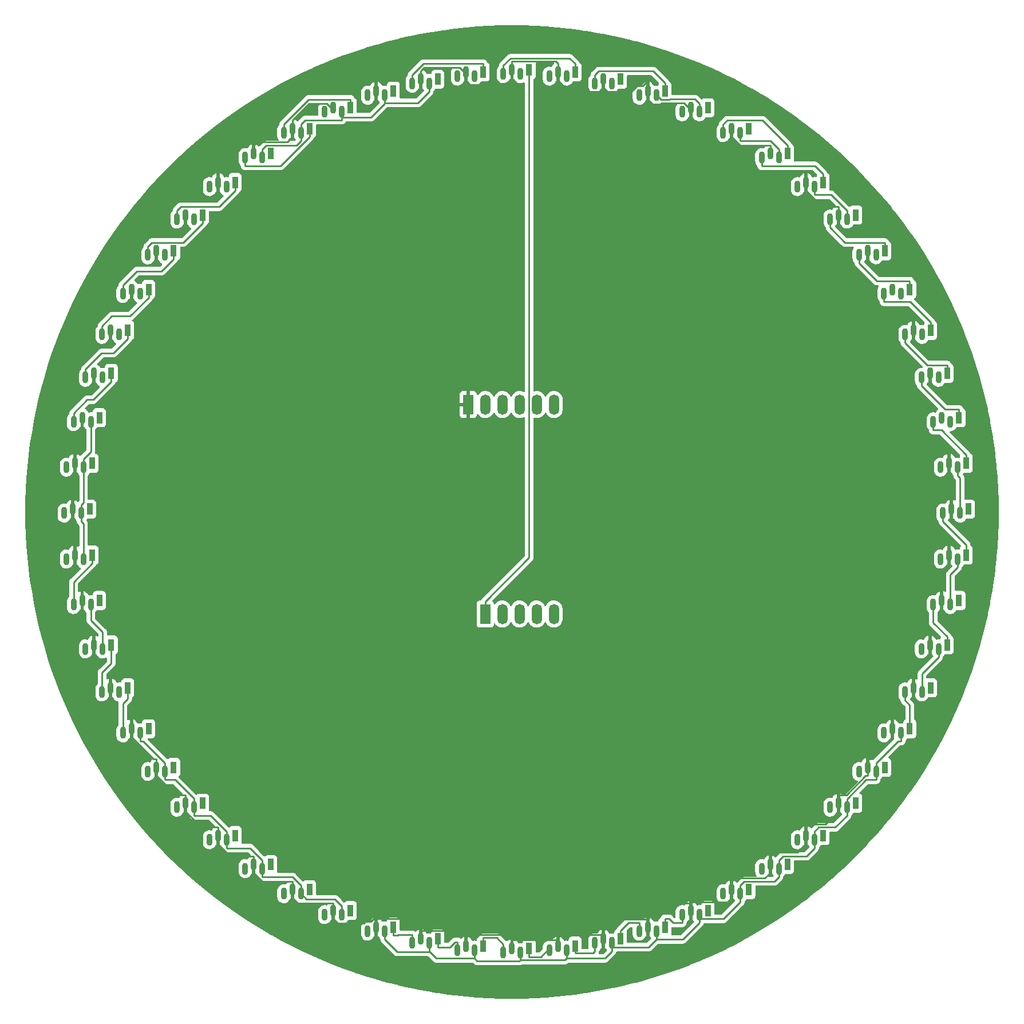
<source format=gbr>
%TF.GenerationSoftware,KiCad,Pcbnew,7.0.7*%
%TF.CreationDate,2024-11-28T18:31:40+01:00*%
%TF.ProjectId,FaceDCF77,46616365-4443-4463-9737-2e6b69636164,rev?*%
%TF.SameCoordinates,Original*%
%TF.FileFunction,Copper,L1,Top*%
%TF.FilePolarity,Positive*%
%FSLAX46Y46*%
G04 Gerber Fmt 4.6, Leading zero omitted, Abs format (unit mm)*
G04 Created by KiCad (PCBNEW 7.0.7) date 2024-11-28 18:31:40*
%MOMM*%
%LPD*%
G01*
G04 APERTURE LIST*
%TA.AperFunction,ComponentPad*%
%ADD10R,0.900000X1.800000*%
%TD*%
%TA.AperFunction,ComponentPad*%
%ADD11O,0.900000X1.800000*%
%TD*%
%TA.AperFunction,ComponentPad*%
%ADD12R,1.524000X3.000000*%
%TD*%
%TA.AperFunction,ComponentPad*%
%ADD13O,1.524000X3.000000*%
%TD*%
%TA.AperFunction,Conductor*%
%ADD14C,0.250000*%
%TD*%
G04 APERTURE END LIST*
D10*
%TO.P,D50,1,DIn*%
%TO.N,Net-(D49-DOut)*%
X74088400Y-66501100D03*
D11*
%TO.P,D50,2,Vcc*%
%TO.N,+5V*%
X72818400Y-67101100D03*
%TO.P,D50,3,GND*%
%TO.N,GND*%
X71548400Y-66501100D03*
%TO.P,D50,4,DOut*%
%TO.N,Net-(D50-DOut)*%
X70278400Y-67101100D03*
%TD*%
D10*
%TO.P,D34,1,DIn*%
%TO.N,Net-(D33-DOut)*%
X113382800Y-154757600D03*
D11*
%TO.P,D34,2,Vcc*%
%TO.N,+5V*%
X112112800Y-155357600D03*
%TO.P,D34,3,GND*%
%TO.N,GND*%
X110842800Y-154757600D03*
%TO.P,D34,4,DOut*%
%TO.N,Net-(D34-DOut)*%
X109572800Y-155357600D03*
%TD*%
D10*
%TO.P,D36,1,DIn*%
%TO.N,Net-(D35-DOut)*%
X100968900Y-149230600D03*
D11*
%TO.P,D36,2,Vcc*%
%TO.N,+5V*%
X99698900Y-149830600D03*
%TO.P,D36,3,GND*%
%TO.N,GND*%
X98428900Y-149230600D03*
%TO.P,D36,4,DOut*%
%TO.N,Net-(D36-DOut)*%
X97158900Y-149830600D03*
%TD*%
D10*
%TO.P,D9,1,DIn*%
%TO.N,Net-(D8-DOut)*%
X181773300Y-49445500D03*
D11*
%TO.P,D9,2,Vcc*%
%TO.N,+5V*%
X180503300Y-50045500D03*
%TO.P,D9,3,GND*%
%TO.N,GND*%
X179233300Y-49445500D03*
%TO.P,D9,4,DOut*%
%TO.N,Net-(D10-DIn)*%
X177963300Y-50045500D03*
%TD*%
D10*
%TO.P,D54,1,DIn*%
%TO.N,Net-(D53-DOut)*%
X89975400Y-44634500D03*
D11*
%TO.P,D54,2,Vcc*%
%TO.N,+5V*%
X88705400Y-45234500D03*
%TO.P,D54,3,GND*%
%TO.N,GND*%
X87435400Y-44634500D03*
%TO.P,D54,4,DOut*%
%TO.N,Net-(D54-DOut)*%
X86165400Y-45234500D03*
%TD*%
D10*
%TO.P,D41,1,DIn*%
%TO.N,Net-(D40-DOut)*%
X77177200Y-125439000D03*
D11*
%TO.P,D41,2,Vcc*%
%TO.N,+5V*%
X75907200Y-126039000D03*
%TO.P,D41,3,GND*%
%TO.N,GND*%
X74637200Y-125439000D03*
%TO.P,D41,4,DOut*%
%TO.N,Net-(D41-DOut)*%
X73367200Y-126039000D03*
%TD*%
D10*
%TO.P,D29,1,DIn*%
%TO.N,Net-(D28-DOut)*%
X146983200Y-156518600D03*
D11*
%TO.P,D29,2,Vcc*%
%TO.N,+5V*%
X145713200Y-157118600D03*
%TO.P,D29,3,GND*%
%TO.N,GND*%
X144443200Y-156518600D03*
%TO.P,D29,4,DOut*%
%TO.N,Net-(D29-DOut)*%
X143173200Y-157118600D03*
%TD*%
D10*
%TO.P,D12,1,DIn*%
%TO.N,Net-(D11-DOut)*%
X192849400Y-66501100D03*
D11*
%TO.P,D12,2,Vcc*%
%TO.N,+5V*%
X191579400Y-67101100D03*
%TO.P,D12,3,GND*%
%TO.N,GND*%
X190309400Y-66501100D03*
%TO.P,D12,4,DOut*%
%TO.N,Net-(D12-DOut)*%
X189039400Y-67101100D03*
%TD*%
D10*
%TO.P,D53,1,DIn*%
%TO.N,Net-(D52-DOut)*%
X85164500Y-49445500D03*
D11*
%TO.P,D53,2,Vcc*%
%TO.N,+5V*%
X83894500Y-50045500D03*
%TO.P,D53,3,GND*%
%TO.N,GND*%
X82624500Y-49445500D03*
%TO.P,D53,4,DOut*%
%TO.N,Net-(D53-DOut)*%
X81354500Y-50045500D03*
%TD*%
D10*
%TO.P,D51,1,DIn*%
%TO.N,Net-(D50-DOut)*%
X77177200Y-60439000D03*
D11*
%TO.P,D51,2,Vcc*%
%TO.N,+5V*%
X75907200Y-61039000D03*
%TO.P,D51,3,GND*%
%TO.N,GND*%
X74637200Y-60439000D03*
%TO.P,D51,4,DOut*%
%TO.N,Net-(D51-DOut)*%
X73367200Y-61039000D03*
%TD*%
D10*
%TO.P,D57,1,DIn*%
%TO.N,Net-(D56-DOut)*%
X107031000Y-33558500D03*
D11*
%TO.P,D57,2,Vcc*%
%TO.N,+5V*%
X105761000Y-34158500D03*
%TO.P,D57,3,GND*%
%TO.N,GND*%
X104491000Y-33558500D03*
%TO.P,D57,4,DOut*%
%TO.N,Net-(D57-DOut)*%
X103221000Y-34158500D03*
%TD*%
D10*
%TO.P,D58,1,DIn*%
%TO.N,Net-(D57-DOut)*%
X113382800Y-31120300D03*
D11*
%TO.P,D58,2,Vcc*%
%TO.N,+5V*%
X112112800Y-31720300D03*
%TO.P,D58,3,GND*%
%TO.N,GND*%
X110842800Y-31120300D03*
%TO.P,D58,4,DOut*%
%TO.N,Net-(D58-DOut)*%
X109572800Y-31720300D03*
%TD*%
D10*
%TO.P,D26,1,DIn*%
%TO.N,Net-(D25-DOut)*%
X165968900Y-149230600D03*
D11*
%TO.P,D26,2,Vcc*%
%TO.N,+5V*%
X164698900Y-149830600D03*
%TO.P,D26,3,GND*%
%TO.N,GND*%
X163428900Y-149230600D03*
%TO.P,D26,4,DOut*%
%TO.N,Net-(D26-DOut)*%
X162158900Y-149830600D03*
%TD*%
D10*
%TO.P,D28,1,DIn*%
%TO.N,Net-(D27-DOut)*%
X153555000Y-154757600D03*
D11*
%TO.P,D28,2,Vcc*%
%TO.N,+5V*%
X152285000Y-155357600D03*
%TO.P,D28,3,GND*%
%TO.N,GND*%
X151015000Y-154757600D03*
%TO.P,D28,4,DOut*%
%TO.N,Net-(D28-DOut)*%
X149745000Y-155357600D03*
%TD*%
D10*
%TO.P,D48,1,DIn*%
%TO.N,Net-(D47-DOut)*%
X69889300Y-79424700D03*
D11*
%TO.P,D48,2,Vcc*%
%TO.N,+5V*%
X68619300Y-80024700D03*
%TO.P,D48,3,GND*%
%TO.N,GND*%
X67349300Y-79424700D03*
%TO.P,D48,4,DOut*%
%TO.N,Net-(D48-DOut)*%
X66079300Y-80024700D03*
%TD*%
D10*
%TO.P,D20,1,DIn*%
%TO.N,Net-(D19-DOut)*%
X192849400Y-119376800D03*
D11*
%TO.P,D20,2,Vcc*%
%TO.N,+5V*%
X191579400Y-119976800D03*
%TO.P,D20,3,GND*%
%TO.N,GND*%
X190309400Y-119376800D03*
%TO.P,D20,4,DOut*%
%TO.N,Net-(D20-DOut)*%
X189039400Y-119976800D03*
%TD*%
D10*
%TO.P,D13,1,DIn*%
%TO.N,Net-(D12-DOut)*%
X195287600Y-72852900D03*
D11*
%TO.P,D13,2,Vcc*%
%TO.N,+5V*%
X194017600Y-73452900D03*
%TO.P,D13,3,GND*%
%TO.N,GND*%
X192747600Y-72852900D03*
%TO.P,D13,4,DOut*%
%TO.N,Net-(D13-DOut)*%
X191477600Y-73452900D03*
%TD*%
D10*
%TO.P,D60,1,DIn*%
%TO.N,Net-(D59-DOut)*%
X126674500Y-28295000D03*
D11*
%TO.P,D60,2,Vcc*%
%TO.N,+5V*%
X125404500Y-28895000D03*
%TO.P,D60,3,GND*%
%TO.N,GND*%
X124134500Y-28295000D03*
%TO.P,D60,4,DOut*%
%TO.N,unconnected-(D60-DOut-Pad4)*%
X122864500Y-28895000D03*
%TD*%
D10*
%TO.P,D40,1,DIn*%
%TO.N,Net-(D39-DOut)*%
X80882800Y-131145000D03*
D11*
%TO.P,D40,2,Vcc*%
%TO.N,+5V*%
X79612800Y-131745000D03*
%TO.P,D40,3,GND*%
%TO.N,GND*%
X78342800Y-131145000D03*
%TO.P,D40,4,DOut*%
%TO.N,Net-(D40-DOut)*%
X77072800Y-131745000D03*
%TD*%
D10*
%TO.P,D39,1,DIn*%
%TO.N,Net-(D38-DOut)*%
X85164500Y-136432400D03*
D11*
%TO.P,D39,2,Vcc*%
%TO.N,+5V*%
X83894500Y-137032400D03*
%TO.P,D39,3,GND*%
%TO.N,GND*%
X82624500Y-136432400D03*
%TO.P,D39,4,DOut*%
%TO.N,Net-(D39-DOut)*%
X81354500Y-137032400D03*
%TD*%
D10*
%TO.P,D10,1,DIn*%
%TO.N,Net-(D10-DIn)*%
X186055000Y-54732900D03*
D11*
%TO.P,D10,2,Vcc*%
%TO.N,+5V*%
X184785000Y-55332900D03*
%TO.P,D10,3,GND*%
%TO.N,GND*%
X183515000Y-54732900D03*
%TO.P,D10,4,DOut*%
%TO.N,Net-(D10-DOut)*%
X182245000Y-55332900D03*
%TD*%
D10*
%TO.P,D42,1,DIn*%
%TO.N,Net-(D41-DOut)*%
X74088400Y-119376800D03*
D11*
%TO.P,D42,2,Vcc*%
%TO.N,+5V*%
X72818400Y-119976800D03*
%TO.P,D42,3,GND*%
%TO.N,GND*%
X71548400Y-119376800D03*
%TO.P,D42,4,DOut*%
%TO.N,Net-(D42-DOut)*%
X70278400Y-119976800D03*
%TD*%
D10*
%TO.P,D22,1,DIn*%
%TO.N,Net-(D21-DOut)*%
X186055000Y-131145000D03*
D11*
%TO.P,D22,2,Vcc*%
%TO.N,+5V*%
X184785000Y-131745000D03*
%TO.P,D22,3,GND*%
%TO.N,GND*%
X183515000Y-131145000D03*
%TO.P,D22,4,DOut*%
%TO.N,Net-(D22-DOut)*%
X182245000Y-131745000D03*
%TD*%
D10*
%TO.P,D52,1,DIn*%
%TO.N,Net-(D51-DOut)*%
X80882800Y-54732900D03*
D11*
%TO.P,D52,2,Vcc*%
%TO.N,+5V*%
X79612800Y-55332900D03*
%TO.P,D52,3,GND*%
%TO.N,GND*%
X78342800Y-54732900D03*
%TO.P,D52,4,DOut*%
%TO.N,Net-(D52-DOut)*%
X77072800Y-55332900D03*
%TD*%
D10*
%TO.P,D37,1,DIn*%
%TO.N,Net-(D36-DOut)*%
X95262900Y-145525100D03*
D11*
%TO.P,D37,2,Vcc*%
%TO.N,+5V*%
X93992900Y-146125100D03*
%TO.P,D37,3,GND*%
%TO.N,GND*%
X92722900Y-145525100D03*
%TO.P,D37,4,DOut*%
%TO.N,Net-(D37-DOut)*%
X91452900Y-146125100D03*
%TD*%
D10*
%TO.P,D4,1,DIn*%
%TO.N,Net-(D3-DOut)*%
X153555000Y-31120300D03*
D11*
%TO.P,D4,2,Vcc*%
%TO.N,+5V*%
X152285000Y-31720300D03*
%TO.P,D4,3,GND*%
%TO.N,GND*%
X151015000Y-31120300D03*
%TO.P,D4,4,DOut*%
%TO.N,Net-(D4-DOut)*%
X149745000Y-31720300D03*
%TD*%
D10*
%TO.P,D47,1,DIn*%
%TO.N,Net-(D46-DOut)*%
X68825000Y-86144600D03*
D11*
%TO.P,D47,2,Vcc*%
%TO.N,+5V*%
X67555000Y-86744600D03*
%TO.P,D47,3,GND*%
%TO.N,GND*%
X66285000Y-86144600D03*
%TO.P,D47,4,DOut*%
%TO.N,Net-(D47-DOut)*%
X65015000Y-86744600D03*
%TD*%
D10*
%TO.P,D21,1,DIn*%
%TO.N,Net-(D20-DOut)*%
X189760500Y-125439000D03*
D11*
%TO.P,D21,2,Vcc*%
%TO.N,+5V*%
X188490500Y-126039000D03*
%TO.P,D21,3,GND*%
%TO.N,GND*%
X187220500Y-125439000D03*
%TO.P,D21,4,DOut*%
%TO.N,Net-(D21-DOut)*%
X185950500Y-126039000D03*
%TD*%
D10*
%TO.P,D59,1,DIn*%
%TO.N,Net-(D58-DOut)*%
X119954600Y-29359400D03*
D11*
%TO.P,D59,2,Vcc*%
%TO.N,+5V*%
X118684600Y-29959400D03*
%TO.P,D59,3,GND*%
%TO.N,GND*%
X117414600Y-29359400D03*
%TO.P,D59,4,DOut*%
%TO.N,Net-(D59-DOut)*%
X116144600Y-29959400D03*
%TD*%
D10*
%TO.P,D23,1,DIn*%
%TO.N,Net-(D22-DOut)*%
X181773300Y-136432400D03*
D11*
%TO.P,D23,2,Vcc*%
%TO.N,+5V*%
X180503300Y-137032400D03*
%TO.P,D23,3,GND*%
%TO.N,GND*%
X179233300Y-136432400D03*
%TO.P,D23,4,DOut*%
%TO.N,Net-(D23-DOut)*%
X177963300Y-137032400D03*
%TD*%
D10*
%TO.P,D55,1,DIn*%
%TO.N,Net-(D54-DOut)*%
X95262900Y-40352900D03*
D11*
%TO.P,D55,2,Vcc*%
%TO.N,+5V*%
X93992900Y-40952900D03*
%TO.P,D55,3,GND*%
%TO.N,GND*%
X92722900Y-40352900D03*
%TO.P,D55,4,DOut*%
%TO.N,Net-(D55-DOut)*%
X91452900Y-40952900D03*
%TD*%
D10*
%TO.P,D14,1,DIn*%
%TO.N,Net-(D13-DOut)*%
X197048500Y-79424700D03*
D11*
%TO.P,D14,2,Vcc*%
%TO.N,+5V*%
X195778500Y-80024700D03*
%TO.P,D14,3,GND*%
%TO.N,GND*%
X194508500Y-79424700D03*
%TO.P,D14,4,DOut*%
%TO.N,Net-(D14-DOut)*%
X193238500Y-80024700D03*
%TD*%
D10*
%TO.P,D32,1,DIn*%
%TO.N,Net-(D31-DOut)*%
X126674500Y-157582900D03*
D11*
%TO.P,D32,2,Vcc*%
%TO.N,+5V*%
X125404500Y-158182900D03*
%TO.P,D32,3,GND*%
%TO.N,GND*%
X124134500Y-157582900D03*
%TO.P,D32,4,DOut*%
%TO.N,Net-(D32-DOut)*%
X122864500Y-158182900D03*
%TD*%
D10*
%TO.P,D44,1,DIn*%
%TO.N,Net-(D43-DOut)*%
X69889300Y-106453200D03*
D11*
%TO.P,D44,2,Vcc*%
%TO.N,+5V*%
X68619300Y-107053200D03*
%TO.P,D44,3,GND*%
%TO.N,GND*%
X67349300Y-106453200D03*
%TO.P,D44,4,DOut*%
%TO.N,Net-(D44-DOut)*%
X66079300Y-107053200D03*
%TD*%
D10*
%TO.P,D25,1,DIn*%
%TO.N,Net-(D24-DOut)*%
X171674900Y-145525100D03*
D11*
%TO.P,D25,2,Vcc*%
%TO.N,+5V*%
X170404900Y-146125100D03*
%TO.P,D25,3,GND*%
%TO.N,GND*%
X169134900Y-145525100D03*
%TO.P,D25,4,DOut*%
%TO.N,Net-(D25-DOut)*%
X167864900Y-146125100D03*
%TD*%
D10*
%TO.P,D27,1,DIn*%
%TO.N,Net-(D26-DOut)*%
X159906800Y-152319400D03*
D11*
%TO.P,D27,2,Vcc*%
%TO.N,+5V*%
X158636800Y-152919400D03*
%TO.P,D27,3,GND*%
%TO.N,GND*%
X157366800Y-152319400D03*
%TO.P,D27,4,DOut*%
%TO.N,Net-(D27-DOut)*%
X156096800Y-152919400D03*
%TD*%
D10*
%TO.P,D30,1,DIn*%
%TO.N,Net-(D29-DOut)*%
X140263200Y-157582900D03*
D11*
%TO.P,D30,2,Vcc*%
%TO.N,+5V*%
X138993200Y-158182900D03*
%TO.P,D30,3,GND*%
%TO.N,GND*%
X137723200Y-157582900D03*
%TO.P,D30,4,DOut*%
%TO.N,/LedA/LEDD_CONT*%
X136453200Y-158182900D03*
%TD*%
D10*
%TO.P,D8,1,DIn*%
%TO.N,Net-(D7-DOut)*%
X176962400Y-44634500D03*
D11*
%TO.P,D8,2,Vcc*%
%TO.N,+5V*%
X175692400Y-45234500D03*
%TO.P,D8,3,GND*%
%TO.N,GND*%
X174422400Y-44634500D03*
%TO.P,D8,4,DOut*%
%TO.N,Net-(D8-DOut)*%
X173152400Y-45234500D03*
%TD*%
D10*
%TO.P,D5,1,DIn*%
%TO.N,Net-(D4-DOut)*%
X159906800Y-33558500D03*
D11*
%TO.P,D5,2,Vcc*%
%TO.N,+5V*%
X158636800Y-34158500D03*
%TO.P,D5,3,GND*%
%TO.N,GND*%
X157366800Y-33558500D03*
%TO.P,D5,4,DOut*%
%TO.N,Net-(D5-DOut)*%
X156096800Y-34158500D03*
%TD*%
D10*
%TO.P,D35,1,DIn*%
%TO.N,Net-(D34-DOut)*%
X107031000Y-152319400D03*
D11*
%TO.P,D35,2,Vcc*%
%TO.N,+5V*%
X105761000Y-152919400D03*
%TO.P,D35,3,GND*%
%TO.N,GND*%
X104491000Y-152319400D03*
%TO.P,D35,4,DOut*%
%TO.N,Net-(D35-DOut)*%
X103221000Y-152919400D03*
%TD*%
D10*
%TO.P,D3,1,DIn*%
%TO.N,Net-(D2-DOut)*%
X146983200Y-29359400D03*
D11*
%TO.P,D3,2,Vcc*%
%TO.N,+5V*%
X145713200Y-29959400D03*
%TO.P,D3,3,GND*%
%TO.N,GND*%
X144443200Y-29359400D03*
%TO.P,D3,4,DOut*%
%TO.N,Net-(D3-DOut)*%
X143173200Y-29959400D03*
%TD*%
D10*
%TO.P,D24,1,DIn*%
%TO.N,Net-(D23-DOut)*%
X176962400Y-141243400D03*
D11*
%TO.P,D24,2,Vcc*%
%TO.N,+5V*%
X175692400Y-141843400D03*
%TO.P,D24,3,GND*%
%TO.N,GND*%
X174422400Y-141243400D03*
%TO.P,D24,4,DOut*%
%TO.N,Net-(D24-DOut)*%
X173152400Y-141843400D03*
%TD*%
D10*
%TO.P,D2,1,DIn*%
%TO.N,Net-(D1-DOut)*%
X140263200Y-28295000D03*
D11*
%TO.P,D2,2,Vcc*%
%TO.N,+5V*%
X138993200Y-28895000D03*
%TO.P,D2,3,GND*%
%TO.N,GND*%
X137723200Y-28295000D03*
%TO.P,D2,4,DOut*%
%TO.N,Net-(D2-DOut)*%
X136453200Y-28895000D03*
%TD*%
D10*
%TO.P,D1,1,DIn*%
%TO.N,/LEDD*%
X133468900Y-27939000D03*
D11*
%TO.P,D1,2,Vcc*%
%TO.N,+5V*%
X132198900Y-28539000D03*
%TO.P,D1,3,GND*%
%TO.N,GND*%
X130928900Y-27939000D03*
%TO.P,D1,4,DOut*%
%TO.N,Net-(D1-DOut)*%
X129658900Y-28539000D03*
%TD*%
D10*
%TO.P,D16,1,DIn*%
%TO.N,Net-(D15-DOut)*%
X198468900Y-92939000D03*
D11*
%TO.P,D16,2,Vcc*%
%TO.N,+5V*%
X197198900Y-93539000D03*
%TO.P,D16,3,GND*%
%TO.N,GND*%
X195928900Y-92939000D03*
%TO.P,D16,4,DOut*%
%TO.N,Net-(D16-DOut)*%
X194658900Y-93539000D03*
%TD*%
D10*
%TO.P,D18,1,DIn*%
%TO.N,Net-(D17-DOut)*%
X197048500Y-106453200D03*
D11*
%TO.P,D18,2,Vcc*%
%TO.N,+5V*%
X195778500Y-107053200D03*
%TO.P,D18,3,GND*%
%TO.N,GND*%
X194508500Y-106453200D03*
%TO.P,D18,4,DOut*%
%TO.N,Net-(D18-DOut)*%
X193238500Y-107053200D03*
%TD*%
D10*
%TO.P,D17,1,DIn*%
%TO.N,Net-(D16-DOut)*%
X198112800Y-99733300D03*
D11*
%TO.P,D17,2,Vcc*%
%TO.N,+5V*%
X196842800Y-100333300D03*
%TO.P,D17,3,GND*%
%TO.N,GND*%
X195572800Y-99733300D03*
%TO.P,D17,4,DOut*%
%TO.N,Net-(D17-DOut)*%
X194302800Y-100333300D03*
%TD*%
D10*
%TO.P,D38,1,DIn*%
%TO.N,Net-(D37-DOut)*%
X89975400Y-141243400D03*
D11*
%TO.P,D38,2,Vcc*%
%TO.N,+5V*%
X88705400Y-141843400D03*
%TO.P,D38,3,GND*%
%TO.N,GND*%
X87435400Y-141243400D03*
%TO.P,D38,4,DOut*%
%TO.N,Net-(D38-DOut)*%
X86165400Y-141843400D03*
%TD*%
D10*
%TO.P,D56,1,DIn*%
%TO.N,Net-(D55-DOut)*%
X100968900Y-36647300D03*
D11*
%TO.P,D56,2,Vcc*%
%TO.N,+5V*%
X99698900Y-37247300D03*
%TO.P,D56,3,GND*%
%TO.N,GND*%
X98428900Y-36647300D03*
%TO.P,D56,4,DOut*%
%TO.N,Net-(D56-DOut)*%
X97158900Y-37247300D03*
%TD*%
D10*
%TO.P,D15,1,DIn*%
%TO.N,Net-(D14-DOut)*%
X198112800Y-86144600D03*
D11*
%TO.P,D15,2,Vcc*%
%TO.N,+5V*%
X196842800Y-86744600D03*
%TO.P,D15,3,GND*%
%TO.N,GND*%
X195572800Y-86144600D03*
%TO.P,D15,4,DOut*%
%TO.N,Net-(D15-DOut)*%
X194302800Y-86744600D03*
%TD*%
D10*
%TO.P,D33,1,DIn*%
%TO.N,Net-(D32-DOut)*%
X119954600Y-156518600D03*
D11*
%TO.P,D33,2,Vcc*%
%TO.N,+5V*%
X118684600Y-157118600D03*
%TO.P,D33,3,GND*%
%TO.N,GND*%
X117414600Y-156518600D03*
%TO.P,D33,4,DOut*%
%TO.N,Net-(D33-DOut)*%
X116144600Y-157118600D03*
%TD*%
D10*
%TO.P,D6,1,DIn*%
%TO.N,Net-(D5-DOut)*%
X165968900Y-36647300D03*
D11*
%TO.P,D6,2,Vcc*%
%TO.N,+5V*%
X164698900Y-37247300D03*
%TO.P,D6,3,GND*%
%TO.N,GND*%
X163428900Y-36647300D03*
%TO.P,D6,4,DOut*%
%TO.N,Net-(D6-DOut)*%
X162158900Y-37247300D03*
%TD*%
D10*
%TO.P,D46,1,DIn*%
%TO.N,Net-(D45-DOut)*%
X68468900Y-92939000D03*
D11*
%TO.P,D46,2,Vcc*%
%TO.N,+5V*%
X67198900Y-93539000D03*
%TO.P,D46,3,GND*%
%TO.N,GND*%
X65928900Y-92939000D03*
%TO.P,D46,4,DOut*%
%TO.N,Net-(D46-DOut)*%
X64658900Y-93539000D03*
%TD*%
D10*
%TO.P,D45,1,DIn*%
%TO.N,Net-(D44-DOut)*%
X68825000Y-99733300D03*
D11*
%TO.P,D45,2,Vcc*%
%TO.N,+5V*%
X67555000Y-100333300D03*
%TO.P,D45,3,GND*%
%TO.N,GND*%
X66285000Y-99733300D03*
%TO.P,D45,4,DOut*%
%TO.N,Net-(D45-DOut)*%
X65015000Y-100333300D03*
%TD*%
D10*
%TO.P,D7,1,DIn*%
%TO.N,Net-(D6-DOut)*%
X171674900Y-40352900D03*
D11*
%TO.P,D7,2,Vcc*%
%TO.N,+5V*%
X170404900Y-40952900D03*
%TO.P,D7,3,GND*%
%TO.N,GND*%
X169134900Y-40352900D03*
%TO.P,D7,4,DOut*%
%TO.N,Net-(D7-DOut)*%
X167864900Y-40952900D03*
%TD*%
D10*
%TO.P,D11,1,DIn*%
%TO.N,Net-(D10-DOut)*%
X189760500Y-60439000D03*
D11*
%TO.P,D11,2,Vcc*%
%TO.N,+5V*%
X188490500Y-61039000D03*
%TO.P,D11,3,GND*%
%TO.N,GND*%
X187220500Y-60439000D03*
%TO.P,D11,4,DOut*%
%TO.N,Net-(D11-DOut)*%
X185950500Y-61039000D03*
%TD*%
D10*
%TO.P,D31,1,DIn*%
%TO.N,/LedA/LEDD_CONT*%
X133468900Y-157939000D03*
D11*
%TO.P,D31,2,Vcc*%
%TO.N,+5V*%
X132198900Y-158539000D03*
%TO.P,D31,3,GND*%
%TO.N,GND*%
X130928900Y-157939000D03*
%TO.P,D31,4,DOut*%
%TO.N,Net-(D31-DOut)*%
X129658900Y-158539000D03*
%TD*%
D10*
%TO.P,D43,1,DIn*%
%TO.N,Net-(D42-DOut)*%
X71650200Y-113025100D03*
D11*
%TO.P,D43,2,Vcc*%
%TO.N,+5V*%
X70380200Y-113625100D03*
%TO.P,D43,3,GND*%
%TO.N,GND*%
X69110200Y-113025100D03*
%TO.P,D43,4,DOut*%
%TO.N,Net-(D43-DOut)*%
X67840200Y-113625100D03*
%TD*%
D10*
%TO.P,D49,1,DIn*%
%TO.N,Net-(D48-DOut)*%
X71650200Y-72852900D03*
D11*
%TO.P,D49,2,Vcc*%
%TO.N,+5V*%
X70380200Y-73452900D03*
%TO.P,D49,3,GND*%
%TO.N,GND*%
X69110200Y-72852900D03*
%TO.P,D49,4,DOut*%
%TO.N,Net-(D49-DOut)*%
X67840200Y-73452900D03*
%TD*%
D10*
%TO.P,D19,1,DIn*%
%TO.N,Net-(D18-DOut)*%
X195287600Y-113025100D03*
D11*
%TO.P,D19,2,Vcc*%
%TO.N,+5V*%
X194017600Y-113625100D03*
%TO.P,D19,3,GND*%
%TO.N,GND*%
X192747600Y-113025100D03*
%TO.P,D19,4,DOut*%
%TO.N,Net-(D19-DOut)*%
X191477600Y-113625100D03*
%TD*%
D12*
%TO.P,U1,1,GND*%
%TO.N,GND*%
X124460000Y-77470000D03*
D13*
%TO.P,U1,2,NC*%
%TO.N,unconnected-(U1-NC-Pad2)*%
X127000000Y-77470000D03*
%TO.P,U1,3,BTNC*%
%TO.N,Net-(U1-BTNC)*%
X129540000Y-77470000D03*
%TO.P,U1,4,BTNB*%
%TO.N,Net-(U1-BTNB)*%
X132080000Y-77470000D03*
%TO.P,U1,5,BTNA*%
%TO.N,Net-(U1-BTNA)*%
X134620000Y-77470000D03*
%TO.P,U1,6,+5*%
%TO.N,+5V*%
X137160000Y-77470000D03*
D12*
%TO.P,U1,7,WS2812D*%
%TO.N,/LEDD*%
X126968000Y-108458000D03*
D13*
%TO.P,U1,8,TM1637CLK*%
%TO.N,unconnected-(U1-TM1637CLK-Pad8)*%
X129508000Y-108458000D03*
%TO.P,U1,9,TM1637DIO*%
%TO.N,unconnected-(U1-TM1637DIO-Pad9)*%
X132048000Y-108458000D03*
%TO.P,U1,10,TIMEC*%
%TO.N,unconnected-(U1-TIMEC-Pad10)*%
X134588000Y-108458000D03*
%TO.P,U1,11,TIMED*%
%TO.N,unconnected-(U1-TIMED-Pad11)*%
X137128000Y-108458000D03*
%TD*%
D14*
%TO.N,+5V*%
X94592900Y-39126000D02*
X99047100Y-39126000D01*
X145713200Y-157744000D02*
X145713200Y-158345500D01*
X125760600Y-159765900D02*
X132085500Y-159765900D01*
X112112800Y-155057600D02*
X112112800Y-156584500D01*
X67555000Y-86444600D02*
X67555000Y-85517700D01*
X67198900Y-93239000D02*
X67198900Y-92312100D01*
X175692400Y-46461400D02*
X178146100Y-46461400D01*
X170404900Y-40652900D02*
X170404900Y-39726000D01*
X156198600Y-156584500D02*
X158636800Y-154146300D01*
X79612800Y-130509500D02*
X79612800Y-131445000D01*
X180503300Y-49745500D02*
X180503300Y-48818600D01*
X79612800Y-131445000D02*
X79612800Y-132971900D01*
X176292400Y-140016500D02*
X178746100Y-140016500D01*
X164698900Y-148603700D02*
X165298900Y-148003700D01*
X145713200Y-157744000D02*
X145714700Y-157745500D01*
X99698900Y-148603700D02*
X98447200Y-147352000D01*
X158636800Y-32931600D02*
X158000400Y-32295200D01*
X196842800Y-101560200D02*
X195778500Y-102624500D01*
X165298900Y-148003700D02*
X169753200Y-148003700D01*
X68619300Y-84453400D02*
X68619300Y-79724700D01*
X100501900Y-150642100D02*
X99698900Y-149839100D01*
X158636800Y-153544800D02*
X158636800Y-154146300D01*
X158636800Y-152619400D02*
X158636800Y-153544800D01*
X88705400Y-141543400D02*
X88705400Y-140616500D01*
X67198900Y-92312100D02*
X67555000Y-91956000D01*
X125404500Y-157882900D02*
X125404500Y-159409800D01*
X175692400Y-44934500D02*
X175692400Y-46461400D01*
X151124000Y-157745500D02*
X152285000Y-156584500D01*
X178146100Y-46461400D02*
X180503300Y-48818600D01*
X196842800Y-100033300D02*
X196842800Y-101560200D01*
X67555000Y-91956000D02*
X67555000Y-86444600D01*
X169153100Y-38474200D02*
X164698900Y-38474200D01*
X162210100Y-153546300D02*
X158638300Y-153546300D01*
X170404900Y-144898200D02*
X171004900Y-144298200D01*
X105761000Y-34972000D02*
X105761000Y-35385400D01*
X110088000Y-34972000D02*
X112112800Y-32947200D01*
X164698900Y-149880600D02*
X164698900Y-149530600D01*
X138993200Y-159222300D02*
X138993200Y-159260200D01*
X196842800Y-86444600D02*
X196842800Y-87971500D01*
X67555000Y-85517700D02*
X68619300Y-84453400D01*
X175692400Y-141543400D02*
X175692400Y-140616500D01*
X67555000Y-100033300D02*
X67555000Y-95122000D01*
X152969600Y-32347200D02*
X152285000Y-31662600D01*
X75907200Y-127265900D02*
X76369200Y-127265900D01*
X100333900Y-35385400D02*
X105761000Y-35385400D01*
X188490500Y-125739000D02*
X188490500Y-127265900D01*
X93992900Y-145825100D02*
X93992900Y-144898200D01*
X75907200Y-125739000D02*
X75907200Y-127265900D01*
X118684600Y-29659400D02*
X118684600Y-31186300D01*
X188037200Y-127265900D02*
X184785000Y-130518100D01*
X138993200Y-159260200D02*
X138993200Y-159409800D01*
X93992900Y-39726000D02*
X94592900Y-39126000D01*
X93992900Y-145825100D02*
X93992900Y-147352000D01*
X88705400Y-141543400D02*
X88705400Y-143070300D01*
X144648900Y-159409800D02*
X145713200Y-158345500D01*
X183336900Y-132971900D02*
X184785000Y-132971900D01*
X175692400Y-140616500D02*
X176292400Y-140016500D01*
X197198900Y-93239000D02*
X197198900Y-88327600D01*
X105761000Y-152619400D02*
X105761000Y-151692500D01*
X164698900Y-149530600D02*
X164698900Y-148603700D01*
X83894500Y-136732400D02*
X83894500Y-135786900D01*
X194017600Y-113325100D02*
X194017600Y-114852000D01*
X68619300Y-109374500D02*
X70380200Y-111135400D01*
X93992900Y-40652900D02*
X93992900Y-39726000D01*
X132198900Y-159652500D02*
X138750500Y-159652500D01*
X112112800Y-32840300D02*
X112112800Y-32947200D01*
X164698900Y-149880600D02*
X164698900Y-151057500D01*
X93992900Y-144898200D02*
X92165000Y-143070300D01*
X68619300Y-106753200D02*
X68619300Y-109374500D01*
X99698900Y-149839100D02*
X99698900Y-149530600D01*
X105761000Y-34972000D02*
X110088000Y-34972000D01*
X113958800Y-158430500D02*
X112112800Y-156584500D01*
X194017600Y-114852000D02*
X191579400Y-117290200D01*
X174464500Y-144298200D02*
X175692400Y-143070300D01*
X158636800Y-33858500D02*
X158636800Y-32931600D01*
X118684600Y-158345500D02*
X119748900Y-159409800D01*
X118684600Y-158344000D02*
X118684600Y-158345500D01*
X132198900Y-158239000D02*
X132198900Y-159652500D01*
X138750500Y-159652500D02*
X138993200Y-159409800D01*
X99698900Y-36947300D02*
X99698900Y-36020400D01*
X170404900Y-145825100D02*
X170404900Y-144898200D01*
X164698900Y-36947300D02*
X164698900Y-38474200D01*
X188490500Y-127265900D02*
X188037200Y-127265900D01*
X98447200Y-147352000D02*
X93992900Y-147352000D01*
X154240400Y-32347200D02*
X152969600Y-32347200D01*
X145713200Y-156818600D02*
X145713200Y-157744000D01*
X118684600Y-158232100D02*
X118684600Y-158344000D01*
X132085500Y-159765900D02*
X132198900Y-159652500D01*
X118684600Y-158344000D02*
X118598100Y-158430500D01*
X70380200Y-111135400D02*
X70380200Y-113325100D01*
X171004900Y-144298200D02*
X174464500Y-144298200D01*
X112112800Y-31420300D02*
X112112800Y-32840300D01*
X175692400Y-141543400D02*
X175692400Y-143070300D01*
X118684600Y-156818600D02*
X118684600Y-158232100D01*
X184785000Y-131445000D02*
X184785000Y-132971900D01*
X180503300Y-136732400D02*
X180503300Y-135805500D01*
X92165000Y-143070300D02*
X88705400Y-143070300D01*
X180503300Y-135805500D02*
X183336900Y-132971900D01*
X67198900Y-93239000D02*
X67198900Y-94765900D01*
X138993200Y-159409800D02*
X144648900Y-159409800D01*
X158000400Y-32295200D02*
X154292400Y-32295200D01*
X99698900Y-36020400D02*
X100333900Y-35385400D01*
X83894500Y-135786900D02*
X81079500Y-132971900D01*
X88705400Y-140616500D02*
X86348200Y-138259300D01*
X138993200Y-157882900D02*
X138993200Y-159222300D01*
X169753200Y-148003700D02*
X170404900Y-147352000D01*
X154292400Y-32295200D02*
X154240400Y-32347200D01*
X152285000Y-155057600D02*
X152285000Y-156584500D01*
X197198900Y-88327600D02*
X196842800Y-87971500D01*
X152285000Y-156584500D02*
X156198600Y-156584500D01*
X164698900Y-151057500D02*
X162210100Y-153546300D01*
X99047100Y-39126000D02*
X99698900Y-38474200D01*
X81079500Y-132971900D02*
X79612800Y-132971900D01*
X191579400Y-117290200D02*
X191579400Y-119676800D01*
X99698900Y-36947300D02*
X99698900Y-38474200D01*
X83894500Y-136732400D02*
X83894500Y-138259300D01*
X67555000Y-95122000D02*
X67198900Y-94765900D01*
X158638300Y-153546300D02*
X158636800Y-153544800D01*
X104710600Y-150642100D02*
X100501900Y-150642100D01*
X105761000Y-33858500D02*
X105761000Y-34972000D01*
X152285000Y-31662600D02*
X152285000Y-31420300D01*
X184785000Y-131445000D02*
X184785000Y-130518100D01*
X117030600Y-32840300D02*
X112112800Y-32840300D01*
X105761000Y-151692500D02*
X104710600Y-150642100D01*
X118684600Y-31186300D02*
X117030600Y-32840300D01*
X145714700Y-157745500D02*
X151124000Y-157745500D01*
X170404900Y-145825100D02*
X170404900Y-147352000D01*
X119748900Y-159409800D02*
X125404500Y-159409800D01*
X99698900Y-149530600D02*
X99698900Y-148603700D01*
X178746100Y-140016500D02*
X180503300Y-138259300D01*
X195778500Y-102624500D02*
X195778500Y-106753200D01*
X86348200Y-138259300D02*
X83894500Y-138259300D01*
X180503300Y-136732400D02*
X180503300Y-138259300D01*
X118598100Y-158430500D02*
X113958800Y-158430500D01*
X125404500Y-159409800D02*
X125760600Y-159765900D01*
X170404900Y-39726000D02*
X169153100Y-38474200D01*
X76369200Y-127265900D02*
X79612800Y-130509500D01*
%TO.N,GND*%
X151015000Y-31420300D02*
X151015000Y-32347200D01*
X82624500Y-135205500D02*
X81176400Y-135205500D01*
X98428900Y-36947300D02*
X98428900Y-37874200D01*
X157366800Y-152619400D02*
X157366800Y-151199400D01*
X92722900Y-145825100D02*
X92722900Y-144298200D01*
X169718900Y-143714200D02*
X169134900Y-144298200D01*
X93224000Y-38624900D02*
X97678200Y-38624900D01*
X151015000Y-32347200D02*
X151676900Y-33009100D01*
X144261400Y-155873300D02*
X138205900Y-155873300D01*
X150956600Y-153621900D02*
X146113000Y-153621900D01*
X174422400Y-141193300D02*
X174422400Y-141543400D01*
X92722900Y-39126000D02*
X93224000Y-38624900D01*
X144443200Y-30586300D02*
X145050800Y-31193900D01*
X174422400Y-141193300D02*
X174422400Y-140016500D01*
X124593700Y-155896800D02*
X124134500Y-156356000D01*
X151015000Y-153680300D02*
X151015000Y-153530700D01*
X67349300Y-83853400D02*
X66285000Y-84917700D01*
X150238100Y-30348500D02*
X150693200Y-29893400D01*
X110842800Y-153530700D02*
X115653600Y-153530700D01*
X169134900Y-40652900D02*
X169134900Y-39126000D01*
X93974600Y-148003700D02*
X98428900Y-148003700D01*
X149421900Y-30348600D02*
X150238100Y-30348600D01*
X92722900Y-145996100D02*
X92722900Y-145825100D01*
X169134900Y-146752000D02*
X168335100Y-147551800D01*
X110065900Y-153985900D02*
X110065900Y-153985800D01*
X195928900Y-93239000D02*
X195928900Y-91712100D01*
X157366800Y-151199400D02*
X157366800Y-151092500D01*
X110521000Y-153530700D02*
X110842800Y-153530700D01*
X115653600Y-153530700D02*
X117414600Y-155291700D01*
X137723200Y-28595000D02*
X137723200Y-29521900D01*
X151015000Y-31420300D02*
X151015000Y-29893400D01*
X117414600Y-29659400D02*
X117414600Y-28132500D01*
X98428900Y-149530600D02*
X98428900Y-150457500D01*
X163428900Y-149530600D02*
X163428900Y-148003700D01*
X177328000Y-139564600D02*
X174874300Y-139564600D01*
X163428900Y-37874200D02*
X164680700Y-39126000D01*
X137723200Y-156647400D02*
X130993600Y-156647400D01*
X163880800Y-147551800D02*
X163428900Y-148003700D01*
X78342800Y-131616000D02*
X78342800Y-131445000D01*
X84981700Y-140016500D02*
X82624500Y-137659300D01*
X179233300Y-136732400D02*
X179233300Y-135205500D01*
X110842800Y-155057600D02*
X110842800Y-153530700D01*
X109225400Y-153985900D02*
X110065900Y-153985900D01*
X137723200Y-157882900D02*
X137723200Y-156647400D01*
X143837100Y-31192400D02*
X144443200Y-30586300D01*
X78342800Y-131445000D02*
X78342800Y-129918100D01*
X187220500Y-125739000D02*
X187220500Y-126665900D01*
X150238100Y-30348600D02*
X150238100Y-30348500D01*
X174422400Y-142470300D02*
X173178500Y-143714200D01*
X174422400Y-141543400D02*
X174422400Y-142470300D01*
X92722900Y-144298200D02*
X89229400Y-144298200D01*
X146113000Y-153621900D02*
X144443200Y-155291700D01*
X137723200Y-28595000D02*
X137723200Y-27068100D01*
X194508500Y-106753200D02*
X194508500Y-105226300D01*
X67349300Y-106753200D02*
X67349300Y-110037300D01*
X144443200Y-156055100D02*
X144443200Y-155291700D01*
X151015000Y-155057600D02*
X151015000Y-153718100D01*
X148576600Y-31193900D02*
X149421900Y-30348600D01*
X104491000Y-152619400D02*
X104491000Y-153546300D01*
X87435400Y-141543400D02*
X87435400Y-140016500D01*
X129968300Y-30126500D02*
X130928900Y-29165900D01*
X105127100Y-154182400D02*
X109028900Y-154182400D01*
X169134900Y-145825100D02*
X169134900Y-144298200D01*
X194508500Y-102024500D02*
X194508500Y-105226300D01*
X117414600Y-156818600D02*
X117414600Y-155291700D01*
X130928900Y-158239000D02*
X130928900Y-156712100D01*
X183968300Y-129918100D02*
X183515000Y-129918100D01*
X124134500Y-157882900D02*
X124134500Y-156356000D01*
X174422400Y-45861400D02*
X176779600Y-48218600D01*
X82624500Y-136903400D02*
X82624500Y-136732400D01*
X110065900Y-153985800D02*
X110521000Y-153530700D01*
X117414600Y-155291700D02*
X123070200Y-155291700D01*
X117900700Y-27646400D02*
X123185900Y-27646400D01*
X130928900Y-156712100D02*
X130113600Y-155896800D01*
X151676900Y-33009100D02*
X152870600Y-33009100D01*
X69110200Y-113325100D02*
X69110200Y-111798200D01*
X174422400Y-44934500D02*
X174422400Y-45861400D01*
X157366800Y-151092500D02*
X162793900Y-151092500D01*
X179233300Y-136732400D02*
X179233300Y-136990400D01*
X98428900Y-36947300D02*
X98428900Y-35420400D01*
X179233300Y-136990400D02*
X179233300Y-137659300D01*
X195572800Y-100960200D02*
X194508500Y-102024500D01*
X98428900Y-35420400D02*
X100929200Y-32920100D01*
X92722900Y-146752000D02*
X93974600Y-148003700D01*
X87435400Y-140016500D02*
X84981700Y-140016500D01*
X123185900Y-27646400D02*
X124134500Y-28595000D01*
X109028900Y-154182400D02*
X109225400Y-153985900D01*
X151015000Y-153680300D02*
X150956600Y-153621900D01*
X137723200Y-29521900D02*
X139393700Y-31192400D01*
X151015000Y-153530700D02*
X153346300Y-151199400D01*
X74637200Y-125739000D02*
X74637200Y-126665900D01*
X180399700Y-135205500D02*
X179233300Y-135205500D01*
X137367200Y-26712100D02*
X137723200Y-27068100D01*
X179233300Y-49745500D02*
X179233300Y-48218600D01*
X195572800Y-86444600D02*
X195572800Y-91356000D01*
X117414600Y-28132500D02*
X117900700Y-27646400D01*
X65928900Y-93239000D02*
X65928900Y-94165900D01*
X163428900Y-149530600D02*
X163428900Y-150457500D01*
X130113600Y-155896800D02*
X124593700Y-155896800D01*
X100929200Y-32920100D02*
X103552600Y-32920100D01*
X92722900Y-145996100D02*
X92722900Y-146752000D01*
X153346300Y-151199400D02*
X157366800Y-151199400D01*
X183515000Y-131445000D02*
X183515000Y-132371900D01*
X130928900Y-26712100D02*
X137367200Y-26712100D01*
X187220500Y-126665900D02*
X183968300Y-129918100D01*
X98428900Y-150457500D02*
X99251100Y-151279700D01*
X151015000Y-153718100D02*
X151015000Y-153680300D01*
X130993600Y-156647400D02*
X130928900Y-156712100D01*
X92722900Y-40652900D02*
X92722900Y-39126000D01*
X183233300Y-132371900D02*
X180399700Y-135205500D01*
X104491000Y-153546300D02*
X105127100Y-154182400D01*
X174874300Y-139564600D02*
X174422400Y-140016500D01*
X169134900Y-145825100D02*
X169134900Y-146752000D01*
X104491000Y-152619400D02*
X104491000Y-151279700D01*
X130928900Y-28239000D02*
X130928900Y-29165900D01*
X176779600Y-48218600D02*
X179233300Y-48218600D01*
X66285000Y-94522000D02*
X65928900Y-94165900D01*
X163428900Y-36947300D02*
X163428900Y-37874200D01*
X164680700Y-39126000D02*
X169134900Y-39126000D01*
X183515000Y-131445000D02*
X183515000Y-129918100D01*
X97678200Y-38624900D02*
X98428900Y-37874200D01*
X150693200Y-29893400D02*
X151015000Y-29893400D01*
X145050800Y-31193900D02*
X148576600Y-31193900D01*
X156373600Y-32865300D02*
X157366800Y-33858500D01*
X78342800Y-129918100D02*
X77889400Y-129918100D01*
X179233300Y-137659300D02*
X177328000Y-139564600D01*
X124134500Y-29521900D02*
X124739100Y-30126500D01*
X99251100Y-151279700D02*
X104491000Y-151279700D01*
X67349300Y-110037300D02*
X69110200Y-111798200D01*
X139393700Y-31192400D02*
X143837100Y-31192400D01*
X195572800Y-91356000D02*
X195928900Y-91712100D01*
X87435400Y-142504200D02*
X87435400Y-141543400D01*
X144443200Y-29659400D02*
X144443200Y-30586300D01*
X195572800Y-100033300D02*
X195572800Y-100960200D01*
X78342800Y-131616000D02*
X78342800Y-132371900D01*
X81176400Y-135205500D02*
X78342800Y-132371900D01*
X144443200Y-156818600D02*
X144443200Y-156055100D01*
X173178500Y-143714200D02*
X169718900Y-143714200D01*
X144443200Y-156055100D02*
X144261400Y-155873300D01*
X89229400Y-144298200D02*
X87435400Y-142504200D01*
X162793900Y-151092500D02*
X163428900Y-150457500D01*
X77889400Y-129918100D02*
X74637200Y-126665900D01*
X67349300Y-79724700D02*
X67349300Y-83853400D01*
X168335100Y-147551800D02*
X163880800Y-147551800D01*
X98428900Y-149530600D02*
X98428900Y-148003700D01*
X82624500Y-136732400D02*
X82624500Y-135205500D01*
X124739100Y-30126500D02*
X129968300Y-30126500D01*
X103552600Y-32920100D02*
X104491000Y-33858500D01*
X66285000Y-91356000D02*
X66285000Y-86444600D01*
X124134500Y-28595000D02*
X124134500Y-29521900D01*
X66285000Y-100033300D02*
X66285000Y-94522000D01*
X153014400Y-32865300D02*
X156373600Y-32865300D01*
X65928900Y-93239000D02*
X65928900Y-91712100D01*
X183515000Y-132371900D02*
X183233300Y-132371900D01*
X82624500Y-136903400D02*
X82624500Y-137659300D01*
X152870600Y-33009100D02*
X153014400Y-32865300D01*
X65928900Y-91712100D02*
X66285000Y-91356000D01*
X138205900Y-155873300D02*
X137723200Y-156356000D01*
X130928900Y-28239000D02*
X130928900Y-26712100D01*
X137723200Y-156647400D02*
X137723200Y-156356000D01*
X123070200Y-155291700D02*
X124134500Y-156356000D01*
X66285000Y-86444600D02*
X66285000Y-84917700D01*
%TO.N,Net-(D1-DOut)*%
X140263200Y-28595000D02*
X140263200Y-27068100D01*
X140263200Y-27068100D02*
X139446300Y-26251200D01*
X130719800Y-26251200D02*
X129658900Y-27312100D01*
X129658900Y-28239000D02*
X129658900Y-27312100D01*
X139446300Y-26251200D02*
X130719800Y-26251200D01*
%TO.N,/LEDD*%
X126968000Y-108458000D02*
X126968000Y-106631100D01*
X126968000Y-106631100D02*
X133468900Y-100130200D01*
X133468900Y-100130200D02*
X133468900Y-28239000D01*
%TO.N,Net-(D3-DOut)*%
X143773200Y-28132500D02*
X143173200Y-28732500D01*
X143173200Y-29659400D02*
X143173200Y-28732500D01*
X151794100Y-28132500D02*
X143773200Y-28132500D01*
X153555000Y-31420300D02*
X153555000Y-29893400D01*
X153555000Y-29893400D02*
X151794100Y-28132500D01*
%TO.N,Net-(D10-DIn)*%
X177963300Y-49745500D02*
X177963300Y-51272400D01*
X186055000Y-55032900D02*
X186055000Y-53506000D01*
X180196900Y-53506000D02*
X177963300Y-51272400D01*
X186055000Y-53506000D02*
X180196900Y-53506000D01*
%TO.N,Net-(D10-DOut)*%
X189760500Y-59212100D02*
X184897300Y-59212100D01*
X189760500Y-60739000D02*
X189760500Y-59212100D01*
X184897300Y-59212100D02*
X182245000Y-56559800D01*
X182245000Y-55032900D02*
X182245000Y-56559800D01*
%TO.N,Net-(D11-DOut)*%
X189841100Y-62265900D02*
X192849400Y-65274200D01*
X192849400Y-66801100D02*
X192849400Y-65274200D01*
X185950500Y-60739000D02*
X185950500Y-62265900D01*
X185950500Y-62265900D02*
X189841100Y-62265900D01*
%TO.N,Net-(D12-DOut)*%
X195287600Y-71626000D02*
X192337400Y-71626000D01*
X192337400Y-71626000D02*
X189039400Y-68328000D01*
X189039400Y-66801100D02*
X189039400Y-68328000D01*
X195287600Y-73152900D02*
X195287600Y-71626000D01*
%TO.N,Net-(D13-DOut)*%
X197048500Y-78197800D02*
X194995600Y-78197800D01*
X194995600Y-78197800D02*
X191477600Y-74679800D01*
X191477600Y-73152900D02*
X191477600Y-74679800D01*
X197048500Y-79724700D02*
X197048500Y-78197800D01*
%TO.N,Net-(D16-DOut)*%
X198112800Y-98219800D02*
X194658900Y-94765900D01*
X198112800Y-100033300D02*
X198112800Y-98219800D01*
X194658900Y-93239000D02*
X194658900Y-94765900D01*
%TO.N,Net-(D18-DOut)*%
X195287600Y-111798200D02*
X193238500Y-109749100D01*
X195287600Y-113325100D02*
X195287600Y-111798200D01*
X193238500Y-109749100D02*
X193238500Y-106753200D01*
%TO.N,Net-(D20-DOut)*%
X189039400Y-119676800D02*
X189039400Y-121203700D01*
X189760500Y-125739000D02*
X189760500Y-121924800D01*
X189760500Y-121924800D02*
X189039400Y-121203700D01*
%TO.N,Net-(D6-DOut)*%
X162768400Y-35410900D02*
X162158900Y-36020400D01*
X167959800Y-35410900D02*
X162768400Y-35410900D01*
X171674900Y-39126000D02*
X167959800Y-35410900D01*
X171674900Y-40652900D02*
X171674900Y-39126000D01*
X162158900Y-36947300D02*
X162158900Y-36020400D01*
%TO.N,Net-(D7-DOut)*%
X176962400Y-44934500D02*
X176962400Y-43407600D01*
X175734600Y-42179800D02*
X176962400Y-43407600D01*
X167864900Y-40652900D02*
X167864900Y-42179800D01*
X167864900Y-42179800D02*
X175734600Y-42179800D01*
%TO.N,Net-(D14-DOut)*%
X193238500Y-79724700D02*
X193238500Y-81251600D01*
X198112800Y-84917700D02*
X194446700Y-81251600D01*
X198112800Y-86444600D02*
X198112800Y-84917700D01*
X194446700Y-81251600D02*
X193238500Y-81251600D01*
%TO.N,Net-(D27-DOut)*%
X153555000Y-155057600D02*
X153555000Y-153530700D01*
X156096800Y-152619400D02*
X156096800Y-154146300D01*
X154793600Y-154146300D02*
X154178000Y-153530700D01*
X154178000Y-153530700D02*
X153555000Y-153530700D01*
X156096800Y-154146300D02*
X154793600Y-154146300D01*
%TO.N,Net-(D28-DOut)*%
X149745000Y-155057600D02*
X149745000Y-154130700D01*
X146983200Y-155291700D02*
X148144200Y-154130700D01*
X146983200Y-156818600D02*
X146983200Y-155291700D01*
X148144200Y-154130700D02*
X149745000Y-154130700D01*
%TO.N,Net-(D29-DOut)*%
X142896100Y-158622600D02*
X140263200Y-158622600D01*
X140263200Y-157882900D02*
X140263200Y-158622600D01*
X143173200Y-156818600D02*
X143173200Y-158345500D01*
X143173200Y-158345500D02*
X142896100Y-158622600D01*
%TO.N,/LedA/LEDD_CONT*%
X133468900Y-158239000D02*
X133468900Y-159165900D01*
X135170200Y-159165900D02*
X136453200Y-157882900D01*
X133468900Y-159165900D02*
X135170200Y-159165900D01*
%TO.N,Net-(D31-DOut)*%
X126674500Y-157882900D02*
X126674500Y-156356000D01*
X129658900Y-158239000D02*
X129658900Y-157312100D01*
X128702800Y-156356000D02*
X129658900Y-157312100D01*
X126674500Y-156356000D02*
X128702800Y-156356000D01*
%TO.N,Net-(D32-DOut)*%
X119954600Y-157745500D02*
X121753200Y-157745500D01*
X122542700Y-156956000D02*
X122864500Y-156956000D01*
X119954600Y-156818600D02*
X119954600Y-157745500D01*
X122864500Y-157882900D02*
X122864500Y-156956000D01*
X121753200Y-157745500D02*
X122542700Y-156956000D01*
%TO.N,Net-(D33-DOut)*%
X114066900Y-155984500D02*
X113382800Y-155984500D01*
X114159700Y-155891700D02*
X114066900Y-155984500D01*
X116144600Y-156818600D02*
X116144600Y-155891700D01*
X116144600Y-155891700D02*
X114159700Y-155891700D01*
X113382800Y-155057600D02*
X113382800Y-155984500D01*
%TO.N,Net-(D41-DOut)*%
X74088400Y-119676800D02*
X74088400Y-120975600D01*
X74088400Y-120975600D02*
X73367200Y-121696800D01*
X73367200Y-121696800D02*
X73367200Y-125739000D01*
%TO.N,Net-(D42-DOut)*%
X70278400Y-117107800D02*
X70278400Y-119676800D01*
X71650200Y-113325100D02*
X71650200Y-115736000D01*
X71650200Y-115736000D02*
X70278400Y-117107800D01*
%TO.N,Net-(D44-DOut)*%
X68825000Y-100033300D02*
X68825000Y-100960200D01*
X66079300Y-103705900D02*
X66079300Y-106753200D01*
X68825000Y-100960200D02*
X66079300Y-103705900D01*
%TO.N,Net-(D48-DOut)*%
X68104800Y-76772300D02*
X66079300Y-78797800D01*
X68957700Y-76772300D02*
X68104800Y-76772300D01*
X71650200Y-74079800D02*
X68957700Y-76772300D01*
X71650200Y-73152900D02*
X71650200Y-74079800D01*
X66079300Y-79724700D02*
X66079300Y-78797800D01*
%TO.N,Net-(D49-DOut)*%
X70208100Y-69858100D02*
X71958300Y-69858100D01*
X67840200Y-73152900D02*
X67840200Y-72226000D01*
X74088400Y-66801100D02*
X74088400Y-67728000D01*
X71958300Y-69858100D02*
X74088400Y-67728000D01*
X67840200Y-72226000D02*
X70208100Y-69858100D01*
%TO.N,Net-(D50-DOut)*%
X77177200Y-60739000D02*
X77177200Y-61665900D01*
X70278400Y-66801100D02*
X70278400Y-65874200D01*
X74437400Y-64405700D02*
X71746900Y-64405700D01*
X71746900Y-64405700D02*
X70278400Y-65874200D01*
X77177200Y-61665900D02*
X74437400Y-64405700D01*
%TO.N,Net-(D51-DOut)*%
X79115800Y-57726800D02*
X75452500Y-57726800D01*
X75452500Y-57726800D02*
X73367200Y-59812100D01*
X73367200Y-60739000D02*
X73367200Y-59812100D01*
X80882800Y-55959800D02*
X79115800Y-57726800D01*
X80882800Y-55032900D02*
X80882800Y-55959800D01*
%TO.N,Net-(D52-DOut)*%
X82330900Y-53506000D02*
X85164500Y-50672400D01*
X85164500Y-49745500D02*
X85164500Y-50672400D01*
X77072800Y-54106000D02*
X77672800Y-53506000D01*
X77672800Y-53506000D02*
X82330900Y-53506000D01*
X77072800Y-55032900D02*
X77072800Y-54106000D01*
%TO.N,Net-(D53-DOut)*%
X89975400Y-44934500D02*
X89975400Y-45861400D01*
X87620600Y-48216200D02*
X89975400Y-45861400D01*
X81354500Y-49745500D02*
X81354500Y-48818600D01*
X81354500Y-48818600D02*
X81956900Y-48216200D01*
X81956900Y-48216200D02*
X87620600Y-48216200D01*
%TO.N,Net-(D55-DOut)*%
X91452900Y-40652900D02*
X91452900Y-42179800D01*
X100968900Y-36947300D02*
X100968900Y-37874200D01*
X96663300Y-42179800D02*
X91452900Y-42179800D01*
X100968900Y-37874200D02*
X96663300Y-42179800D01*
%TO.N,Net-(D56-DOut)*%
X107031000Y-32331600D02*
X100847700Y-32331600D01*
X97158900Y-36947300D02*
X97158900Y-36020400D01*
X107031000Y-33858500D02*
X107031000Y-32331600D01*
X100847700Y-32331600D02*
X97158900Y-36020400D01*
%TO.N,Net-(D59-DOut)*%
X116144600Y-29659400D02*
X116144600Y-28732500D01*
X126674500Y-28595000D02*
X126674500Y-27068100D01*
X117809000Y-27068100D02*
X116144600Y-28732500D01*
X126674500Y-27068100D02*
X117809000Y-27068100D01*
%TD*%
%TA.AperFunction,Conductor*%
%TO.N,GND*%
G36*
X144357459Y-157159215D02*
G01*
X144384795Y-157168600D01*
X144472204Y-157168600D01*
X144472205Y-157168600D01*
X144548790Y-157155820D01*
X144618155Y-157164202D01*
X144671977Y-157208755D01*
X144693168Y-157275333D01*
X144693200Y-157278129D01*
X144693200Y-157889070D01*
X144696322Y-157891243D01*
X144754967Y-157887185D01*
X144816213Y-157920811D01*
X144836749Y-157948112D01*
X144929041Y-158114391D01*
X144929043Y-158114393D01*
X144930310Y-158116676D01*
X144945633Y-158184845D01*
X144921669Y-158250477D01*
X144909572Y-158264535D01*
X144426128Y-158747981D01*
X144364805Y-158781466D01*
X144338447Y-158784300D01*
X143855431Y-158784300D01*
X143788392Y-158764615D01*
X143742637Y-158711811D01*
X143732693Y-158642653D01*
X143746770Y-158600561D01*
X143759394Y-158577598D01*
X143759395Y-158577595D01*
X143759397Y-158577592D01*
X143764380Y-158558180D01*
X143770677Y-158539791D01*
X143778638Y-158521395D01*
X143785929Y-158475353D01*
X143787108Y-158469662D01*
X143798700Y-158424519D01*
X143798700Y-158404482D01*
X143800227Y-158385082D01*
X143800789Y-158381538D01*
X143803360Y-158365304D01*
X143803106Y-158362622D01*
X143801721Y-158347964D01*
X143815007Y-158279369D01*
X143839739Y-158246417D01*
X143898117Y-158190925D01*
X143898117Y-158190924D01*
X143898119Y-158190923D01*
X144008553Y-158032258D01*
X144041836Y-157954698D01*
X144086362Y-157900855D01*
X144152931Y-157879631D01*
X144186866Y-157883556D01*
X144193200Y-157885195D01*
X144193200Y-157276498D01*
X144212885Y-157209459D01*
X144265689Y-157163704D01*
X144334847Y-157153760D01*
X144357459Y-157159215D01*
G37*
%TD.AperFunction*%
%TA.AperFunction,Conductor*%
G36*
X148737539Y-154775885D02*
G01*
X148783294Y-154828689D01*
X148794500Y-154880200D01*
X148794500Y-155855807D01*
X148809154Y-155999922D01*
X148867022Y-156184359D01*
X148867029Y-156184374D01*
X148960839Y-156353388D01*
X148960842Y-156353393D01*
X149086758Y-156500066D01*
X149086759Y-156500068D01*
X149239624Y-156618394D01*
X149239627Y-156618396D01*
X149413184Y-156703530D01*
X149413188Y-156703531D01*
X149413186Y-156703531D01*
X149600317Y-156751983D01*
X149600320Y-156751983D01*
X149600326Y-156751985D01*
X149793390Y-156761776D01*
X149984474Y-156732503D01*
X150165753Y-156665364D01*
X150329807Y-156563109D01*
X150469919Y-156429923D01*
X150580353Y-156271258D01*
X150613636Y-156193698D01*
X150658162Y-156139855D01*
X150724731Y-156118631D01*
X150758666Y-156122556D01*
X150765000Y-156124195D01*
X150765000Y-155515498D01*
X150784685Y-155448459D01*
X150837489Y-155402704D01*
X150906647Y-155392760D01*
X150929259Y-155398215D01*
X150956595Y-155407600D01*
X151044004Y-155407600D01*
X151044005Y-155407600D01*
X151120590Y-155394820D01*
X151189955Y-155403202D01*
X151243777Y-155447755D01*
X151264968Y-155514333D01*
X151265000Y-155517129D01*
X151265000Y-156128070D01*
X151268122Y-156130243D01*
X151326767Y-156126185D01*
X151388013Y-156159811D01*
X151408549Y-156187113D01*
X151502110Y-156355678D01*
X151517433Y-156423846D01*
X151493469Y-156489478D01*
X151481372Y-156503536D01*
X150901228Y-157083681D01*
X150839905Y-157117166D01*
X150813547Y-157120000D01*
X148057700Y-157120000D01*
X147990661Y-157100315D01*
X147944906Y-157047511D01*
X147933700Y-156996000D01*
X147933699Y-155570729D01*
X147933698Y-155570723D01*
X147933697Y-155570716D01*
X147927291Y-155511117D01*
X147903228Y-155446602D01*
X147891940Y-155416336D01*
X147879368Y-155382631D01*
X147874385Y-155312941D01*
X147907868Y-155251620D01*
X148366973Y-154792516D01*
X148428295Y-154759034D01*
X148454653Y-154756200D01*
X148670500Y-154756200D01*
X148737539Y-154775885D01*
G37*
%TD.AperFunction*%
%TA.AperFunction,Conductor*%
G36*
X157281059Y-152960015D02*
G01*
X157308395Y-152969400D01*
X157395804Y-152969400D01*
X157395805Y-152969400D01*
X157472390Y-152956620D01*
X157541755Y-152965002D01*
X157595577Y-153009555D01*
X157616768Y-153076133D01*
X157616800Y-153078929D01*
X157616800Y-153689870D01*
X157619922Y-153692043D01*
X157678567Y-153687985D01*
X157739813Y-153721611D01*
X157760349Y-153748912D01*
X157852641Y-153915191D01*
X157852643Y-153915193D01*
X157853910Y-153917476D01*
X157869233Y-153985645D01*
X157845269Y-154051277D01*
X157833172Y-154065335D01*
X155975828Y-155922681D01*
X155914505Y-155956166D01*
X155888147Y-155959000D01*
X154605358Y-155959000D01*
X154538319Y-155939315D01*
X154492564Y-155886511D01*
X154482620Y-155817353D01*
X154489176Y-155791667D01*
X154492411Y-155782992D01*
X154499091Y-155765083D01*
X154505500Y-155705473D01*
X154505499Y-154879150D01*
X154525183Y-154812112D01*
X154577987Y-154766357D01*
X154647146Y-154756413D01*
X154648834Y-154756668D01*
X154663749Y-154759030D01*
X154669431Y-154760207D01*
X154714581Y-154771800D01*
X154734616Y-154771800D01*
X154754013Y-154773326D01*
X154773796Y-154776460D01*
X154820183Y-154772075D01*
X154826022Y-154771800D01*
X156025953Y-154771800D01*
X156049185Y-154773996D01*
X156050789Y-154774301D01*
X156057212Y-154775527D01*
X156114524Y-154771921D01*
X156118397Y-154771800D01*
X156136142Y-154771800D01*
X156136150Y-154771800D01*
X156153790Y-154769571D01*
X156157607Y-154769210D01*
X156214938Y-154765604D01*
X156222705Y-154763080D01*
X156245480Y-154757988D01*
X156253592Y-154756964D01*
X156306995Y-154735819D01*
X156310635Y-154734509D01*
X156365241Y-154716767D01*
X156372137Y-154712390D01*
X156392933Y-154701794D01*
X156400532Y-154698786D01*
X156446991Y-154665030D01*
X156450190Y-154662855D01*
X156498677Y-154632086D01*
X156504266Y-154626133D01*
X156521779Y-154610694D01*
X156528387Y-154605894D01*
X156564990Y-154561647D01*
X156567536Y-154558757D01*
X156606862Y-154516882D01*
X156610798Y-154509721D01*
X156623919Y-154490414D01*
X156629124Y-154484123D01*
X156637070Y-154467236D01*
X156653569Y-154432174D01*
X156655328Y-154428719D01*
X156682997Y-154378392D01*
X156685027Y-154370481D01*
X156692935Y-154348518D01*
X156696414Y-154341126D01*
X156696520Y-154340574D01*
X156700025Y-154322195D01*
X156707177Y-154284701D01*
X156708010Y-154280970D01*
X156722300Y-154225319D01*
X156722300Y-154217144D01*
X156724497Y-154193906D01*
X156726027Y-154185888D01*
X156723535Y-154146284D01*
X156738970Y-154078143D01*
X156761859Y-154048624D01*
X156821717Y-153991725D01*
X156821717Y-153991724D01*
X156821719Y-153991723D01*
X156932153Y-153833058D01*
X156934767Y-153826968D01*
X156965436Y-153755499D01*
X157009962Y-153701655D01*
X157076531Y-153680431D01*
X157110466Y-153684356D01*
X157116800Y-153685995D01*
X157116800Y-153077298D01*
X157136485Y-153010259D01*
X157189289Y-152964504D01*
X157258447Y-152954560D01*
X157281059Y-152960015D01*
G37*
%TD.AperFunction*%
%TA.AperFunction,Conductor*%
G36*
X169049159Y-146165715D02*
G01*
X169076495Y-146175100D01*
X169163904Y-146175100D01*
X169163905Y-146175100D01*
X169240490Y-146162320D01*
X169309855Y-146170702D01*
X169363677Y-146215255D01*
X169384868Y-146281833D01*
X169384900Y-146284629D01*
X169384900Y-146895570D01*
X169388022Y-146897743D01*
X169446667Y-146893685D01*
X169507913Y-146927311D01*
X169528449Y-146954613D01*
X169622010Y-147123178D01*
X169637333Y-147191346D01*
X169613369Y-147256978D01*
X169601272Y-147271035D01*
X169530426Y-147341882D01*
X169469106Y-147375366D01*
X169442747Y-147378200D01*
X168701380Y-147378200D01*
X168634341Y-147358515D01*
X168588586Y-147305711D01*
X168578642Y-147236553D01*
X168599605Y-147183363D01*
X168700253Y-147038758D01*
X168733536Y-146961198D01*
X168778062Y-146907355D01*
X168844631Y-146886131D01*
X168878566Y-146890056D01*
X168884900Y-146891695D01*
X168884900Y-146282998D01*
X168904585Y-146215959D01*
X168957389Y-146170204D01*
X169026547Y-146160260D01*
X169049159Y-146165715D01*
G37*
%TD.AperFunction*%
%TA.AperFunction,Conductor*%
G36*
X98343159Y-37287915D02*
G01*
X98370495Y-37297300D01*
X98457904Y-37297300D01*
X98457905Y-37297300D01*
X98534490Y-37284520D01*
X98603855Y-37292902D01*
X98657677Y-37337455D01*
X98678868Y-37404033D01*
X98678900Y-37406829D01*
X98678900Y-38017770D01*
X98682022Y-38019943D01*
X98740667Y-38015885D01*
X98801913Y-38049511D01*
X98822449Y-38076813D01*
X98916010Y-38245378D01*
X98931333Y-38313546D01*
X98907369Y-38379178D01*
X98895276Y-38393231D01*
X98824326Y-38464182D01*
X98763006Y-38497666D01*
X98736647Y-38500500D01*
X97995310Y-38500500D01*
X97928271Y-38480815D01*
X97882516Y-38428011D01*
X97872572Y-38358853D01*
X97893535Y-38305663D01*
X97905359Y-38288676D01*
X97994253Y-38160958D01*
X98027536Y-38083398D01*
X98072062Y-38029555D01*
X98138631Y-38008331D01*
X98172566Y-38012256D01*
X98178900Y-38013895D01*
X98178900Y-37405198D01*
X98198585Y-37338159D01*
X98251389Y-37292404D01*
X98320547Y-37282460D01*
X98343159Y-37287915D01*
G37*
%TD.AperFunction*%
%TA.AperFunction,Conductor*%
G36*
X102415575Y-32976785D02*
G01*
X102461330Y-33029589D01*
X102471274Y-33098747D01*
X102450311Y-33151937D01*
X102385646Y-33244842D01*
X102309413Y-33422487D01*
X102270500Y-33611843D01*
X102270500Y-34635900D01*
X102250815Y-34702939D01*
X102198011Y-34748694D01*
X102146500Y-34759900D01*
X100416643Y-34759900D01*
X100401022Y-34758175D01*
X100400995Y-34758461D01*
X100393233Y-34757726D01*
X100324072Y-34759900D01*
X100294549Y-34759900D01*
X100287678Y-34760767D01*
X100281859Y-34761225D01*
X100235274Y-34762689D01*
X100235268Y-34762690D01*
X100216026Y-34768280D01*
X100196987Y-34772223D01*
X100177117Y-34774734D01*
X100177103Y-34774737D01*
X100133783Y-34791888D01*
X100128258Y-34793780D01*
X100083513Y-34806780D01*
X100083510Y-34806781D01*
X100066266Y-34816979D01*
X100048805Y-34825533D01*
X100030174Y-34832910D01*
X100030162Y-34832917D01*
X99992470Y-34860302D01*
X99987587Y-34863509D01*
X99947480Y-34887229D01*
X99933314Y-34901395D01*
X99918524Y-34914027D01*
X99902314Y-34925804D01*
X99902311Y-34925807D01*
X99872610Y-34961709D01*
X99868677Y-34966031D01*
X99315108Y-35519599D01*
X99302851Y-35529420D01*
X99303034Y-35529641D01*
X99297019Y-35534617D01*
X99294912Y-35536861D01*
X99292826Y-35538086D01*
X99291016Y-35539584D01*
X99290774Y-35539291D01*
X99234669Y-35572252D01*
X99164855Y-35569454D01*
X99110439Y-35532741D01*
X99086789Y-35505191D01*
X98934009Y-35386931D01*
X98934000Y-35386926D01*
X98917253Y-35378711D01*
X98865735Y-35331513D01*
X98847912Y-35263955D01*
X98869444Y-35197486D01*
X98884176Y-35179713D01*
X101070471Y-32993419D01*
X101131795Y-32959934D01*
X101158153Y-32957100D01*
X102348536Y-32957100D01*
X102415575Y-32976785D01*
G37*
%TD.AperFunction*%
%TA.AperFunction,Conductor*%
G36*
X132484851Y-21392699D02*
G01*
X132661356Y-21395815D01*
X134167678Y-21448809D01*
X134350596Y-21456347D01*
X135849045Y-21544275D01*
X136037837Y-21556510D01*
X137527760Y-21679042D01*
X137722315Y-21696256D01*
X139203034Y-21853056D01*
X139403070Y-21875509D01*
X140731199Y-22047721D01*
X140874106Y-22066252D01*
X140909869Y-22071120D01*
X141079093Y-22094159D01*
X142539990Y-22318525D01*
X142749532Y-22352093D01*
X144199633Y-22609733D01*
X144413417Y-22649161D01*
X145852063Y-22939712D01*
X146069885Y-22985209D01*
X147496387Y-23308286D01*
X147632230Y-23340013D01*
X147718012Y-23360048D01*
X148239697Y-23491129D01*
X149131980Y-23715330D01*
X149356787Y-23773444D01*
X150757764Y-24160595D01*
X150985468Y-24225212D01*
X152372640Y-24643787D01*
X152426639Y-24660493D01*
X152603138Y-24715100D01*
X153975971Y-25164721D01*
X154208755Y-25242787D01*
X155566823Y-25723106D01*
X155715316Y-25776825D01*
X155801596Y-25808037D01*
X157144157Y-26318588D01*
X157380708Y-26410511D01*
X158707315Y-26950922D01*
X158804058Y-26991161D01*
X158945215Y-27049874D01*
X160255293Y-27619715D01*
X160320151Y-27648500D01*
X160494252Y-27725768D01*
X161787353Y-28324656D01*
X162027042Y-28437858D01*
X162373609Y-28608346D01*
X163302509Y-29065301D01*
X163334474Y-29081328D01*
X163542655Y-29185709D01*
X164510933Y-29690565D01*
X164800060Y-29841315D01*
X164923801Y-29907047D01*
X165040289Y-29968926D01*
X166279059Y-30652216D01*
X166519141Y-30787086D01*
X167408722Y-31305331D01*
X167738791Y-31497620D01*
X167978332Y-31639703D01*
X169054561Y-32300954D01*
X169178422Y-32377056D01*
X169363719Y-32492943D01*
X169417055Y-32526300D01*
X169449154Y-32547074D01*
X170597073Y-33289993D01*
X170815425Y-33433810D01*
X170834647Y-33446470D01*
X171994039Y-34235982D01*
X172230213Y-34399634D01*
X173344764Y-35197486D01*
X173368491Y-35214471D01*
X173593989Y-35378711D01*
X173602993Y-35385268D01*
X174719754Y-36224985D01*
X174868345Y-36338657D01*
X174952272Y-36402860D01*
X175946544Y-37187627D01*
X176046958Y-37266882D01*
X176192626Y-37383851D01*
X176277286Y-37451833D01*
X177349482Y-38339678D01*
X177577319Y-38531619D01*
X178626487Y-39442686D01*
X178746507Y-39548724D01*
X178851632Y-39641602D01*
X179877487Y-40575499D01*
X180099500Y-40781150D01*
X181101554Y-41737287D01*
X181320288Y-41949680D01*
X182198117Y-42827508D01*
X182200241Y-42829740D01*
X185760833Y-46765131D01*
X186308974Y-47370971D01*
X186796188Y-47959350D01*
X186812670Y-47979630D01*
X186994765Y-48203689D01*
X187226794Y-48497661D01*
X187795926Y-49218732D01*
X187845502Y-49281542D01*
X188039414Y-49531959D01*
X188863606Y-50628073D01*
X189052564Y-50884328D01*
X189849879Y-51998127D01*
X190033707Y-52260113D01*
X190803784Y-53390965D01*
X190982280Y-53658529D01*
X191724852Y-54805912D01*
X191897723Y-55078738D01*
X192612457Y-56242015D01*
X192664559Y-56328688D01*
X192752860Y-56475581D01*
X192779626Y-56520107D01*
X193466173Y-57698583D01*
X193569878Y-57880669D01*
X193627450Y-57981757D01*
X194285574Y-59174902D01*
X194440698Y-59462822D01*
X195070106Y-60669984D01*
X195218984Y-60962598D01*
X195819434Y-62183195D01*
X195961822Y-62480143D01*
X196533017Y-63713452D01*
X196668891Y-64014805D01*
X197210550Y-65260091D01*
X197240684Y-65331353D01*
X197339720Y-65565561D01*
X197851679Y-66822325D01*
X197973949Y-67131569D01*
X198456008Y-68399206D01*
X198571251Y-68712010D01*
X199023183Y-69989813D01*
X199131311Y-70306055D01*
X199552904Y-71593305D01*
X199576313Y-71667422D01*
X199651358Y-71905029D01*
X199653802Y-71912767D01*
X199738092Y-72192104D01*
X200044900Y-73208879D01*
X200138439Y-73531268D01*
X200498861Y-74835522D01*
X200584967Y-75160698D01*
X200914550Y-76472390D01*
X200993138Y-76800155D01*
X201291753Y-78118647D01*
X201362710Y-78448655D01*
X201630237Y-79773301D01*
X201693506Y-80105396D01*
X201929822Y-81435477D01*
X201985331Y-81769396D01*
X202190344Y-83104280D01*
X202238029Y-83439759D01*
X202411649Y-84778740D01*
X202424453Y-84887052D01*
X202451462Y-85115540D01*
X202593623Y-86458019D01*
X202625519Y-86795866D01*
X202736153Y-88141108D01*
X202760102Y-88479788D01*
X202839157Y-89827021D01*
X202855144Y-90166437D01*
X202902589Y-91515046D01*
X202910584Y-91854709D01*
X202928395Y-93373959D01*
X202910584Y-94893208D01*
X202902589Y-95232871D01*
X202855144Y-96581480D01*
X202839157Y-96920896D01*
X202760102Y-98268129D01*
X202736153Y-98606809D01*
X202625519Y-99952051D01*
X202593623Y-100289898D01*
X202451462Y-101632377D01*
X202411653Y-101969150D01*
X202238029Y-103308158D01*
X202190344Y-103643637D01*
X201985331Y-104978521D01*
X201929822Y-105312440D01*
X201693506Y-106642521D01*
X201630237Y-106974616D01*
X201362710Y-108299262D01*
X201291753Y-108629270D01*
X200993138Y-109947762D01*
X200914550Y-110275527D01*
X200584967Y-111587219D01*
X200498861Y-111912395D01*
X200138439Y-113216649D01*
X200044900Y-113539038D01*
X199653805Y-114835142D01*
X199552904Y-115154612D01*
X199131311Y-116441862D01*
X199023183Y-116758104D01*
X198571251Y-118035907D01*
X198456008Y-118348711D01*
X197973949Y-119616348D01*
X197851679Y-119925592D01*
X197339720Y-121182356D01*
X197210557Y-121487811D01*
X196668891Y-122733112D01*
X196533017Y-123034465D01*
X195961822Y-124267774D01*
X195819434Y-124564722D01*
X195218984Y-125785319D01*
X195070106Y-126077933D01*
X194440698Y-127285095D01*
X194285574Y-127573015D01*
X193627450Y-128766160D01*
X193466193Y-129049301D01*
X193043697Y-129774528D01*
X192779641Y-130227786D01*
X192612457Y-130505902D01*
X191897723Y-131669179D01*
X191724852Y-131942005D01*
X190982280Y-133089388D01*
X190803784Y-133356952D01*
X190033707Y-134487804D01*
X189849879Y-134749790D01*
X189052564Y-135863589D01*
X188863606Y-136119844D01*
X188039414Y-137215958D01*
X187845502Y-137466375D01*
X186994768Y-138544224D01*
X186796172Y-138788587D01*
X185919239Y-139847606D01*
X185716166Y-140085798D01*
X184813421Y-141125382D01*
X184606060Y-141357322D01*
X183677868Y-142376910D01*
X183466552Y-142602363D01*
X182513293Y-143601402D01*
X182298143Y-143820383D01*
X181320288Y-144798238D01*
X181101553Y-145010630D01*
X180099500Y-145966767D01*
X179877476Y-146172429D01*
X178851633Y-147106314D01*
X178626507Y-147305214D01*
X177577306Y-148216310D01*
X177349482Y-148408239D01*
X176277286Y-149296084D01*
X176046973Y-149481023D01*
X174952285Y-150345047D01*
X174719718Y-150522959D01*
X173603006Y-151362639D01*
X173368492Y-151533445D01*
X172230228Y-152348273D01*
X171993992Y-152511967D01*
X170834653Y-153301443D01*
X170597075Y-153457923D01*
X169429749Y-154213400D01*
X169427302Y-154214904D01*
X166240989Y-156073589D01*
X164944482Y-156829885D01*
X164892146Y-156857686D01*
X164800036Y-156906614D01*
X163542676Y-157562197D01*
X163302509Y-157682616D01*
X162027033Y-158310063D01*
X161787366Y-158423255D01*
X160494297Y-159022128D01*
X160255293Y-159128202D01*
X158945215Y-159698043D01*
X158707290Y-159797006D01*
X157380726Y-160337399D01*
X157144104Y-160429350D01*
X155801596Y-160939880D01*
X155566762Y-161024832D01*
X154208755Y-161505130D01*
X153975971Y-161583196D01*
X152603138Y-162032817D01*
X152372585Y-162104147D01*
X150985475Y-162522703D01*
X150757729Y-162587332D01*
X149356819Y-162974464D01*
X149131990Y-163032585D01*
X147718012Y-163387869D01*
X147496384Y-163439632D01*
X146069915Y-163762702D01*
X145851869Y-163808245D01*
X145849339Y-163808755D01*
X141869375Y-164532386D01*
X141079106Y-164653756D01*
X140874106Y-164681665D01*
X139403084Y-164872406D01*
X139203037Y-164894861D01*
X137722364Y-165051656D01*
X137527677Y-165068881D01*
X136037843Y-165191407D01*
X135848984Y-165203646D01*
X134350606Y-165291570D01*
X134167527Y-165299113D01*
X132661400Y-165352101D01*
X132484710Y-165355219D01*
X130971271Y-165372962D01*
X130801141Y-165371961D01*
X129281066Y-165354141D01*
X129117973Y-165349342D01*
X127591834Y-165295650D01*
X127435846Y-165287384D01*
X125904327Y-165197515D01*
X125756159Y-165186161D01*
X124219670Y-165059798D01*
X124079303Y-165045713D01*
X122538640Y-164882565D01*
X122406637Y-164866173D01*
X120862267Y-164665922D01*
X120738771Y-164647626D01*
X119191461Y-164409989D01*
X119076689Y-164390215D01*
X117527054Y-164114891D01*
X117421591Y-164094155D01*
X115870009Y-163780796D01*
X115774229Y-163759611D01*
X114221314Y-163407904D01*
X114135268Y-163386737D01*
X112581781Y-162996398D01*
X112505965Y-162975844D01*
X111100058Y-162587332D01*
X110952344Y-162546512D01*
X110887067Y-162527155D01*
X109333988Y-162058518D01*
X109279232Y-162040869D01*
X108079224Y-161647850D01*
X107727431Y-161532632D01*
X107683913Y-161517466D01*
X106133697Y-160969188D01*
X106101577Y-160957139D01*
X104553655Y-160368493D01*
X104532974Y-160360175D01*
X102988099Y-159730849D01*
X102979422Y-159727120D01*
X101438594Y-159056911D01*
X99906921Y-158347531D01*
X98392298Y-157602441D01*
X96895559Y-156822048D01*
X95417525Y-156006783D01*
X95158371Y-155855807D01*
X108622300Y-155855807D01*
X108636954Y-155999922D01*
X108694822Y-156184359D01*
X108694829Y-156184374D01*
X108788639Y-156353388D01*
X108788642Y-156353393D01*
X108914558Y-156500066D01*
X108914559Y-156500068D01*
X109067424Y-156618394D01*
X109067427Y-156618396D01*
X109240984Y-156703530D01*
X109240988Y-156703531D01*
X109240986Y-156703531D01*
X109428117Y-156751983D01*
X109428120Y-156751983D01*
X109428126Y-156751985D01*
X109621190Y-156761776D01*
X109812274Y-156732503D01*
X109993553Y-156665364D01*
X110157607Y-156563109D01*
X110297719Y-156429923D01*
X110408153Y-156271258D01*
X110441436Y-156193698D01*
X110485962Y-156139855D01*
X110552531Y-156118631D01*
X110586466Y-156122556D01*
X110592799Y-156124195D01*
X110592799Y-155515498D01*
X110612483Y-155448459D01*
X110665287Y-155402704D01*
X110734446Y-155392760D01*
X110757063Y-155398217D01*
X110784394Y-155407600D01*
X110784395Y-155407600D01*
X110871804Y-155407600D01*
X110871805Y-155407600D01*
X110948390Y-155394820D01*
X111017754Y-155403202D01*
X111071576Y-155447755D01*
X111092767Y-155514333D01*
X111092799Y-155517129D01*
X111092799Y-156128070D01*
X111095922Y-156130243D01*
X111154567Y-156126185D01*
X111215813Y-156159811D01*
X111236349Y-156187113D01*
X111324333Y-156345630D01*
X111328641Y-156353391D01*
X111454560Y-156500068D01*
X111454564Y-156500071D01*
X111456990Y-156502897D01*
X111485722Y-156566586D01*
X111486843Y-156579771D01*
X111487300Y-156594313D01*
X111487300Y-156623843D01*
X111487301Y-156623860D01*
X111488168Y-156630731D01*
X111488626Y-156636550D01*
X111490090Y-156683124D01*
X111490091Y-156683127D01*
X111495680Y-156702367D01*
X111499624Y-156721411D01*
X111502136Y-156741292D01*
X111516956Y-156778724D01*
X111519290Y-156784619D01*
X111521182Y-156790147D01*
X111534181Y-156834888D01*
X111544380Y-156852134D01*
X111552936Y-156869600D01*
X111557258Y-156880513D01*
X111560314Y-156888232D01*
X111587698Y-156925923D01*
X111590906Y-156930807D01*
X111614627Y-156970916D01*
X111614633Y-156970924D01*
X111628790Y-156985080D01*
X111641428Y-156999876D01*
X111652484Y-157015094D01*
X111653206Y-157016087D01*
X111682634Y-157040432D01*
X111689109Y-157045788D01*
X111693420Y-157049710D01*
X113016881Y-158373172D01*
X113457997Y-158814288D01*
X113467822Y-158826551D01*
X113468043Y-158826369D01*
X113473014Y-158832378D01*
X113499017Y-158856795D01*
X113523435Y-158879726D01*
X113544329Y-158900620D01*
X113549811Y-158904873D01*
X113554243Y-158908657D01*
X113588218Y-158940562D01*
X113605776Y-158950214D01*
X113622035Y-158960895D01*
X113637864Y-158973173D01*
X113680638Y-158991682D01*
X113685856Y-158994238D01*
X113726708Y-159016697D01*
X113746116Y-159021680D01*
X113764517Y-159027980D01*
X113782904Y-159035937D01*
X113826288Y-159042808D01*
X113828919Y-159043225D01*
X113834639Y-159044409D01*
X113879781Y-159056000D01*
X113899816Y-159056000D01*
X113919214Y-159057526D01*
X113938994Y-159060659D01*
X113938995Y-159060660D01*
X113938995Y-159060659D01*
X113938996Y-159060660D01*
X113985383Y-159056275D01*
X113991222Y-159056000D01*
X118459148Y-159056000D01*
X118526187Y-159075685D01*
X118546829Y-159092319D01*
X119248097Y-159793588D01*
X119257922Y-159805851D01*
X119258143Y-159805669D01*
X119263114Y-159811678D01*
X119283943Y-159831237D01*
X119313535Y-159859026D01*
X119334429Y-159879920D01*
X119339911Y-159884173D01*
X119344343Y-159887957D01*
X119378318Y-159919862D01*
X119395876Y-159929514D01*
X119412135Y-159940195D01*
X119427964Y-159952473D01*
X119470738Y-159970982D01*
X119475956Y-159973538D01*
X119516808Y-159995997D01*
X119536216Y-160000980D01*
X119554617Y-160007280D01*
X119573004Y-160015237D01*
X119616388Y-160022108D01*
X119619019Y-160022525D01*
X119624739Y-160023709D01*
X119669881Y-160035300D01*
X119689916Y-160035300D01*
X119709315Y-160036827D01*
X119729096Y-160039960D01*
X119769334Y-160036156D01*
X119775482Y-160035575D01*
X119781320Y-160035300D01*
X125094046Y-160035300D01*
X125161085Y-160054985D01*
X125181727Y-160071618D01*
X125259796Y-160149686D01*
X125269621Y-160161949D01*
X125269842Y-160161767D01*
X125274815Y-160167779D01*
X125325235Y-160215125D01*
X125346130Y-160236021D01*
X125351607Y-160240270D01*
X125356048Y-160244063D01*
X125390011Y-160275956D01*
X125390013Y-160275957D01*
X125390018Y-160275962D01*
X125407576Y-160285614D01*
X125423835Y-160296295D01*
X125439664Y-160308573D01*
X125482438Y-160327082D01*
X125487656Y-160329638D01*
X125528508Y-160352097D01*
X125547916Y-160357080D01*
X125566317Y-160363380D01*
X125584704Y-160371337D01*
X125628088Y-160378208D01*
X125630719Y-160378625D01*
X125636439Y-160379809D01*
X125681581Y-160391400D01*
X125701616Y-160391400D01*
X125721014Y-160392926D01*
X125740794Y-160396059D01*
X125740795Y-160396060D01*
X125740795Y-160396059D01*
X125740796Y-160396060D01*
X125787183Y-160391675D01*
X125793022Y-160391400D01*
X132002757Y-160391400D01*
X132018377Y-160393124D01*
X132018404Y-160392839D01*
X132026160Y-160393571D01*
X132026167Y-160393573D01*
X132095314Y-160391400D01*
X132124850Y-160391400D01*
X132131728Y-160390530D01*
X132137541Y-160390072D01*
X132184127Y-160388609D01*
X132203369Y-160383017D01*
X132222412Y-160379074D01*
X132242292Y-160376564D01*
X132285622Y-160359407D01*
X132291146Y-160357517D01*
X132294896Y-160356427D01*
X132335890Y-160344518D01*
X132353129Y-160334322D01*
X132370603Y-160325762D01*
X132389229Y-160318387D01*
X132389228Y-160318387D01*
X132389232Y-160318386D01*
X132412221Y-160301682D01*
X132478027Y-160278202D01*
X132485108Y-160278000D01*
X138667757Y-160278000D01*
X138683377Y-160279724D01*
X138683404Y-160279439D01*
X138691160Y-160280171D01*
X138691167Y-160280173D01*
X138760314Y-160278000D01*
X138789850Y-160278000D01*
X138796728Y-160277130D01*
X138802541Y-160276672D01*
X138849127Y-160275209D01*
X138868369Y-160269617D01*
X138887412Y-160265674D01*
X138907292Y-160263164D01*
X138950622Y-160246007D01*
X138956146Y-160244117D01*
X138963216Y-160242063D01*
X139000890Y-160231118D01*
X139018129Y-160220922D01*
X139035603Y-160212362D01*
X139054227Y-160204988D01*
X139054227Y-160204987D01*
X139054232Y-160204986D01*
X139091949Y-160177582D01*
X139096805Y-160174392D01*
X139136920Y-160150670D01*
X139151089Y-160136499D01*
X139165879Y-160123868D01*
X139182087Y-160112094D01*
X139208419Y-160080261D01*
X139266320Y-160041153D01*
X139303966Y-160035300D01*
X144566157Y-160035300D01*
X144581777Y-160037024D01*
X144581804Y-160036739D01*
X144589560Y-160037471D01*
X144589567Y-160037473D01*
X144658714Y-160035300D01*
X144688250Y-160035300D01*
X144695128Y-160034430D01*
X144700941Y-160033972D01*
X144747527Y-160032509D01*
X144766769Y-160026917D01*
X144785812Y-160022974D01*
X144805692Y-160020464D01*
X144849022Y-160003307D01*
X144854546Y-160001417D01*
X144858296Y-160000327D01*
X144899290Y-159988418D01*
X144916529Y-159978222D01*
X144934003Y-159969662D01*
X144952627Y-159962288D01*
X144952627Y-159962287D01*
X144952632Y-159962286D01*
X144990349Y-159934882D01*
X144995205Y-159931692D01*
X145035320Y-159907970D01*
X145049489Y-159893799D01*
X145064279Y-159881168D01*
X145080487Y-159869394D01*
X145110199Y-159833476D01*
X145114112Y-159829176D01*
X146096987Y-158846302D01*
X146109242Y-158836486D01*
X146109059Y-158836264D01*
X146115066Y-158831292D01*
X146115077Y-158831286D01*
X146145975Y-158798382D01*
X146162427Y-158780864D01*
X146172871Y-158770418D01*
X146183320Y-158759971D01*
X146187579Y-158754478D01*
X146191352Y-158750061D01*
X146223262Y-158716082D01*
X146232913Y-158698524D01*
X146243596Y-158682261D01*
X146255873Y-158666436D01*
X146274385Y-158623653D01*
X146276938Y-158618441D01*
X146299397Y-158577592D01*
X146304380Y-158558180D01*
X146310681Y-158539780D01*
X146318637Y-158521396D01*
X146325928Y-158475355D01*
X146327106Y-158469669D01*
X146328526Y-158464141D01*
X146364274Y-158404110D01*
X146426804Y-158372935D01*
X146448625Y-158371000D01*
X151041257Y-158371000D01*
X151056877Y-158372724D01*
X151056904Y-158372439D01*
X151064660Y-158373171D01*
X151064667Y-158373173D01*
X151133814Y-158371000D01*
X151163350Y-158371000D01*
X151170228Y-158370130D01*
X151176041Y-158369672D01*
X151222627Y-158368209D01*
X151241869Y-158362617D01*
X151260912Y-158358674D01*
X151280792Y-158356164D01*
X151324122Y-158339007D01*
X151329646Y-158337117D01*
X151333396Y-158336027D01*
X151374390Y-158324118D01*
X151391629Y-158313922D01*
X151409103Y-158305362D01*
X151427727Y-158297988D01*
X151427727Y-158297987D01*
X151427732Y-158297986D01*
X151465449Y-158270582D01*
X151470305Y-158267392D01*
X151510420Y-158243670D01*
X151524589Y-158229499D01*
X151539379Y-158216868D01*
X151555587Y-158205094D01*
X151585299Y-158169176D01*
X151589212Y-158164876D01*
X152507771Y-157246319D01*
X152569095Y-157212834D01*
X152595453Y-157210000D01*
X156115857Y-157210000D01*
X156131477Y-157211724D01*
X156131504Y-157211439D01*
X156139260Y-157212171D01*
X156139267Y-157212173D01*
X156208414Y-157210000D01*
X156237950Y-157210000D01*
X156244828Y-157209130D01*
X156250641Y-157208672D01*
X156297227Y-157207209D01*
X156316469Y-157201617D01*
X156335512Y-157197674D01*
X156355392Y-157195164D01*
X156398722Y-157178007D01*
X156404246Y-157176117D01*
X156407996Y-157175027D01*
X156448990Y-157163118D01*
X156466229Y-157152922D01*
X156483703Y-157144362D01*
X156502327Y-157136988D01*
X156502327Y-157136987D01*
X156502332Y-157136986D01*
X156540049Y-157109582D01*
X156544905Y-157106392D01*
X156585020Y-157082670D01*
X156599189Y-157068499D01*
X156613979Y-157055868D01*
X156630187Y-157044094D01*
X156659899Y-157008176D01*
X156663812Y-157003876D01*
X159020586Y-154647102D01*
X159032848Y-154637280D01*
X159032665Y-154637059D01*
X159038667Y-154632092D01*
X159038677Y-154632086D01*
X159086041Y-154581648D01*
X159106920Y-154560770D01*
X159111173Y-154555286D01*
X159114950Y-154550863D01*
X159146862Y-154516882D01*
X159156514Y-154499323D01*
X159167189Y-154483072D01*
X159179474Y-154467236D01*
X159197986Y-154424452D01*
X159200542Y-154419235D01*
X159222997Y-154378392D01*
X159227980Y-154358980D01*
X159234277Y-154340591D01*
X159242238Y-154322195D01*
X159249528Y-154276160D01*
X159250709Y-154270457D01*
X159252128Y-154264929D01*
X159287884Y-154204901D01*
X159350417Y-154173733D01*
X159372225Y-154171800D01*
X162127357Y-154171800D01*
X162142977Y-154173524D01*
X162143004Y-154173239D01*
X162150760Y-154173971D01*
X162150767Y-154173973D01*
X162219914Y-154171800D01*
X162249450Y-154171800D01*
X162256328Y-154170930D01*
X162262141Y-154170472D01*
X162308727Y-154169009D01*
X162327969Y-154163417D01*
X162347012Y-154159474D01*
X162366892Y-154156964D01*
X162410222Y-154139807D01*
X162415746Y-154137917D01*
X162419496Y-154136827D01*
X162460490Y-154124918D01*
X162477729Y-154114722D01*
X162495203Y-154106162D01*
X162513827Y-154098788D01*
X162513827Y-154098787D01*
X162513832Y-154098786D01*
X162551549Y-154071382D01*
X162556405Y-154068192D01*
X162596520Y-154044470D01*
X162610689Y-154030299D01*
X162625479Y-154017668D01*
X162641687Y-154005894D01*
X162671399Y-153969976D01*
X162675312Y-153965676D01*
X165082686Y-151558302D01*
X165094948Y-151548480D01*
X165094765Y-151548259D01*
X165100767Y-151543292D01*
X165100777Y-151543286D01*
X165148141Y-151492848D01*
X165169020Y-151471970D01*
X165173273Y-151466486D01*
X165177050Y-151462063D01*
X165208962Y-151428082D01*
X165218614Y-151410523D01*
X165229289Y-151394272D01*
X165241574Y-151378436D01*
X165260086Y-151335652D01*
X165262642Y-151330435D01*
X165285097Y-151289592D01*
X165290080Y-151270180D01*
X165296377Y-151251791D01*
X165304338Y-151233395D01*
X165311629Y-151187353D01*
X165312808Y-151181662D01*
X165324400Y-151136519D01*
X165324400Y-151116482D01*
X165325927Y-151097082D01*
X165329060Y-151077303D01*
X165329060Y-151077300D01*
X165327421Y-151059964D01*
X165340707Y-150991369D01*
X165365439Y-150958417D01*
X165423817Y-150902925D01*
X165423817Y-150902924D01*
X165423819Y-150902923D01*
X165534253Y-150744258D01*
X165550584Y-150706200D01*
X165595111Y-150652356D01*
X165661679Y-150631132D01*
X165664536Y-150631099D01*
X166466771Y-150631099D01*
X166466772Y-150631099D01*
X166526383Y-150624691D01*
X166661231Y-150574396D01*
X166776446Y-150488146D01*
X166862696Y-150372931D01*
X166912991Y-150238083D01*
X166919400Y-150178473D01*
X166919399Y-148753199D01*
X166939084Y-148686161D01*
X166991887Y-148640406D01*
X167043399Y-148629200D01*
X169670457Y-148629200D01*
X169686077Y-148630924D01*
X169686104Y-148630639D01*
X169693860Y-148631371D01*
X169693867Y-148631373D01*
X169763014Y-148629200D01*
X169792550Y-148629200D01*
X169799428Y-148628330D01*
X169805241Y-148627872D01*
X169851827Y-148626409D01*
X169871069Y-148620817D01*
X169890112Y-148616874D01*
X169909992Y-148614364D01*
X169953322Y-148597207D01*
X169958846Y-148595317D01*
X169962596Y-148594227D01*
X170003590Y-148582318D01*
X170020829Y-148572122D01*
X170038303Y-148563562D01*
X170056927Y-148556188D01*
X170056927Y-148556187D01*
X170056932Y-148556186D01*
X170094649Y-148528782D01*
X170099505Y-148525592D01*
X170139620Y-148501870D01*
X170153789Y-148487699D01*
X170168579Y-148475068D01*
X170184787Y-148463294D01*
X170214499Y-148427376D01*
X170218412Y-148423076D01*
X170788687Y-147852802D01*
X170800942Y-147842986D01*
X170800759Y-147842764D01*
X170806766Y-147837792D01*
X170806777Y-147837786D01*
X170837675Y-147804882D01*
X170854127Y-147787364D01*
X170864571Y-147776918D01*
X170875020Y-147766471D01*
X170879279Y-147760978D01*
X170883052Y-147756561D01*
X170914962Y-147722582D01*
X170924615Y-147705020D01*
X170935289Y-147688770D01*
X170947573Y-147672936D01*
X170966080Y-147630167D01*
X170968649Y-147624924D01*
X170971114Y-147620440D01*
X170991097Y-147584092D01*
X170996077Y-147564691D01*
X171002378Y-147546288D01*
X171010338Y-147527896D01*
X171017630Y-147481849D01*
X171018811Y-147476152D01*
X171020126Y-147471031D01*
X171030400Y-147431019D01*
X171030400Y-147410982D01*
X171031927Y-147391582D01*
X171032095Y-147390525D01*
X171035060Y-147371804D01*
X171034861Y-147369701D01*
X171033421Y-147354464D01*
X171046707Y-147285869D01*
X171071439Y-147252917D01*
X171129817Y-147197425D01*
X171129817Y-147197424D01*
X171129819Y-147197423D01*
X171240253Y-147038758D01*
X171256584Y-147000700D01*
X171301111Y-146946856D01*
X171367679Y-146925632D01*
X171370536Y-146925599D01*
X172172771Y-146925599D01*
X172172772Y-146925599D01*
X172232383Y-146919191D01*
X172367231Y-146868896D01*
X172482446Y-146782646D01*
X172568696Y-146667431D01*
X172618991Y-146532583D01*
X172625400Y-146472973D01*
X172625399Y-145047699D01*
X172645084Y-144980661D01*
X172697887Y-144934906D01*
X172749399Y-144923700D01*
X174381757Y-144923700D01*
X174397377Y-144925424D01*
X174397404Y-144925139D01*
X174405160Y-144925871D01*
X174405167Y-144925873D01*
X174474314Y-144923700D01*
X174503850Y-144923700D01*
X174510728Y-144922830D01*
X174516541Y-144922372D01*
X174563127Y-144920909D01*
X174582369Y-144915317D01*
X174601412Y-144911374D01*
X174621292Y-144908864D01*
X174664622Y-144891707D01*
X174670146Y-144889817D01*
X174673896Y-144888727D01*
X174714890Y-144876818D01*
X174732129Y-144866622D01*
X174749603Y-144858062D01*
X174768227Y-144850688D01*
X174768227Y-144850687D01*
X174768232Y-144850686D01*
X174805949Y-144823282D01*
X174810805Y-144820092D01*
X174850920Y-144796370D01*
X174865089Y-144782199D01*
X174879879Y-144769568D01*
X174896087Y-144757794D01*
X174925799Y-144721876D01*
X174929712Y-144717576D01*
X176076187Y-143571102D01*
X176088442Y-143561286D01*
X176088259Y-143561064D01*
X176094266Y-143556092D01*
X176094277Y-143556086D01*
X176125175Y-143523182D01*
X176141627Y-143505664D01*
X176152071Y-143495218D01*
X176162520Y-143484771D01*
X176166779Y-143479278D01*
X176170552Y-143474861D01*
X176202462Y-143440882D01*
X176212115Y-143423320D01*
X176222789Y-143407070D01*
X176235073Y-143391236D01*
X176253580Y-143348467D01*
X176256149Y-143343224D01*
X176278596Y-143302393D01*
X176278597Y-143302392D01*
X176283577Y-143282991D01*
X176289878Y-143264588D01*
X176297838Y-143246196D01*
X176305130Y-143200149D01*
X176306311Y-143194452D01*
X176307626Y-143189331D01*
X176317900Y-143149319D01*
X176317900Y-143129274D01*
X176319425Y-143109891D01*
X176322560Y-143090104D01*
X176320920Y-143072758D01*
X176334208Y-143004166D01*
X176358936Y-142971218D01*
X176417319Y-142915723D01*
X176527753Y-142757058D01*
X176544084Y-142719000D01*
X176588611Y-142665156D01*
X176655179Y-142643932D01*
X176658036Y-142643899D01*
X177460271Y-142643899D01*
X177460272Y-142643899D01*
X177519883Y-142637491D01*
X177654731Y-142587196D01*
X177769946Y-142500946D01*
X177856196Y-142385731D01*
X177906491Y-142250883D01*
X177912900Y-142191273D01*
X177912899Y-140765999D01*
X177932584Y-140698961D01*
X177985387Y-140653206D01*
X178036899Y-140642000D01*
X178663357Y-140642000D01*
X178678977Y-140643724D01*
X178679004Y-140643439D01*
X178686760Y-140644171D01*
X178686767Y-140644173D01*
X178755914Y-140642000D01*
X178785450Y-140642000D01*
X178792328Y-140641130D01*
X178798141Y-140640672D01*
X178844727Y-140639209D01*
X178863969Y-140633617D01*
X178883012Y-140629674D01*
X178902892Y-140627164D01*
X178946222Y-140610007D01*
X178951746Y-140608117D01*
X178955496Y-140607027D01*
X178996490Y-140595118D01*
X179013729Y-140584922D01*
X179031203Y-140576362D01*
X179049827Y-140568988D01*
X179049827Y-140568987D01*
X179049832Y-140568986D01*
X179087549Y-140541582D01*
X179092405Y-140538392D01*
X179132520Y-140514670D01*
X179146689Y-140500499D01*
X179161479Y-140487868D01*
X179177687Y-140476094D01*
X179207399Y-140440176D01*
X179211312Y-140435876D01*
X180887087Y-138760101D01*
X180899342Y-138750286D01*
X180899159Y-138750064D01*
X180905166Y-138745092D01*
X180905177Y-138745086D01*
X180936075Y-138712182D01*
X180952527Y-138694664D01*
X180962971Y-138684218D01*
X180973420Y-138673771D01*
X180977679Y-138668278D01*
X180981452Y-138663861D01*
X181013362Y-138629882D01*
X181023015Y-138612320D01*
X181033689Y-138596070D01*
X181045973Y-138580236D01*
X181064480Y-138537467D01*
X181067049Y-138532224D01*
X181089496Y-138491393D01*
X181089497Y-138491392D01*
X181094477Y-138471991D01*
X181100778Y-138453588D01*
X181108738Y-138435196D01*
X181116030Y-138389149D01*
X181117211Y-138383452D01*
X181118526Y-138378331D01*
X181128800Y-138338319D01*
X181128800Y-138318283D01*
X181130327Y-138298882D01*
X181133460Y-138279103D01*
X181133460Y-138279100D01*
X181131821Y-138261764D01*
X181145107Y-138193169D01*
X181169839Y-138160217D01*
X181228217Y-138104725D01*
X181228217Y-138104724D01*
X181228219Y-138104723D01*
X181338653Y-137946058D01*
X181354984Y-137908000D01*
X181399511Y-137854156D01*
X181466079Y-137832932D01*
X181468936Y-137832899D01*
X182271171Y-137832899D01*
X182271172Y-137832899D01*
X182330783Y-137826491D01*
X182465631Y-137776196D01*
X182580846Y-137689946D01*
X182667096Y-137574731D01*
X182717391Y-137439883D01*
X182723800Y-137380273D01*
X182723799Y-135484528D01*
X182717391Y-135424917D01*
X182693328Y-135360402D01*
X182667097Y-135290071D01*
X182667093Y-135290064D01*
X182580847Y-135174855D01*
X182580844Y-135174852D01*
X182465635Y-135088606D01*
X182465630Y-135088603D01*
X182383593Y-135058005D01*
X182327660Y-135016133D01*
X182303243Y-134950669D01*
X182318095Y-134882396D01*
X182339242Y-134854146D01*
X183559670Y-133633719D01*
X183620994Y-133600234D01*
X183647352Y-133597400D01*
X184714153Y-133597400D01*
X184737385Y-133599596D01*
X184738989Y-133599901D01*
X184745412Y-133601127D01*
X184802724Y-133597521D01*
X184806597Y-133597400D01*
X184824342Y-133597400D01*
X184824350Y-133597400D01*
X184841990Y-133595171D01*
X184845807Y-133594810D01*
X184903138Y-133591204D01*
X184910905Y-133588680D01*
X184933680Y-133583588D01*
X184941792Y-133582564D01*
X184995195Y-133561419D01*
X184998835Y-133560109D01*
X185053441Y-133542367D01*
X185060337Y-133537990D01*
X185081133Y-133527394D01*
X185088732Y-133524386D01*
X185135191Y-133490630D01*
X185138390Y-133488455D01*
X185186877Y-133457686D01*
X185192466Y-133451733D01*
X185209979Y-133436294D01*
X185216587Y-133431494D01*
X185253190Y-133387247D01*
X185255736Y-133384357D01*
X185295062Y-133342482D01*
X185298998Y-133335321D01*
X185312119Y-133316014D01*
X185317324Y-133309723D01*
X185333366Y-133275631D01*
X185341769Y-133257774D01*
X185343528Y-133254319D01*
X185371197Y-133203992D01*
X185373227Y-133196081D01*
X185381135Y-133174118D01*
X185384614Y-133166726D01*
X185395377Y-133110301D01*
X185396210Y-133106570D01*
X185410500Y-133050919D01*
X185410500Y-133042744D01*
X185412697Y-133019506D01*
X185414227Y-133011488D01*
X185411735Y-132971884D01*
X185427170Y-132903743D01*
X185450059Y-132874224D01*
X185509917Y-132817325D01*
X185509917Y-132817324D01*
X185509919Y-132817323D01*
X185620353Y-132658658D01*
X185636684Y-132620600D01*
X185681211Y-132566756D01*
X185747779Y-132545532D01*
X185750636Y-132545499D01*
X186552871Y-132545499D01*
X186552872Y-132545499D01*
X186612483Y-132539091D01*
X186747331Y-132488796D01*
X186862546Y-132402546D01*
X186948796Y-132287331D01*
X186999091Y-132152483D01*
X187005500Y-132092873D01*
X187005499Y-130197128D01*
X186999091Y-130137517D01*
X186975028Y-130073002D01*
X186948797Y-130002671D01*
X186948793Y-130002664D01*
X186862547Y-129887455D01*
X186862544Y-129887452D01*
X186747335Y-129801206D01*
X186747328Y-129801202D01*
X186665294Y-129770606D01*
X186609360Y-129728735D01*
X186584943Y-129663271D01*
X186599794Y-129594998D01*
X186620942Y-129566747D01*
X188259971Y-127927719D01*
X188321295Y-127894234D01*
X188347653Y-127891400D01*
X188419653Y-127891400D01*
X188442885Y-127893596D01*
X188444489Y-127893901D01*
X188450912Y-127895127D01*
X188508224Y-127891521D01*
X188512097Y-127891400D01*
X188529842Y-127891400D01*
X188529850Y-127891400D01*
X188547490Y-127889171D01*
X188551307Y-127888810D01*
X188608638Y-127885204D01*
X188616405Y-127882680D01*
X188639180Y-127877588D01*
X188647292Y-127876564D01*
X188700695Y-127855419D01*
X188704335Y-127854109D01*
X188758941Y-127836367D01*
X188765837Y-127831990D01*
X188786633Y-127821394D01*
X188794232Y-127818386D01*
X188840691Y-127784630D01*
X188843890Y-127782455D01*
X188892377Y-127751686D01*
X188897966Y-127745733D01*
X188915479Y-127730294D01*
X188922087Y-127725494D01*
X188958690Y-127681247D01*
X188961236Y-127678357D01*
X189000562Y-127636482D01*
X189004498Y-127629321D01*
X189017619Y-127610014D01*
X189022824Y-127603723D01*
X189038866Y-127569631D01*
X189047269Y-127551774D01*
X189049028Y-127548319D01*
X189076697Y-127497992D01*
X189078727Y-127490081D01*
X189086635Y-127468118D01*
X189090114Y-127460726D01*
X189100877Y-127404301D01*
X189101710Y-127400570D01*
X189116000Y-127344919D01*
X189116000Y-127336744D01*
X189118197Y-127313506D01*
X189119727Y-127305488D01*
X189117235Y-127265884D01*
X189132670Y-127197743D01*
X189155559Y-127168224D01*
X189215417Y-127111325D01*
X189215417Y-127111324D01*
X189215419Y-127111323D01*
X189325853Y-126952658D01*
X189342184Y-126914600D01*
X189386711Y-126860756D01*
X189453279Y-126839532D01*
X189456136Y-126839499D01*
X190258371Y-126839499D01*
X190258372Y-126839499D01*
X190317983Y-126833091D01*
X190452831Y-126782796D01*
X190568046Y-126696546D01*
X190654296Y-126581331D01*
X190704591Y-126446483D01*
X190711000Y-126386873D01*
X190710999Y-124491128D01*
X190704591Y-124431517D01*
X190680528Y-124367002D01*
X190654297Y-124296671D01*
X190654293Y-124296664D01*
X190568047Y-124181455D01*
X190568044Y-124181452D01*
X190452829Y-124095202D01*
X190450568Y-124093967D01*
X190448746Y-124092145D01*
X190445731Y-124089888D01*
X190446055Y-124089454D01*
X190401165Y-124044559D01*
X190386000Y-123985138D01*
X190386000Y-122007537D01*
X190387724Y-121991923D01*
X190387438Y-121991896D01*
X190388172Y-121984133D01*
X190386000Y-121915002D01*
X190386000Y-121885451D01*
X190386000Y-121885450D01*
X190385129Y-121878559D01*
X190384672Y-121872745D01*
X190383209Y-121826174D01*
X190383209Y-121826172D01*
X190377620Y-121806937D01*
X190373674Y-121787884D01*
X190371164Y-121768008D01*
X190354001Y-121724659D01*
X190352114Y-121719146D01*
X190339117Y-121674410D01*
X190339116Y-121674408D01*
X190328921Y-121657169D01*
X190320360Y-121639693D01*
X190312986Y-121621069D01*
X190312986Y-121621067D01*
X190300789Y-121604280D01*
X190285583Y-121583350D01*
X190282400Y-121578505D01*
X190258670Y-121538379D01*
X190258665Y-121538373D01*
X190244505Y-121524213D01*
X190231870Y-121509420D01*
X190220093Y-121493212D01*
X190184193Y-121463513D01*
X190179881Y-121459590D01*
X189839772Y-121119480D01*
X189806287Y-121058158D01*
X189811271Y-120988466D01*
X189825677Y-120960965D01*
X189874753Y-120890458D01*
X189908036Y-120812898D01*
X189952562Y-120759055D01*
X190019131Y-120737831D01*
X190053066Y-120741756D01*
X190059400Y-120743395D01*
X190059400Y-120134698D01*
X190079085Y-120067659D01*
X190131889Y-120021904D01*
X190201047Y-120011960D01*
X190223659Y-120017415D01*
X190250995Y-120026800D01*
X190338404Y-120026800D01*
X190338405Y-120026800D01*
X190414990Y-120014020D01*
X190484355Y-120022402D01*
X190538177Y-120066955D01*
X190559368Y-120133533D01*
X190559400Y-120136329D01*
X190559400Y-120747270D01*
X190562522Y-120749443D01*
X190621167Y-120745385D01*
X190682413Y-120779011D01*
X190702949Y-120806313D01*
X190795239Y-120972588D01*
X190795242Y-120972593D01*
X190921158Y-121119266D01*
X190921159Y-121119268D01*
X191074024Y-121237594D01*
X191074027Y-121237596D01*
X191247584Y-121322730D01*
X191247588Y-121322731D01*
X191247586Y-121322731D01*
X191434717Y-121371183D01*
X191434720Y-121371183D01*
X191434726Y-121371185D01*
X191627790Y-121380976D01*
X191818874Y-121351703D01*
X192000153Y-121284564D01*
X192164207Y-121182309D01*
X192304319Y-121049123D01*
X192414753Y-120890458D01*
X192431084Y-120852400D01*
X192475611Y-120798556D01*
X192542179Y-120777332D01*
X192545036Y-120777299D01*
X193347271Y-120777299D01*
X193347272Y-120777299D01*
X193406883Y-120770891D01*
X193541731Y-120720596D01*
X193656946Y-120634346D01*
X193743196Y-120519131D01*
X193793491Y-120384283D01*
X193799900Y-120324673D01*
X193799899Y-118428928D01*
X193793491Y-118369317D01*
X193785805Y-118348711D01*
X193743197Y-118234471D01*
X193743193Y-118234464D01*
X193656947Y-118119255D01*
X193656944Y-118119252D01*
X193541735Y-118033006D01*
X193541728Y-118033002D01*
X193406882Y-117982708D01*
X193406883Y-117982708D01*
X193347283Y-117976301D01*
X193347281Y-117976300D01*
X193347273Y-117976300D01*
X193347264Y-117976300D01*
X192351529Y-117976300D01*
X192351508Y-117976302D01*
X192342147Y-117977308D01*
X192273388Y-117964898D01*
X192222254Y-117917285D01*
X192204900Y-117854018D01*
X192204900Y-117600651D01*
X192224585Y-117533612D01*
X192241214Y-117512975D01*
X194401386Y-115352802D01*
X194413648Y-115342980D01*
X194413465Y-115342759D01*
X194419467Y-115337792D01*
X194419477Y-115337786D01*
X194466841Y-115287348D01*
X194487720Y-115266470D01*
X194491973Y-115260986D01*
X194495750Y-115256563D01*
X194527662Y-115222582D01*
X194537314Y-115205023D01*
X194547989Y-115188772D01*
X194560274Y-115172936D01*
X194578786Y-115130152D01*
X194581342Y-115124935D01*
X194603797Y-115084092D01*
X194608780Y-115064680D01*
X194615077Y-115046291D01*
X194623038Y-115027895D01*
X194630329Y-114981853D01*
X194631508Y-114976162D01*
X194643100Y-114931019D01*
X194643100Y-114910974D01*
X194644625Y-114891591D01*
X194647760Y-114871804D01*
X194646120Y-114854464D01*
X194659407Y-114785869D01*
X194684139Y-114752917D01*
X194742517Y-114697425D01*
X194742517Y-114697424D01*
X194742519Y-114697423D01*
X194852953Y-114538758D01*
X194869284Y-114500700D01*
X194913811Y-114446856D01*
X194980379Y-114425632D01*
X194983236Y-114425599D01*
X195785471Y-114425599D01*
X195785472Y-114425599D01*
X195845083Y-114419191D01*
X195979931Y-114368896D01*
X196095146Y-114282646D01*
X196181396Y-114167431D01*
X196231691Y-114032583D01*
X196238100Y-113972973D01*
X196238099Y-112077228D01*
X196231691Y-112017617D01*
X196207628Y-111953102D01*
X196181397Y-111882771D01*
X196181393Y-111882764D01*
X196095147Y-111767555D01*
X196095144Y-111767552D01*
X195979934Y-111681305D01*
X195979932Y-111681304D01*
X195954306Y-111671746D01*
X195898373Y-111629874D01*
X195882297Y-111601081D01*
X195881076Y-111597988D01*
X195879209Y-111592525D01*
X195871382Y-111565585D01*
X195866218Y-111547810D01*
X195856022Y-111530570D01*
X195847461Y-111513094D01*
X195840087Y-111494470D01*
X195840086Y-111494468D01*
X195812679Y-111456745D01*
X195809488Y-111451886D01*
X195785772Y-111411783D01*
X195785765Y-111411774D01*
X195771606Y-111397615D01*
X195758968Y-111382819D01*
X195747194Y-111366613D01*
X195711288Y-111336909D01*
X195706976Y-111332986D01*
X193900319Y-109526328D01*
X193866834Y-109465005D01*
X193864000Y-109438647D01*
X193864000Y-108273240D01*
X193883685Y-108206201D01*
X193902569Y-108183365D01*
X193963417Y-108125525D01*
X193963417Y-108125524D01*
X193963419Y-108125523D01*
X194073853Y-107966858D01*
X194107136Y-107889298D01*
X194151662Y-107835455D01*
X194218231Y-107814231D01*
X194252166Y-107818156D01*
X194258500Y-107819795D01*
X194258500Y-107211098D01*
X194278185Y-107144059D01*
X194330989Y-107098304D01*
X194400147Y-107088360D01*
X194422759Y-107093815D01*
X194450095Y-107103200D01*
X194537504Y-107103200D01*
X194537505Y-107103200D01*
X194614090Y-107090420D01*
X194683455Y-107098802D01*
X194737277Y-107143355D01*
X194758468Y-107209933D01*
X194758500Y-107212729D01*
X194758500Y-107823670D01*
X194761622Y-107825843D01*
X194820267Y-107821785D01*
X194881513Y-107855411D01*
X194902049Y-107882713D01*
X194994339Y-108048988D01*
X194994342Y-108048993D01*
X195120258Y-108195666D01*
X195120259Y-108195668D01*
X195254092Y-108299262D01*
X195273127Y-108313996D01*
X195446684Y-108399130D01*
X195446688Y-108399131D01*
X195446686Y-108399131D01*
X195633817Y-108447583D01*
X195633820Y-108447583D01*
X195633826Y-108447585D01*
X195826890Y-108457376D01*
X196017974Y-108428103D01*
X196199253Y-108360964D01*
X196363307Y-108258709D01*
X196503419Y-108125523D01*
X196613853Y-107966858D01*
X196630184Y-107928800D01*
X196674711Y-107874956D01*
X196741279Y-107853732D01*
X196744136Y-107853699D01*
X197546371Y-107853699D01*
X197546372Y-107853699D01*
X197605983Y-107847291D01*
X197740831Y-107796996D01*
X197856046Y-107710746D01*
X197942296Y-107595531D01*
X197992591Y-107460683D01*
X197999000Y-107401073D01*
X197998999Y-105505328D01*
X197992591Y-105445717D01*
X197968528Y-105381202D01*
X197942297Y-105310871D01*
X197942293Y-105310864D01*
X197856047Y-105195655D01*
X197856044Y-105195652D01*
X197740835Y-105109406D01*
X197740828Y-105109402D01*
X197605982Y-105059108D01*
X197605983Y-105059108D01*
X197546383Y-105052701D01*
X197546381Y-105052700D01*
X197546373Y-105052700D01*
X197546364Y-105052700D01*
X196550629Y-105052700D01*
X196550608Y-105052702D01*
X196541247Y-105053708D01*
X196472488Y-105041298D01*
X196421354Y-104993685D01*
X196404000Y-104930418D01*
X196404000Y-102934952D01*
X196423685Y-102867913D01*
X196440319Y-102847271D01*
X196792963Y-102494627D01*
X197226588Y-102061001D01*
X197238842Y-102051186D01*
X197238659Y-102050964D01*
X197244666Y-102045992D01*
X197244677Y-102045986D01*
X197275575Y-102013082D01*
X197292027Y-101995564D01*
X197302471Y-101985118D01*
X197312920Y-101974671D01*
X197317179Y-101969178D01*
X197320952Y-101964761D01*
X197352862Y-101930782D01*
X197362513Y-101913224D01*
X197373196Y-101896961D01*
X197385473Y-101881136D01*
X197403985Y-101838353D01*
X197406538Y-101833141D01*
X197428997Y-101792292D01*
X197433980Y-101772880D01*
X197440281Y-101754480D01*
X197448237Y-101736096D01*
X197455529Y-101690052D01*
X197456706Y-101684371D01*
X197468300Y-101639219D01*
X197468300Y-101619182D01*
X197469827Y-101599782D01*
X197470728Y-101594098D01*
X197472960Y-101580004D01*
X197471320Y-101562664D01*
X197484607Y-101494069D01*
X197509339Y-101461117D01*
X197567717Y-101405625D01*
X197567717Y-101405624D01*
X197567719Y-101405623D01*
X197678153Y-101246958D01*
X197694484Y-101208900D01*
X197739011Y-101155056D01*
X197805579Y-101133832D01*
X197808436Y-101133799D01*
X198610671Y-101133799D01*
X198610672Y-101133799D01*
X198670283Y-101127391D01*
X198805131Y-101077096D01*
X198920346Y-100990846D01*
X199006596Y-100875631D01*
X199056891Y-100740783D01*
X199063300Y-100681173D01*
X199063299Y-98785428D01*
X199056891Y-98725817D01*
X199032828Y-98661302D01*
X199006597Y-98590971D01*
X199006593Y-98590964D01*
X198920347Y-98475755D01*
X198920344Y-98475752D01*
X198798031Y-98384188D01*
X198798798Y-98383162D01*
X198755746Y-98340103D01*
X198740643Y-98284578D01*
X198738300Y-98210003D01*
X198738300Y-98180451D01*
X198738300Y-98180450D01*
X198737429Y-98173559D01*
X198736972Y-98167745D01*
X198735509Y-98121172D01*
X198729922Y-98101944D01*
X198725974Y-98082884D01*
X198723464Y-98063008D01*
X198706307Y-98019675D01*
X198704419Y-98014159D01*
X198691419Y-97969412D01*
X198681218Y-97952163D01*
X198672660Y-97934694D01*
X198665286Y-97916068D01*
X198665283Y-97916064D01*
X198665283Y-97916063D01*
X198637898Y-97878371D01*
X198634690Y-97873487D01*
X198610972Y-97833382D01*
X198610963Y-97833371D01*
X198596805Y-97819213D01*
X198584170Y-97804420D01*
X198572393Y-97788212D01*
X198536493Y-97758513D01*
X198532181Y-97754590D01*
X195459272Y-94681681D01*
X195425787Y-94620358D01*
X195430771Y-94550666D01*
X195445177Y-94523165D01*
X195494253Y-94452658D01*
X195527536Y-94375098D01*
X195572062Y-94321255D01*
X195638631Y-94300031D01*
X195672566Y-94303956D01*
X195678900Y-94305595D01*
X195678900Y-93696898D01*
X195698585Y-93629859D01*
X195751389Y-93584104D01*
X195820547Y-93574160D01*
X195843159Y-93579615D01*
X195870495Y-93589000D01*
X195957904Y-93589000D01*
X195957905Y-93589000D01*
X196034490Y-93576220D01*
X196103855Y-93584602D01*
X196157677Y-93629155D01*
X196178868Y-93695733D01*
X196178900Y-93698529D01*
X196178900Y-94309470D01*
X196182022Y-94311643D01*
X196240667Y-94307585D01*
X196301913Y-94341211D01*
X196322449Y-94368513D01*
X196414739Y-94534788D01*
X196414742Y-94534793D01*
X196540658Y-94681466D01*
X196540659Y-94681468D01*
X196693524Y-94799794D01*
X196693527Y-94799796D01*
X196867084Y-94884930D01*
X196867088Y-94884931D01*
X196867086Y-94884931D01*
X197054217Y-94933383D01*
X197054220Y-94933383D01*
X197054226Y-94933385D01*
X197247290Y-94943176D01*
X197438374Y-94913903D01*
X197619653Y-94846764D01*
X197783707Y-94744509D01*
X197923819Y-94611323D01*
X198034253Y-94452658D01*
X198050584Y-94414600D01*
X198095111Y-94360756D01*
X198161679Y-94339532D01*
X198164536Y-94339499D01*
X198966771Y-94339499D01*
X198966772Y-94339499D01*
X199026383Y-94333091D01*
X199161231Y-94282796D01*
X199276446Y-94196546D01*
X199362696Y-94081331D01*
X199412991Y-93946483D01*
X199419400Y-93886873D01*
X199419399Y-91991128D01*
X199412991Y-91931517D01*
X199388928Y-91867002D01*
X199362697Y-91796671D01*
X199362693Y-91796664D01*
X199276447Y-91681455D01*
X199276444Y-91681452D01*
X199161235Y-91595206D01*
X199161228Y-91595202D01*
X199026382Y-91544908D01*
X199026383Y-91544908D01*
X198966783Y-91538501D01*
X198966781Y-91538500D01*
X198966773Y-91538500D01*
X198966764Y-91538500D01*
X197971029Y-91538500D01*
X197971008Y-91538502D01*
X197961647Y-91539508D01*
X197892888Y-91527098D01*
X197841754Y-91479485D01*
X197824400Y-91416218D01*
X197824400Y-88410337D01*
X197826124Y-88394723D01*
X197825838Y-88394696D01*
X197826572Y-88386933D01*
X197824400Y-88317802D01*
X197824400Y-88288251D01*
X197824400Y-88288250D01*
X197823529Y-88281359D01*
X197823072Y-88275545D01*
X197821609Y-88228974D01*
X197821609Y-88228972D01*
X197816020Y-88209737D01*
X197812074Y-88190684D01*
X197809564Y-88170808D01*
X197792401Y-88127459D01*
X197790514Y-88121946D01*
X197789804Y-88119503D01*
X197777517Y-88077210D01*
X197773328Y-88070127D01*
X197767321Y-88059969D01*
X197758760Y-88042493D01*
X197751386Y-88023869D01*
X197751386Y-88023867D01*
X197737964Y-88005394D01*
X197723983Y-87986150D01*
X197720800Y-87981305D01*
X197697070Y-87941179D01*
X197697065Y-87941173D01*
X197682905Y-87927013D01*
X197670270Y-87912220D01*
X197658493Y-87896012D01*
X197653871Y-87892188D01*
X197614763Y-87834288D01*
X197613167Y-87764437D01*
X197631134Y-87725810D01*
X197678153Y-87658258D01*
X197694484Y-87620200D01*
X197739011Y-87566356D01*
X197805579Y-87545132D01*
X197808436Y-87545099D01*
X198610671Y-87545099D01*
X198610672Y-87545099D01*
X198670283Y-87538691D01*
X198805131Y-87488396D01*
X198920346Y-87402146D01*
X199006596Y-87286931D01*
X199056891Y-87152083D01*
X199063300Y-87092473D01*
X199063299Y-85196728D01*
X199056891Y-85137117D01*
X199048843Y-85115540D01*
X199006597Y-85002271D01*
X199006593Y-85002264D01*
X198920347Y-84887055D01*
X198920344Y-84887052D01*
X198805134Y-84800805D01*
X198805132Y-84800804D01*
X198779506Y-84791246D01*
X198723573Y-84749374D01*
X198707522Y-84720644D01*
X198706288Y-84717523D01*
X198704409Y-84712028D01*
X198691418Y-84667314D01*
X198691417Y-84667310D01*
X198681220Y-84650068D01*
X198672663Y-84632602D01*
X198665286Y-84613968D01*
X198637883Y-84576250D01*
X198634700Y-84571405D01*
X198610970Y-84531279D01*
X198610965Y-84531273D01*
X198596805Y-84517113D01*
X198584170Y-84502320D01*
X198572393Y-84486112D01*
X198536493Y-84456413D01*
X198532181Y-84452490D01*
X195719402Y-81639711D01*
X195685917Y-81578388D01*
X195690901Y-81508696D01*
X195732773Y-81452763D01*
X195798237Y-81428346D01*
X195813347Y-81428189D01*
X195826890Y-81428876D01*
X196017974Y-81399603D01*
X196199253Y-81332464D01*
X196363307Y-81230209D01*
X196503419Y-81097023D01*
X196613853Y-80938358D01*
X196630184Y-80900300D01*
X196674711Y-80846456D01*
X196741279Y-80825232D01*
X196744136Y-80825199D01*
X197546371Y-80825199D01*
X197546372Y-80825199D01*
X197605983Y-80818791D01*
X197740831Y-80768496D01*
X197856046Y-80682246D01*
X197942296Y-80567031D01*
X197992591Y-80432183D01*
X197999000Y-80372573D01*
X197998999Y-78476828D01*
X197992591Y-78417217D01*
X197981998Y-78388817D01*
X197942297Y-78282371D01*
X197942293Y-78282364D01*
X197856047Y-78167155D01*
X197856044Y-78167152D01*
X197740834Y-78080905D01*
X197740832Y-78080904D01*
X197715206Y-78071346D01*
X197659273Y-78029474D01*
X197643251Y-78000818D01*
X197638020Y-77987606D01*
X197636711Y-77983970D01*
X197618967Y-77929359D01*
X197614589Y-77922461D01*
X197603995Y-77901668D01*
X197600986Y-77894068D01*
X197567236Y-77847615D01*
X197565045Y-77844392D01*
X197534286Y-77795923D01*
X197528333Y-77790333D01*
X197512898Y-77772825D01*
X197508094Y-77766213D01*
X197508091Y-77766211D01*
X197508091Y-77766210D01*
X197463861Y-77729620D01*
X197460938Y-77727043D01*
X197419085Y-77687740D01*
X197419077Y-77687734D01*
X197411915Y-77683797D01*
X197392614Y-77670680D01*
X197386324Y-77665476D01*
X197334378Y-77641032D01*
X197330917Y-77639269D01*
X197280592Y-77611603D01*
X197280589Y-77611602D01*
X197280585Y-77611600D01*
X197272674Y-77609569D01*
X197250722Y-77601666D01*
X197243325Y-77598185D01*
X197243321Y-77598184D01*
X197186944Y-77587430D01*
X197183144Y-77586580D01*
X197127523Y-77572300D01*
X197127519Y-77572300D01*
X197119347Y-77572300D01*
X197096115Y-77570104D01*
X197088088Y-77568573D01*
X197088086Y-77568573D01*
X197079133Y-77569136D01*
X197030775Y-77572178D01*
X197026903Y-77572300D01*
X195306053Y-77572300D01*
X195239014Y-77552615D01*
X195218372Y-77535981D01*
X192277972Y-74595581D01*
X192244487Y-74534258D01*
X192249471Y-74464566D01*
X192263877Y-74437065D01*
X192312953Y-74366558D01*
X192346236Y-74288998D01*
X192390762Y-74235155D01*
X192457331Y-74213931D01*
X192491266Y-74217856D01*
X192497599Y-74219495D01*
X192497599Y-73610798D01*
X192517283Y-73543759D01*
X192570087Y-73498004D01*
X192639246Y-73488060D01*
X192661863Y-73493517D01*
X192689194Y-73502900D01*
X192689195Y-73502900D01*
X192776604Y-73502900D01*
X192776605Y-73502900D01*
X192853190Y-73490120D01*
X192922555Y-73498502D01*
X192976377Y-73543055D01*
X192997568Y-73609633D01*
X192997600Y-73612429D01*
X192997600Y-74223370D01*
X193000722Y-74225543D01*
X193059367Y-74221485D01*
X193120613Y-74255111D01*
X193141149Y-74282413D01*
X193233439Y-74448688D01*
X193233442Y-74448693D01*
X193359358Y-74595366D01*
X193359359Y-74595368D01*
X193512224Y-74713694D01*
X193512227Y-74713696D01*
X193685784Y-74798830D01*
X193685788Y-74798831D01*
X193685786Y-74798831D01*
X193872917Y-74847283D01*
X193872920Y-74847283D01*
X193872926Y-74847285D01*
X194065990Y-74857076D01*
X194257074Y-74827803D01*
X194438353Y-74760664D01*
X194602407Y-74658409D01*
X194742519Y-74525223D01*
X194852953Y-74366558D01*
X194869284Y-74328500D01*
X194913811Y-74274656D01*
X194980379Y-74253432D01*
X194983236Y-74253399D01*
X195785471Y-74253399D01*
X195785472Y-74253399D01*
X195845083Y-74246991D01*
X195979931Y-74196696D01*
X196095146Y-74110446D01*
X196181396Y-73995231D01*
X196231691Y-73860383D01*
X196238100Y-73800773D01*
X196238099Y-71905028D01*
X196231691Y-71845417D01*
X196231433Y-71844726D01*
X196181397Y-71710571D01*
X196181393Y-71710564D01*
X196095147Y-71595355D01*
X196095144Y-71595352D01*
X195979934Y-71509105D01*
X195979932Y-71509104D01*
X195954306Y-71499546D01*
X195898373Y-71457674D01*
X195882351Y-71429018D01*
X195877120Y-71415806D01*
X195875811Y-71412170D01*
X195858067Y-71357559D01*
X195853689Y-71350661D01*
X195843095Y-71329868D01*
X195840086Y-71322268D01*
X195806336Y-71275815D01*
X195804145Y-71272592D01*
X195773385Y-71224122D01*
X195767434Y-71218534D01*
X195751998Y-71201025D01*
X195747194Y-71194413D01*
X195747191Y-71194411D01*
X195747191Y-71194410D01*
X195702961Y-71157820D01*
X195700038Y-71155243D01*
X195658185Y-71115940D01*
X195658177Y-71115934D01*
X195651015Y-71111997D01*
X195631714Y-71098880D01*
X195625424Y-71093676D01*
X195573478Y-71069232D01*
X195570017Y-71067469D01*
X195519692Y-71039803D01*
X195519689Y-71039802D01*
X195519685Y-71039800D01*
X195511774Y-71037769D01*
X195489822Y-71029866D01*
X195482425Y-71026385D01*
X195482421Y-71026384D01*
X195426044Y-71015630D01*
X195422244Y-71014780D01*
X195366623Y-71000500D01*
X195366619Y-71000500D01*
X195358447Y-71000500D01*
X195335215Y-70998304D01*
X195327188Y-70996773D01*
X195327186Y-70996773D01*
X195318233Y-70997336D01*
X195269875Y-71000378D01*
X195266003Y-71000500D01*
X192647853Y-71000500D01*
X192580814Y-70980815D01*
X192560172Y-70964181D01*
X189839772Y-68243781D01*
X189806287Y-68182458D01*
X189811271Y-68112766D01*
X189825677Y-68085265D01*
X189874753Y-68014758D01*
X189908036Y-67937198D01*
X189952562Y-67883355D01*
X190019131Y-67862131D01*
X190053066Y-67866056D01*
X190059400Y-67867695D01*
X190059400Y-67258998D01*
X190079085Y-67191959D01*
X190131889Y-67146204D01*
X190201047Y-67136260D01*
X190223659Y-67141715D01*
X190250995Y-67151100D01*
X190338404Y-67151100D01*
X190338405Y-67151100D01*
X190414990Y-67138320D01*
X190484355Y-67146702D01*
X190538177Y-67191255D01*
X190559368Y-67257833D01*
X190559400Y-67260629D01*
X190559400Y-67871570D01*
X190562522Y-67873743D01*
X190621167Y-67869685D01*
X190682413Y-67903311D01*
X190702949Y-67930613D01*
X190795239Y-68096888D01*
X190795242Y-68096893D01*
X190921158Y-68243566D01*
X190921159Y-68243568D01*
X191074024Y-68361894D01*
X191074027Y-68361896D01*
X191247584Y-68447030D01*
X191247588Y-68447031D01*
X191247586Y-68447031D01*
X191434717Y-68495483D01*
X191434720Y-68495483D01*
X191434726Y-68495485D01*
X191627790Y-68505276D01*
X191818874Y-68476003D01*
X192000153Y-68408864D01*
X192164207Y-68306609D01*
X192304319Y-68173423D01*
X192414753Y-68014758D01*
X192431084Y-67976700D01*
X192475611Y-67922856D01*
X192542179Y-67901632D01*
X192545036Y-67901599D01*
X193347271Y-67901599D01*
X193347272Y-67901599D01*
X193406883Y-67895191D01*
X193541731Y-67844896D01*
X193656946Y-67758646D01*
X193743196Y-67643431D01*
X193793491Y-67508583D01*
X193799900Y-67448973D01*
X193799899Y-65553228D01*
X193793491Y-65493617D01*
X193782898Y-65465217D01*
X193743197Y-65358771D01*
X193743193Y-65358764D01*
X193656947Y-65243555D01*
X193656944Y-65243552D01*
X193541734Y-65157305D01*
X193541732Y-65157304D01*
X193516106Y-65147746D01*
X193460173Y-65105874D01*
X193444157Y-65077233D01*
X193442903Y-65074065D01*
X193441023Y-65068573D01*
X193428018Y-65023810D01*
X193428017Y-65023809D01*
X193428017Y-65023807D01*
X193428016Y-65023806D01*
X193417823Y-65006571D01*
X193409261Y-64989094D01*
X193401887Y-64970470D01*
X193401886Y-64970468D01*
X193374479Y-64932745D01*
X193371288Y-64927886D01*
X193371111Y-64927587D01*
X193347570Y-64887780D01*
X193347568Y-64887778D01*
X193347565Y-64887774D01*
X193333406Y-64873615D01*
X193320768Y-64858819D01*
X193308994Y-64842613D01*
X193273088Y-64812909D01*
X193268776Y-64808986D01*
X190433784Y-61973993D01*
X190400299Y-61912670D01*
X190405283Y-61842978D01*
X190447154Y-61787045D01*
X190452828Y-61782796D01*
X190452831Y-61782796D01*
X190568046Y-61696546D01*
X190654296Y-61581331D01*
X190704591Y-61446483D01*
X190711000Y-61386873D01*
X190710999Y-59491128D01*
X190704591Y-59431517D01*
X190693998Y-59403117D01*
X190654297Y-59296671D01*
X190654293Y-59296664D01*
X190568047Y-59181455D01*
X190568044Y-59181452D01*
X190452834Y-59095205D01*
X190452832Y-59095204D01*
X190427206Y-59085646D01*
X190371273Y-59043774D01*
X190355251Y-59015118D01*
X190350020Y-59001906D01*
X190348711Y-58998270D01*
X190330967Y-58943659D01*
X190326589Y-58936761D01*
X190315995Y-58915968D01*
X190312986Y-58908368D01*
X190279236Y-58861915D01*
X190277045Y-58858692D01*
X190246285Y-58810222D01*
X190240334Y-58804634D01*
X190224898Y-58787125D01*
X190220094Y-58780513D01*
X190220091Y-58780511D01*
X190220091Y-58780510D01*
X190175861Y-58743920D01*
X190172938Y-58741343D01*
X190131085Y-58702040D01*
X190131077Y-58702034D01*
X190123915Y-58698097D01*
X190104614Y-58684980D01*
X190098324Y-58679776D01*
X190046378Y-58655332D01*
X190042917Y-58653569D01*
X189992592Y-58625903D01*
X189992589Y-58625902D01*
X189992585Y-58625900D01*
X189984674Y-58623869D01*
X189962722Y-58615966D01*
X189955325Y-58612485D01*
X189955321Y-58612484D01*
X189898944Y-58601730D01*
X189895144Y-58600880D01*
X189839523Y-58586600D01*
X189839519Y-58586600D01*
X189831347Y-58586600D01*
X189808115Y-58584404D01*
X189800088Y-58582873D01*
X189800086Y-58582873D01*
X189791133Y-58583436D01*
X189742775Y-58586478D01*
X189738903Y-58586600D01*
X185207752Y-58586600D01*
X185140713Y-58566915D01*
X185120071Y-58550281D01*
X183045372Y-56475581D01*
X183011887Y-56414258D01*
X183016871Y-56344566D01*
X183031277Y-56317065D01*
X183080353Y-56246558D01*
X183113636Y-56168998D01*
X183158162Y-56115155D01*
X183224731Y-56093931D01*
X183258666Y-56097856D01*
X183265000Y-56099495D01*
X183265000Y-55490798D01*
X183284685Y-55423759D01*
X183337489Y-55378004D01*
X183406647Y-55368060D01*
X183429259Y-55373515D01*
X183456595Y-55382900D01*
X183544004Y-55382900D01*
X183544005Y-55382900D01*
X183620590Y-55370120D01*
X183689955Y-55378502D01*
X183743777Y-55423055D01*
X183764968Y-55489633D01*
X183765000Y-55492429D01*
X183765000Y-56103370D01*
X183768122Y-56105543D01*
X183826767Y-56101485D01*
X183888013Y-56135111D01*
X183908549Y-56162413D01*
X184000839Y-56328688D01*
X184000842Y-56328693D01*
X184126758Y-56475366D01*
X184126759Y-56475368D01*
X184279624Y-56593694D01*
X184279627Y-56593696D01*
X184453184Y-56678830D01*
X184453188Y-56678831D01*
X184453186Y-56678831D01*
X184640317Y-56727283D01*
X184640320Y-56727283D01*
X184640326Y-56727285D01*
X184833390Y-56737076D01*
X185024474Y-56707803D01*
X185205753Y-56640664D01*
X185369807Y-56538409D01*
X185509919Y-56405223D01*
X185620353Y-56246558D01*
X185636684Y-56208500D01*
X185681211Y-56154656D01*
X185747779Y-56133432D01*
X185750636Y-56133399D01*
X186552871Y-56133399D01*
X186552872Y-56133399D01*
X186612483Y-56126991D01*
X186747331Y-56076696D01*
X186862546Y-55990446D01*
X186948796Y-55875231D01*
X186999091Y-55740383D01*
X187005500Y-55680773D01*
X187005499Y-53785028D01*
X186999091Y-53725417D01*
X186988498Y-53697017D01*
X186948797Y-53590571D01*
X186948793Y-53590564D01*
X186862547Y-53475355D01*
X186862544Y-53475352D01*
X186747334Y-53389105D01*
X186747332Y-53389104D01*
X186721706Y-53379546D01*
X186665773Y-53337674D01*
X186649751Y-53309018D01*
X186644520Y-53295806D01*
X186643211Y-53292170D01*
X186625467Y-53237559D01*
X186621089Y-53230661D01*
X186610495Y-53209868D01*
X186607486Y-53202268D01*
X186573736Y-53155815D01*
X186571545Y-53152592D01*
X186540785Y-53104122D01*
X186534834Y-53098534D01*
X186519398Y-53081025D01*
X186514594Y-53074413D01*
X186514591Y-53074411D01*
X186514591Y-53074410D01*
X186470361Y-53037820D01*
X186467438Y-53035243D01*
X186425585Y-52995940D01*
X186425577Y-52995934D01*
X186418415Y-52991997D01*
X186399114Y-52978880D01*
X186392824Y-52973676D01*
X186340878Y-52949232D01*
X186337417Y-52947469D01*
X186287092Y-52919803D01*
X186287089Y-52919802D01*
X186287085Y-52919800D01*
X186279174Y-52917769D01*
X186257222Y-52909866D01*
X186249825Y-52906385D01*
X186249821Y-52906384D01*
X186193444Y-52895630D01*
X186189644Y-52894780D01*
X186134023Y-52880500D01*
X186134019Y-52880500D01*
X186125847Y-52880500D01*
X186102615Y-52878304D01*
X186094588Y-52876773D01*
X186094586Y-52876773D01*
X186085633Y-52877336D01*
X186037275Y-52880378D01*
X186033403Y-52880500D01*
X180507353Y-52880500D01*
X180440314Y-52860815D01*
X180419672Y-52844181D01*
X178763672Y-51188181D01*
X178730187Y-51126858D01*
X178735171Y-51057166D01*
X178749577Y-51029665D01*
X178798653Y-50959158D01*
X178831936Y-50881598D01*
X178876462Y-50827755D01*
X178943031Y-50806531D01*
X178976966Y-50810456D01*
X178983300Y-50812095D01*
X178983300Y-50203398D01*
X179002985Y-50136359D01*
X179055789Y-50090604D01*
X179124947Y-50080660D01*
X179147559Y-50086115D01*
X179174895Y-50095500D01*
X179262304Y-50095500D01*
X179262305Y-50095500D01*
X179338890Y-50082720D01*
X179408255Y-50091102D01*
X179462077Y-50135655D01*
X179483268Y-50202233D01*
X179483300Y-50205029D01*
X179483300Y-50815970D01*
X179486422Y-50818143D01*
X179545067Y-50814085D01*
X179606313Y-50847711D01*
X179626849Y-50875013D01*
X179719139Y-51041288D01*
X179719142Y-51041293D01*
X179845058Y-51187966D01*
X179845059Y-51187968D01*
X179997924Y-51306294D01*
X179997927Y-51306296D01*
X180171484Y-51391430D01*
X180171488Y-51391431D01*
X180171486Y-51391431D01*
X180358617Y-51439883D01*
X180358620Y-51439883D01*
X180358626Y-51439885D01*
X180551690Y-51449676D01*
X180742774Y-51420403D01*
X180924053Y-51353264D01*
X181088107Y-51251009D01*
X181228219Y-51117823D01*
X181338653Y-50959158D01*
X181338654Y-50959156D01*
X181354985Y-50921100D01*
X181399511Y-50867256D01*
X181466079Y-50846032D01*
X181468936Y-50845999D01*
X182271171Y-50845999D01*
X182271172Y-50845999D01*
X182330783Y-50839591D01*
X182465631Y-50789296D01*
X182580846Y-50703046D01*
X182667096Y-50587831D01*
X182717391Y-50452983D01*
X182723800Y-50393373D01*
X182723799Y-48497628D01*
X182717391Y-48438017D01*
X182706798Y-48409617D01*
X182667097Y-48303171D01*
X182667093Y-48303164D01*
X182580847Y-48187955D01*
X182580844Y-48187952D01*
X182465635Y-48101706D01*
X182465628Y-48101702D01*
X182330782Y-48051408D01*
X182330783Y-48051408D01*
X182271183Y-48045001D01*
X182271181Y-48045000D01*
X182271173Y-48045000D01*
X182271164Y-48045000D01*
X181275429Y-48045000D01*
X181275423Y-48045001D01*
X181215816Y-48051408D01*
X181080971Y-48101702D01*
X181080964Y-48101706D01*
X180965755Y-48187952D01*
X180965754Y-48187953D01*
X180962242Y-48192645D01*
X180906305Y-48234512D01*
X180836613Y-48239491D01*
X180775299Y-48206008D01*
X178646903Y-46077612D01*
X178637080Y-46065350D01*
X178636859Y-46065534D01*
X178631886Y-46059523D01*
X178626037Y-46054030D01*
X178581464Y-46012173D01*
X178568747Y-45999456D01*
X178560575Y-45991283D01*
X178557509Y-45988905D01*
X178555084Y-45987024D01*
X178550661Y-45983247D01*
X178516682Y-45951338D01*
X178516680Y-45951336D01*
X178516677Y-45951335D01*
X178499129Y-45941688D01*
X178482863Y-45931004D01*
X178467033Y-45918725D01*
X178424268Y-45900218D01*
X178419022Y-45897648D01*
X178378193Y-45875203D01*
X178378192Y-45875202D01*
X178358793Y-45870222D01*
X178340381Y-45863918D01*
X178321998Y-45855962D01*
X178321992Y-45855960D01*
X178275974Y-45848672D01*
X178270252Y-45847487D01*
X178225121Y-45835900D01*
X178225119Y-45835900D01*
X178205084Y-45835900D01*
X178185686Y-45834373D01*
X178178262Y-45833197D01*
X178165905Y-45831240D01*
X178165904Y-45831240D01*
X178119516Y-45835625D01*
X178113678Y-45835900D01*
X178012758Y-45835900D01*
X177945719Y-45816215D01*
X177899964Y-45763411D01*
X177890020Y-45694253D01*
X177896576Y-45668567D01*
X177906491Y-45641982D01*
X177912900Y-45582373D01*
X177912899Y-43686628D01*
X177906491Y-43627017D01*
X177882428Y-43562502D01*
X177856197Y-43492171D01*
X177856193Y-43492164D01*
X177769947Y-43376955D01*
X177769944Y-43376952D01*
X177654734Y-43290705D01*
X177654732Y-43290704D01*
X177629106Y-43281146D01*
X177573173Y-43239274D01*
X177557159Y-43210638D01*
X177555907Y-43207475D01*
X177554021Y-43201972D01*
X177541017Y-43157210D01*
X177530821Y-43139969D01*
X177522260Y-43122493D01*
X177514886Y-43103869D01*
X177514886Y-43103867D01*
X177504874Y-43090088D01*
X177487483Y-43066150D01*
X177484300Y-43061305D01*
X177460570Y-43021179D01*
X177460565Y-43021173D01*
X177446405Y-43007013D01*
X177433770Y-42992220D01*
X177421993Y-42976012D01*
X177386093Y-42946313D01*
X177381781Y-42942390D01*
X176235403Y-41796012D01*
X176225580Y-41783750D01*
X176225359Y-41783934D01*
X176220386Y-41777923D01*
X176220386Y-41777922D01*
X176169964Y-41730573D01*
X176159519Y-41720128D01*
X176149075Y-41709683D01*
X176143586Y-41705425D01*
X176139161Y-41701647D01*
X176105182Y-41669738D01*
X176105180Y-41669736D01*
X176105177Y-41669735D01*
X176087629Y-41660088D01*
X176071363Y-41649404D01*
X176055533Y-41637125D01*
X176012768Y-41618618D01*
X176007522Y-41616048D01*
X175966693Y-41593603D01*
X175966692Y-41593602D01*
X175947293Y-41588622D01*
X175928881Y-41582318D01*
X175910498Y-41574362D01*
X175910492Y-41574360D01*
X175864474Y-41567072D01*
X175858752Y-41565887D01*
X175813621Y-41554300D01*
X175813619Y-41554300D01*
X175793584Y-41554300D01*
X175774186Y-41552773D01*
X175765933Y-41551466D01*
X175754405Y-41549640D01*
X175754404Y-41549640D01*
X175708016Y-41554025D01*
X175702178Y-41554300D01*
X172725258Y-41554300D01*
X172658219Y-41534615D01*
X172612464Y-41481811D01*
X172602520Y-41412653D01*
X172609076Y-41386967D01*
X172618991Y-41360382D01*
X172625400Y-41300773D01*
X172625399Y-39405028D01*
X172618991Y-39345417D01*
X172594928Y-39280902D01*
X172568697Y-39210571D01*
X172568693Y-39210564D01*
X172482447Y-39095355D01*
X172482444Y-39095352D01*
X172367234Y-39009105D01*
X172367232Y-39009104D01*
X172341606Y-38999546D01*
X172285673Y-38957674D01*
X172269597Y-38928881D01*
X172268376Y-38925788D01*
X172266509Y-38920325D01*
X172262285Y-38905787D01*
X172253518Y-38875610D01*
X172243322Y-38858370D01*
X172234761Y-38840894D01*
X172227387Y-38822270D01*
X172227386Y-38822268D01*
X172199979Y-38784545D01*
X172196788Y-38779686D01*
X172195750Y-38777931D01*
X172173070Y-38739580D01*
X172173068Y-38739578D01*
X172173065Y-38739574D01*
X172158906Y-38725415D01*
X172146268Y-38710619D01*
X172134494Y-38694413D01*
X172124556Y-38686192D01*
X172098588Y-38664709D01*
X172094276Y-38660786D01*
X168460603Y-35027112D01*
X168450780Y-35014850D01*
X168450559Y-35015034D01*
X168445586Y-35009023D01*
X168426959Y-34991531D01*
X168395164Y-34961673D01*
X168384719Y-34951228D01*
X168374275Y-34940783D01*
X168368786Y-34936525D01*
X168364361Y-34932747D01*
X168330382Y-34900838D01*
X168330380Y-34900836D01*
X168330377Y-34900835D01*
X168312829Y-34891188D01*
X168296563Y-34880504D01*
X168280733Y-34868225D01*
X168237968Y-34849718D01*
X168232722Y-34847148D01*
X168191893Y-34824703D01*
X168191892Y-34824702D01*
X168172493Y-34819722D01*
X168154081Y-34813418D01*
X168135698Y-34805462D01*
X168135692Y-34805460D01*
X168089674Y-34798172D01*
X168083952Y-34796987D01*
X168038821Y-34785400D01*
X168038819Y-34785400D01*
X168018784Y-34785400D01*
X167999386Y-34783873D01*
X167991962Y-34782697D01*
X167979605Y-34780740D01*
X167979604Y-34780740D01*
X167933216Y-34785125D01*
X167927378Y-34785400D01*
X162851138Y-34785400D01*
X162835521Y-34783676D01*
X162835494Y-34783962D01*
X162827732Y-34783227D01*
X162758604Y-34785400D01*
X162729050Y-34785400D01*
X162728329Y-34785490D01*
X162722157Y-34786269D01*
X162716345Y-34786726D01*
X162669773Y-34788190D01*
X162669772Y-34788190D01*
X162650529Y-34793781D01*
X162631479Y-34797725D01*
X162611611Y-34800234D01*
X162611609Y-34800235D01*
X162568284Y-34817388D01*
X162562757Y-34819280D01*
X162518010Y-34832281D01*
X162518009Y-34832282D01*
X162500767Y-34842479D01*
X162483299Y-34851037D01*
X162464669Y-34858413D01*
X162464667Y-34858414D01*
X162426976Y-34885798D01*
X162422094Y-34889005D01*
X162381979Y-34912730D01*
X162367808Y-34926900D01*
X162353023Y-34939528D01*
X162336812Y-34951307D01*
X162307109Y-34987210D01*
X162303177Y-34991531D01*
X161775108Y-35519599D01*
X161762851Y-35529420D01*
X161763034Y-35529641D01*
X161757023Y-35534613D01*
X161709672Y-35585036D01*
X161688789Y-35605919D01*
X161688777Y-35605932D01*
X161684521Y-35611417D01*
X161680737Y-35615847D01*
X161648837Y-35649818D01*
X161648836Y-35649820D01*
X161639184Y-35667376D01*
X161628510Y-35683626D01*
X161616229Y-35699461D01*
X161616224Y-35699468D01*
X161597715Y-35742238D01*
X161595145Y-35747484D01*
X161572703Y-35788306D01*
X161567722Y-35807707D01*
X161561421Y-35826110D01*
X161553462Y-35844502D01*
X161553461Y-35844505D01*
X161546171Y-35890527D01*
X161544987Y-35896246D01*
X161533401Y-35941372D01*
X161533400Y-35941382D01*
X161533400Y-35961416D01*
X161531873Y-35980815D01*
X161528740Y-36000594D01*
X161528739Y-36000597D01*
X161530379Y-36017940D01*
X161517090Y-36086534D01*
X161492362Y-36119481D01*
X161433981Y-36174977D01*
X161323546Y-36333642D01*
X161247313Y-36511287D01*
X161208400Y-36700643D01*
X161208400Y-37745507D01*
X161223054Y-37889622D01*
X161280922Y-38074059D01*
X161280929Y-38074074D01*
X161374739Y-38243088D01*
X161374742Y-38243093D01*
X161500658Y-38389766D01*
X161500659Y-38389768D01*
X161647318Y-38503290D01*
X161653527Y-38508096D01*
X161827084Y-38593230D01*
X161827088Y-38593231D01*
X161827086Y-38593231D01*
X162014217Y-38641683D01*
X162014220Y-38641683D01*
X162014226Y-38641685D01*
X162207290Y-38651476D01*
X162398374Y-38622203D01*
X162579653Y-38555064D01*
X162743707Y-38452809D01*
X162883819Y-38319623D01*
X162994253Y-38160958D01*
X163027536Y-38083398D01*
X163072062Y-38029555D01*
X163138631Y-38008331D01*
X163172566Y-38012256D01*
X163178899Y-38013895D01*
X163178899Y-37405198D01*
X163198583Y-37338159D01*
X163251387Y-37292404D01*
X163320546Y-37282460D01*
X163343163Y-37287917D01*
X163370494Y-37297300D01*
X163370495Y-37297300D01*
X163457904Y-37297300D01*
X163457905Y-37297300D01*
X163534490Y-37284520D01*
X163603855Y-37292902D01*
X163657677Y-37337455D01*
X163678868Y-37404033D01*
X163678900Y-37406829D01*
X163678900Y-38017770D01*
X163682022Y-38019943D01*
X163740667Y-38015885D01*
X163801913Y-38049511D01*
X163822449Y-38076813D01*
X163905938Y-38227231D01*
X163914741Y-38243091D01*
X164040660Y-38389768D01*
X164040662Y-38389770D01*
X164041862Y-38391167D01*
X164070594Y-38454856D01*
X164071531Y-38464150D01*
X164073278Y-38491924D01*
X164073400Y-38495796D01*
X164073400Y-38513556D01*
X164075625Y-38531168D01*
X164075990Y-38535037D01*
X164078412Y-38573514D01*
X164079596Y-38592338D01*
X164082122Y-38600114D01*
X164087209Y-38622872D01*
X164088234Y-38630984D01*
X164088236Y-38630992D01*
X164109369Y-38684370D01*
X164110688Y-38688033D01*
X164128432Y-38742640D01*
X164132807Y-38749533D01*
X164143403Y-38770329D01*
X164146411Y-38777926D01*
X164146413Y-38777931D01*
X164180165Y-38824387D01*
X164182355Y-38827609D01*
X164213113Y-38876076D01*
X164219064Y-38881664D01*
X164234504Y-38899178D01*
X164239303Y-38905785D01*
X164283547Y-38942387D01*
X164286467Y-38944961D01*
X164328318Y-38984262D01*
X164335478Y-38988198D01*
X164354779Y-39001314D01*
X164361077Y-39006524D01*
X164361078Y-39006524D01*
X164361079Y-39006525D01*
X164413025Y-39030969D01*
X164416497Y-39032738D01*
X164466803Y-39060395D01*
X164466805Y-39060395D01*
X164466808Y-39060397D01*
X164472105Y-39061756D01*
X164474714Y-39062427D01*
X164496677Y-39070333D01*
X164504074Y-39073814D01*
X164560476Y-39084573D01*
X164564262Y-39085419D01*
X164619881Y-39099700D01*
X164628053Y-39099700D01*
X164651285Y-39101896D01*
X164652889Y-39102201D01*
X164659312Y-39103427D01*
X164716624Y-39099821D01*
X164720497Y-39099700D01*
X168299100Y-39099700D01*
X168366139Y-39119385D01*
X168411894Y-39172189D01*
X168421838Y-39241347D01*
X168400875Y-39294537D01*
X168299985Y-39439488D01*
X168299984Y-39439489D01*
X168266952Y-39516463D01*
X168222425Y-39570307D01*
X168155856Y-39591529D01*
X168121921Y-39587604D01*
X168084809Y-39577995D01*
X168009574Y-39558515D01*
X168009576Y-39558515D01*
X167880864Y-39551987D01*
X167816510Y-39548724D01*
X167816509Y-39548724D01*
X167816507Y-39548724D01*
X167625433Y-39577995D01*
X167625421Y-39577998D01*
X167444151Y-39645134D01*
X167444142Y-39645138D01*
X167280096Y-39747388D01*
X167139980Y-39880577D01*
X167029546Y-40039242D01*
X166953313Y-40216887D01*
X166914400Y-40406243D01*
X166914400Y-41451107D01*
X166929054Y-41595222D01*
X166986922Y-41779659D01*
X166986929Y-41779674D01*
X166995997Y-41796012D01*
X167080741Y-41948691D01*
X167206660Y-42095368D01*
X167206662Y-42095370D01*
X167207862Y-42096767D01*
X167236594Y-42160456D01*
X167237531Y-42169750D01*
X167239278Y-42197524D01*
X167239400Y-42201396D01*
X167239400Y-42219156D01*
X167241625Y-42236768D01*
X167241991Y-42240643D01*
X167245596Y-42297938D01*
X167248122Y-42305714D01*
X167253209Y-42328472D01*
X167254234Y-42336584D01*
X167254236Y-42336592D01*
X167275369Y-42389970D01*
X167276688Y-42393633D01*
X167294432Y-42448240D01*
X167298807Y-42455133D01*
X167309403Y-42475929D01*
X167312411Y-42483526D01*
X167312413Y-42483531D01*
X167346165Y-42529987D01*
X167348355Y-42533209D01*
X167379113Y-42581676D01*
X167385064Y-42587264D01*
X167400504Y-42604778D01*
X167405303Y-42611385D01*
X167449547Y-42647987D01*
X167452467Y-42650561D01*
X167494318Y-42689862D01*
X167501478Y-42693798D01*
X167520779Y-42706914D01*
X167527077Y-42712124D01*
X167527078Y-42712124D01*
X167527079Y-42712125D01*
X167579025Y-42736569D01*
X167582497Y-42738338D01*
X167632803Y-42765995D01*
X167632805Y-42765995D01*
X167632808Y-42765997D01*
X167638105Y-42767356D01*
X167640714Y-42768027D01*
X167662677Y-42775933D01*
X167670074Y-42779414D01*
X167726476Y-42790173D01*
X167730262Y-42791019D01*
X167785881Y-42805300D01*
X167794053Y-42805300D01*
X167817285Y-42807496D01*
X167818889Y-42807801D01*
X167825312Y-42809027D01*
X167882624Y-42805421D01*
X167886497Y-42805300D01*
X175424148Y-42805300D01*
X175491187Y-42824985D01*
X175511829Y-42841619D01*
X176037728Y-43367518D01*
X176071213Y-43428841D01*
X176066229Y-43498531D01*
X176018309Y-43627014D01*
X176018308Y-43627016D01*
X176011901Y-43686616D01*
X176011901Y-43686623D01*
X176011900Y-43686635D01*
X176011900Y-43725185D01*
X175992215Y-43792224D01*
X175939411Y-43837979D01*
X175870253Y-43847923D01*
X175856822Y-43845227D01*
X175837082Y-43840116D01*
X175837076Y-43840115D01*
X175708364Y-43833587D01*
X175644010Y-43830324D01*
X175644009Y-43830324D01*
X175644007Y-43830324D01*
X175452933Y-43859595D01*
X175452918Y-43859599D01*
X175449612Y-43860824D01*
X175447671Y-43860958D01*
X175446842Y-43861173D01*
X175446801Y-43861018D01*
X175379909Y-43865646D01*
X175318664Y-43832019D01*
X175298130Y-43804720D01*
X175206148Y-43639001D01*
X175206143Y-43638994D01*
X175080292Y-43492394D01*
X174927509Y-43374131D01*
X174927505Y-43374129D01*
X174754042Y-43289042D01*
X174754043Y-43289042D01*
X174672400Y-43267903D01*
X174672400Y-44476601D01*
X174652715Y-44543640D01*
X174599911Y-44589395D01*
X174530753Y-44599339D01*
X174508138Y-44593883D01*
X174480806Y-44584500D01*
X174480805Y-44584500D01*
X174393395Y-44584500D01*
X174393394Y-44584500D01*
X174316808Y-44597279D01*
X174247443Y-44588896D01*
X174193622Y-44544343D01*
X174172431Y-44477764D01*
X174172400Y-44474970D01*
X174172400Y-43264028D01*
X174001872Y-43327185D01*
X174001868Y-43327187D01*
X173837896Y-43429392D01*
X173697865Y-43562502D01*
X173697864Y-43562503D01*
X173587485Y-43721088D01*
X173587484Y-43721089D01*
X173554452Y-43798063D01*
X173509925Y-43851907D01*
X173443356Y-43873129D01*
X173409421Y-43869204D01*
X173377056Y-43860824D01*
X173297074Y-43840115D01*
X173297076Y-43840115D01*
X173168364Y-43833587D01*
X173104010Y-43830324D01*
X173104009Y-43830324D01*
X173104007Y-43830324D01*
X172912933Y-43859595D01*
X172912921Y-43859598D01*
X172731651Y-43926734D01*
X172731642Y-43926738D01*
X172567596Y-44028988D01*
X172427480Y-44162177D01*
X172317046Y-44320842D01*
X172240813Y-44498487D01*
X172201900Y-44687843D01*
X172201900Y-45732707D01*
X172216554Y-45876822D01*
X172274422Y-46061259D01*
X172274429Y-46061274D01*
X172368239Y-46230288D01*
X172368242Y-46230293D01*
X172494158Y-46376966D01*
X172494159Y-46376968D01*
X172647024Y-46495294D01*
X172647027Y-46495296D01*
X172820584Y-46580430D01*
X172820588Y-46580431D01*
X172820586Y-46580431D01*
X173007717Y-46628883D01*
X173007720Y-46628883D01*
X173007726Y-46628885D01*
X173200790Y-46638676D01*
X173391874Y-46609403D01*
X173573153Y-46542264D01*
X173737207Y-46440009D01*
X173877319Y-46306823D01*
X173987753Y-46148158D01*
X174021036Y-46070598D01*
X174065562Y-46016755D01*
X174132131Y-45995531D01*
X174166066Y-45999456D01*
X174172400Y-46001095D01*
X174172400Y-45392398D01*
X174192085Y-45325359D01*
X174244889Y-45279604D01*
X174314047Y-45269660D01*
X174336659Y-45275115D01*
X174363995Y-45284500D01*
X174451404Y-45284500D01*
X174451405Y-45284500D01*
X174527990Y-45271720D01*
X174597355Y-45280102D01*
X174651177Y-45324655D01*
X174672368Y-45391233D01*
X174672400Y-45394029D01*
X174672400Y-46004970D01*
X174675522Y-46007143D01*
X174734167Y-46003085D01*
X174795413Y-46036711D01*
X174815949Y-46064013D01*
X174899437Y-46214430D01*
X174908241Y-46230291D01*
X175034160Y-46376968D01*
X175034162Y-46376970D01*
X175035362Y-46378367D01*
X175064094Y-46442056D01*
X175065031Y-46451350D01*
X175066778Y-46479124D01*
X175066900Y-46482996D01*
X175066900Y-46500756D01*
X175069125Y-46518368D01*
X175069490Y-46522237D01*
X175070751Y-46542264D01*
X175073096Y-46579538D01*
X175075622Y-46587314D01*
X175080709Y-46610072D01*
X175081734Y-46618184D01*
X175081736Y-46618192D01*
X175102869Y-46671570D01*
X175104188Y-46675233D01*
X175121932Y-46729840D01*
X175126307Y-46736733D01*
X175136903Y-46757529D01*
X175139911Y-46765126D01*
X175139913Y-46765131D01*
X175173665Y-46811587D01*
X175175855Y-46814809D01*
X175206613Y-46863276D01*
X175212564Y-46868864D01*
X175228004Y-46886378D01*
X175232803Y-46892985D01*
X175277047Y-46929587D01*
X175279967Y-46932161D01*
X175321818Y-46971462D01*
X175328978Y-46975398D01*
X175348279Y-46988514D01*
X175354577Y-46993724D01*
X175354578Y-46993724D01*
X175354579Y-46993725D01*
X175406525Y-47018169D01*
X175409997Y-47019938D01*
X175460303Y-47047595D01*
X175460305Y-47047595D01*
X175460308Y-47047597D01*
X175465605Y-47048956D01*
X175468214Y-47049627D01*
X175490177Y-47057533D01*
X175497574Y-47061014D01*
X175553976Y-47071773D01*
X175557762Y-47072619D01*
X175613381Y-47086900D01*
X175621553Y-47086900D01*
X175644785Y-47089096D01*
X175646389Y-47089401D01*
X175652812Y-47090627D01*
X175710124Y-47087021D01*
X175713997Y-47086900D01*
X177835648Y-47086900D01*
X177902687Y-47106585D01*
X177923329Y-47123219D01*
X178779739Y-47979630D01*
X178813224Y-48040953D01*
X178808240Y-48110645D01*
X178766368Y-48166578D01*
X178757650Y-48172542D01*
X178648801Y-48240388D01*
X178648798Y-48240391D01*
X178508765Y-48373502D01*
X178508764Y-48373503D01*
X178398385Y-48532088D01*
X178398384Y-48532089D01*
X178365352Y-48609063D01*
X178320825Y-48662907D01*
X178254256Y-48684129D01*
X178220321Y-48680204D01*
X178219751Y-48680056D01*
X178107974Y-48651115D01*
X178107976Y-48651115D01*
X177942141Y-48642705D01*
X177914910Y-48641324D01*
X177914909Y-48641324D01*
X177914907Y-48641324D01*
X177723833Y-48670595D01*
X177723821Y-48670598D01*
X177542551Y-48737734D01*
X177542542Y-48737738D01*
X177378496Y-48839988D01*
X177238380Y-48973177D01*
X177127946Y-49131842D01*
X177051713Y-49309487D01*
X177012800Y-49498843D01*
X177012799Y-50543707D01*
X177027454Y-50687822D01*
X177085322Y-50872259D01*
X177085329Y-50872274D01*
X177170338Y-51025432D01*
X177179141Y-51041291D01*
X177305060Y-51187968D01*
X177305064Y-51187971D01*
X177307490Y-51190797D01*
X177336222Y-51254486D01*
X177337343Y-51267671D01*
X177337800Y-51282213D01*
X177337800Y-51311743D01*
X177337801Y-51311760D01*
X177338668Y-51318631D01*
X177339126Y-51324450D01*
X177340590Y-51371024D01*
X177340591Y-51371027D01*
X177346180Y-51390267D01*
X177350124Y-51409311D01*
X177351526Y-51420403D01*
X177352636Y-51429191D01*
X177369790Y-51472519D01*
X177371682Y-51478047D01*
X177384681Y-51522788D01*
X177394880Y-51540034D01*
X177403438Y-51557503D01*
X177410814Y-51576132D01*
X177438198Y-51613823D01*
X177441406Y-51618707D01*
X177465127Y-51658816D01*
X177465133Y-51658824D01*
X177479290Y-51672980D01*
X177491928Y-51687776D01*
X177503705Y-51703986D01*
X177503706Y-51703987D01*
X177539609Y-51733688D01*
X177543920Y-51737610D01*
X179165419Y-53359110D01*
X179696097Y-53889788D01*
X179705922Y-53902051D01*
X179706143Y-53901869D01*
X179711114Y-53907878D01*
X179731943Y-53927437D01*
X179761535Y-53955226D01*
X179782429Y-53976120D01*
X179787911Y-53980373D01*
X179792343Y-53984157D01*
X179826318Y-54016062D01*
X179843876Y-54025714D01*
X179860135Y-54036395D01*
X179875964Y-54048673D01*
X179918738Y-54067182D01*
X179923956Y-54069738D01*
X179964808Y-54092197D01*
X179984216Y-54097180D01*
X180002617Y-54103480D01*
X180021004Y-54111437D01*
X180064388Y-54118308D01*
X180067019Y-54118725D01*
X180072739Y-54119909D01*
X180117881Y-54131500D01*
X180137916Y-54131500D01*
X180157314Y-54133026D01*
X180177094Y-54136159D01*
X180177095Y-54136160D01*
X180177095Y-54136159D01*
X180177096Y-54136160D01*
X180223483Y-54131775D01*
X180229322Y-54131500D01*
X181372536Y-54131500D01*
X181439575Y-54151185D01*
X181485330Y-54203989D01*
X181495274Y-54273147D01*
X181474311Y-54326337D01*
X181409646Y-54419242D01*
X181333413Y-54596887D01*
X181294500Y-54786243D01*
X181294500Y-55831107D01*
X181309154Y-55975222D01*
X181367022Y-56159659D01*
X181367029Y-56159674D01*
X181447288Y-56304274D01*
X181460841Y-56328691D01*
X181586760Y-56475368D01*
X181586764Y-56475371D01*
X181589190Y-56478197D01*
X181617922Y-56541886D01*
X181619043Y-56555071D01*
X181619500Y-56569613D01*
X181619500Y-56599143D01*
X181619501Y-56599160D01*
X181620368Y-56606031D01*
X181620826Y-56611850D01*
X181622290Y-56658424D01*
X181622291Y-56658427D01*
X181627880Y-56677667D01*
X181631824Y-56696711D01*
X181633226Y-56707803D01*
X181634336Y-56716591D01*
X181651490Y-56759919D01*
X181653382Y-56765447D01*
X181666381Y-56810188D01*
X181676580Y-56827434D01*
X181685138Y-56844903D01*
X181692514Y-56863532D01*
X181719898Y-56901223D01*
X181723106Y-56906107D01*
X181746827Y-56946216D01*
X181746833Y-56946224D01*
X181760990Y-56960380D01*
X181773628Y-56975176D01*
X181785405Y-56991386D01*
X181785406Y-56991387D01*
X181821309Y-57021088D01*
X181825620Y-57025010D01*
X183119027Y-58318417D01*
X184396494Y-59595884D01*
X184406319Y-59608148D01*
X184406540Y-59607966D01*
X184411510Y-59613973D01*
X184411513Y-59613976D01*
X184411514Y-59613977D01*
X184461951Y-59661341D01*
X184482830Y-59682220D01*
X184488304Y-59686466D01*
X184492742Y-59690256D01*
X184526718Y-59722162D01*
X184526722Y-59722164D01*
X184544273Y-59731813D01*
X184560531Y-59742492D01*
X184576364Y-59754774D01*
X184595081Y-59762873D01*
X184619137Y-59773283D01*
X184624381Y-59775852D01*
X184665208Y-59798297D01*
X184684612Y-59803279D01*
X184703010Y-59809578D01*
X184721405Y-59817538D01*
X184767429Y-59824826D01*
X184773132Y-59826007D01*
X184818281Y-59837600D01*
X184838316Y-59837600D01*
X184857713Y-59839126D01*
X184877496Y-59842260D01*
X184923883Y-59837875D01*
X184929722Y-59837600D01*
X185078036Y-59837600D01*
X185145075Y-59857285D01*
X185190830Y-59910089D01*
X185200774Y-59979247D01*
X185179811Y-60032437D01*
X185115146Y-60125342D01*
X185038913Y-60302987D01*
X185000000Y-60492343D01*
X184999999Y-61537207D01*
X185014654Y-61681322D01*
X185072522Y-61865759D01*
X185072529Y-61865774D01*
X185152788Y-62010374D01*
X185166341Y-62034791D01*
X185292260Y-62181468D01*
X185292262Y-62181470D01*
X185293462Y-62182867D01*
X185322194Y-62246556D01*
X185323131Y-62255850D01*
X185324878Y-62283624D01*
X185325000Y-62287496D01*
X185325000Y-62305256D01*
X185327225Y-62322868D01*
X185327590Y-62326737D01*
X185328851Y-62346764D01*
X185331196Y-62384038D01*
X185333722Y-62391814D01*
X185338809Y-62414572D01*
X185339834Y-62422684D01*
X185339836Y-62422692D01*
X185360969Y-62476070D01*
X185362288Y-62479733D01*
X185380032Y-62534340D01*
X185384407Y-62541233D01*
X185395003Y-62562029D01*
X185398011Y-62569626D01*
X185398013Y-62569631D01*
X185431765Y-62616087D01*
X185433955Y-62619309D01*
X185464713Y-62667776D01*
X185470664Y-62673364D01*
X185486104Y-62690878D01*
X185490903Y-62697485D01*
X185535147Y-62734087D01*
X185538067Y-62736661D01*
X185579918Y-62775962D01*
X185587078Y-62779898D01*
X185606379Y-62793014D01*
X185612677Y-62798224D01*
X185612678Y-62798224D01*
X185612679Y-62798225D01*
X185664625Y-62822669D01*
X185668097Y-62824438D01*
X185718403Y-62852095D01*
X185718405Y-62852095D01*
X185718408Y-62852097D01*
X185723705Y-62853456D01*
X185726314Y-62854127D01*
X185748277Y-62862033D01*
X185755674Y-62865514D01*
X185812076Y-62876273D01*
X185815862Y-62877119D01*
X185871481Y-62891400D01*
X185879653Y-62891400D01*
X185902885Y-62893596D01*
X185904489Y-62893901D01*
X185910912Y-62895127D01*
X185968224Y-62891521D01*
X185972097Y-62891400D01*
X189530648Y-62891400D01*
X189597687Y-62911085D01*
X189618329Y-62927719D01*
X191924728Y-65234118D01*
X191958213Y-65295441D01*
X191953229Y-65365131D01*
X191905309Y-65493614D01*
X191905308Y-65493616D01*
X191898901Y-65553216D01*
X191898901Y-65553223D01*
X191898900Y-65553235D01*
X191898900Y-65591785D01*
X191879215Y-65658824D01*
X191826411Y-65704579D01*
X191757253Y-65714523D01*
X191743822Y-65711827D01*
X191724082Y-65706716D01*
X191724076Y-65706715D01*
X191595364Y-65700187D01*
X191531010Y-65696924D01*
X191531009Y-65696924D01*
X191531007Y-65696924D01*
X191339933Y-65726195D01*
X191339918Y-65726199D01*
X191336612Y-65727424D01*
X191334671Y-65727558D01*
X191333842Y-65727773D01*
X191333801Y-65727618D01*
X191266909Y-65732246D01*
X191205664Y-65698619D01*
X191185130Y-65671320D01*
X191093148Y-65505601D01*
X191093143Y-65505594D01*
X190967292Y-65358994D01*
X190814509Y-65240731D01*
X190814505Y-65240729D01*
X190641042Y-65155642D01*
X190641043Y-65155642D01*
X190559400Y-65134503D01*
X190559400Y-66343201D01*
X190539715Y-66410240D01*
X190486911Y-66455995D01*
X190417753Y-66465939D01*
X190395138Y-66460483D01*
X190367806Y-66451100D01*
X190367805Y-66451100D01*
X190280395Y-66451100D01*
X190280394Y-66451100D01*
X190203808Y-66463879D01*
X190134443Y-66455496D01*
X190080622Y-66410943D01*
X190059431Y-66344364D01*
X190059400Y-66341570D01*
X190059400Y-65130628D01*
X189888872Y-65193785D01*
X189888868Y-65193787D01*
X189724896Y-65295992D01*
X189584865Y-65429102D01*
X189584864Y-65429103D01*
X189474485Y-65587688D01*
X189474484Y-65587689D01*
X189441452Y-65664663D01*
X189396925Y-65718507D01*
X189330356Y-65739729D01*
X189296421Y-65735804D01*
X189264056Y-65727424D01*
X189184074Y-65706715D01*
X189184076Y-65706715D01*
X189055364Y-65700187D01*
X188991010Y-65696924D01*
X188991009Y-65696924D01*
X188991007Y-65696924D01*
X188799933Y-65726195D01*
X188799921Y-65726198D01*
X188618651Y-65793334D01*
X188618642Y-65793338D01*
X188454596Y-65895588D01*
X188314480Y-66028777D01*
X188204046Y-66187442D01*
X188127813Y-66365087D01*
X188088900Y-66554443D01*
X188088900Y-67599307D01*
X188103554Y-67743422D01*
X188161422Y-67927859D01*
X188161429Y-67927874D01*
X188241688Y-68072474D01*
X188255241Y-68096891D01*
X188381160Y-68243568D01*
X188381164Y-68243571D01*
X188383590Y-68246397D01*
X188412322Y-68310086D01*
X188413443Y-68323271D01*
X188413900Y-68337813D01*
X188413900Y-68367343D01*
X188413901Y-68367360D01*
X188414768Y-68374231D01*
X188415226Y-68380050D01*
X188416690Y-68426624D01*
X188416691Y-68426627D01*
X188422280Y-68445867D01*
X188426224Y-68464911D01*
X188427626Y-68476003D01*
X188428736Y-68484791D01*
X188445890Y-68528119D01*
X188447782Y-68533647D01*
X188460781Y-68578388D01*
X188470980Y-68595634D01*
X188479538Y-68613103D01*
X188486914Y-68631732D01*
X188514298Y-68669423D01*
X188517506Y-68674307D01*
X188541227Y-68714416D01*
X188541233Y-68714424D01*
X188555390Y-68728580D01*
X188568028Y-68743376D01*
X188579805Y-68759586D01*
X188579806Y-68759587D01*
X188615709Y-68789288D01*
X188620020Y-68793210D01*
X190920485Y-71093676D01*
X191671535Y-71844726D01*
X191705020Y-71906049D01*
X191700036Y-71975741D01*
X191658164Y-72031674D01*
X191592700Y-72056091D01*
X191577574Y-72056248D01*
X191429210Y-72048724D01*
X191429207Y-72048724D01*
X191238133Y-72077995D01*
X191238121Y-72077998D01*
X191056851Y-72145134D01*
X191056842Y-72145138D01*
X190892796Y-72247388D01*
X190752680Y-72380577D01*
X190642246Y-72539242D01*
X190566013Y-72716887D01*
X190527100Y-72906243D01*
X190527100Y-73951107D01*
X190541754Y-74095222D01*
X190599622Y-74279659D01*
X190599629Y-74279674D01*
X190679888Y-74424274D01*
X190693441Y-74448691D01*
X190819360Y-74595368D01*
X190819364Y-74595371D01*
X190821790Y-74598197D01*
X190850522Y-74661886D01*
X190851643Y-74675071D01*
X190852100Y-74689613D01*
X190852100Y-74719143D01*
X190852101Y-74719160D01*
X190852968Y-74726031D01*
X190853426Y-74731850D01*
X190854890Y-74778424D01*
X190854891Y-74778427D01*
X190860480Y-74797667D01*
X190864424Y-74816711D01*
X190865826Y-74827803D01*
X190866936Y-74836591D01*
X190884090Y-74879919D01*
X190885982Y-74885447D01*
X190898981Y-74930188D01*
X190909180Y-74947434D01*
X190917736Y-74964900D01*
X190925114Y-74983532D01*
X190943973Y-75009490D01*
X190952498Y-75021223D01*
X190955706Y-75026107D01*
X190979427Y-75066216D01*
X190979433Y-75066224D01*
X190993590Y-75080380D01*
X191006228Y-75095176D01*
X191018005Y-75111386D01*
X191018006Y-75111387D01*
X191053909Y-75141088D01*
X191058220Y-75145010D01*
X193237995Y-77324786D01*
X193942267Y-78029058D01*
X193975752Y-78090381D01*
X193970768Y-78160073D01*
X193928896Y-78216006D01*
X193926588Y-78217585D01*
X193924001Y-78219588D01*
X193783965Y-78352702D01*
X193783964Y-78352703D01*
X193673585Y-78511288D01*
X193673584Y-78511289D01*
X193640552Y-78588263D01*
X193596025Y-78642107D01*
X193529456Y-78663329D01*
X193495521Y-78659404D01*
X193463156Y-78651024D01*
X193383174Y-78630315D01*
X193383176Y-78630315D01*
X193254464Y-78623787D01*
X193190110Y-78620524D01*
X193190109Y-78620524D01*
X193190107Y-78620524D01*
X192999033Y-78649795D01*
X192999021Y-78649798D01*
X192817751Y-78716934D01*
X192817742Y-78716938D01*
X192653696Y-78819188D01*
X192513580Y-78952377D01*
X192403146Y-79111042D01*
X192326913Y-79288687D01*
X192288000Y-79478043D01*
X192288000Y-80522907D01*
X192302654Y-80667022D01*
X192360522Y-80851459D01*
X192360529Y-80851474D01*
X192408753Y-80938358D01*
X192454341Y-81020491D01*
X192580260Y-81167168D01*
X192580262Y-81167170D01*
X192581462Y-81168567D01*
X192610194Y-81232256D01*
X192611131Y-81241550D01*
X192612878Y-81269324D01*
X192613000Y-81273196D01*
X192613000Y-81290956D01*
X192615225Y-81308568D01*
X192615590Y-81312437D01*
X192616851Y-81332464D01*
X192619196Y-81369738D01*
X192621722Y-81377514D01*
X192626809Y-81400272D01*
X192627834Y-81408384D01*
X192627836Y-81408392D01*
X192648969Y-81461770D01*
X192650288Y-81465433D01*
X192668032Y-81520040D01*
X192672407Y-81526933D01*
X192683003Y-81547729D01*
X192686011Y-81555326D01*
X192686013Y-81555331D01*
X192719765Y-81601787D01*
X192721955Y-81605009D01*
X192752713Y-81653476D01*
X192758664Y-81659064D01*
X192774104Y-81676578D01*
X192778903Y-81683185D01*
X192823147Y-81719787D01*
X192826067Y-81722361D01*
X192867918Y-81761662D01*
X192875078Y-81765598D01*
X192894379Y-81778714D01*
X192900677Y-81783924D01*
X192900678Y-81783924D01*
X192900679Y-81783925D01*
X192952625Y-81808369D01*
X192956097Y-81810138D01*
X193006403Y-81837795D01*
X193006405Y-81837795D01*
X193006408Y-81837797D01*
X193011705Y-81839156D01*
X193014314Y-81839827D01*
X193036277Y-81847733D01*
X193043674Y-81851214D01*
X193100076Y-81861973D01*
X193103862Y-81862819D01*
X193159481Y-81877100D01*
X193167653Y-81877100D01*
X193190885Y-81879296D01*
X193192489Y-81879601D01*
X193198912Y-81880827D01*
X193256224Y-81877221D01*
X193260097Y-81877100D01*
X194136248Y-81877100D01*
X194203287Y-81896785D01*
X194223929Y-81913419D01*
X197188128Y-84877618D01*
X197221613Y-84938941D01*
X197216629Y-85008631D01*
X197168709Y-85137114D01*
X197168708Y-85137116D01*
X197162301Y-85196716D01*
X197162301Y-85196723D01*
X197162300Y-85196735D01*
X197162300Y-85235285D01*
X197142615Y-85302324D01*
X197089811Y-85348079D01*
X197020653Y-85358023D01*
X197007222Y-85355327D01*
X196987482Y-85350216D01*
X196987476Y-85350215D01*
X196858764Y-85343687D01*
X196794410Y-85340424D01*
X196794409Y-85340424D01*
X196794407Y-85340424D01*
X196603333Y-85369695D01*
X196603318Y-85369699D01*
X196600012Y-85370924D01*
X196598071Y-85371058D01*
X196597242Y-85371273D01*
X196597201Y-85371118D01*
X196530309Y-85375746D01*
X196469064Y-85342119D01*
X196448530Y-85314820D01*
X196356548Y-85149101D01*
X196356543Y-85149094D01*
X196230692Y-85002494D01*
X196077909Y-84884231D01*
X196077905Y-84884229D01*
X195904442Y-84799142D01*
X195904443Y-84799142D01*
X195822800Y-84778003D01*
X195822800Y-85986701D01*
X195803115Y-86053740D01*
X195750311Y-86099495D01*
X195681153Y-86109439D01*
X195658538Y-86103983D01*
X195631206Y-86094600D01*
X195631205Y-86094600D01*
X195543795Y-86094600D01*
X195543794Y-86094600D01*
X195467208Y-86107379D01*
X195397843Y-86098996D01*
X195344022Y-86054443D01*
X195322831Y-85987864D01*
X195322800Y-85985070D01*
X195322800Y-84774128D01*
X195152272Y-84837285D01*
X195152268Y-84837287D01*
X194988296Y-84939492D01*
X194848265Y-85072602D01*
X194848264Y-85072603D01*
X194737885Y-85231188D01*
X194737884Y-85231189D01*
X194704852Y-85308163D01*
X194660325Y-85362007D01*
X194593756Y-85383229D01*
X194559821Y-85379304D01*
X194527456Y-85370924D01*
X194447474Y-85350215D01*
X194447476Y-85350215D01*
X194318764Y-85343687D01*
X194254410Y-85340424D01*
X194254409Y-85340424D01*
X194254407Y-85340424D01*
X194063333Y-85369695D01*
X194063321Y-85369698D01*
X193882051Y-85436834D01*
X193882042Y-85436838D01*
X193717996Y-85539088D01*
X193577880Y-85672277D01*
X193467446Y-85830942D01*
X193391213Y-86008587D01*
X193352300Y-86197943D01*
X193352300Y-87242807D01*
X193366954Y-87386922D01*
X193424822Y-87571359D01*
X193424829Y-87571374D01*
X193518639Y-87740388D01*
X193518642Y-87740393D01*
X193644558Y-87887066D01*
X193644559Y-87887068D01*
X193797424Y-88005394D01*
X193797427Y-88005396D01*
X193970984Y-88090530D01*
X193970988Y-88090531D01*
X193970986Y-88090531D01*
X194158117Y-88138983D01*
X194158120Y-88138983D01*
X194158126Y-88138985D01*
X194351190Y-88148776D01*
X194542274Y-88119503D01*
X194723553Y-88052364D01*
X194887607Y-87950109D01*
X195027719Y-87816923D01*
X195138153Y-87658258D01*
X195171436Y-87580698D01*
X195215962Y-87526855D01*
X195282531Y-87505631D01*
X195316466Y-87509556D01*
X195322800Y-87511195D01*
X195322800Y-86902498D01*
X195342485Y-86835459D01*
X195395289Y-86789704D01*
X195464447Y-86779760D01*
X195487059Y-86785215D01*
X195514395Y-86794600D01*
X195601804Y-86794600D01*
X195601805Y-86794600D01*
X195678390Y-86781820D01*
X195747755Y-86790202D01*
X195801577Y-86834755D01*
X195822768Y-86901333D01*
X195822800Y-86904129D01*
X195822800Y-87515070D01*
X195825922Y-87517243D01*
X195884567Y-87513185D01*
X195945813Y-87546811D01*
X195966349Y-87574113D01*
X196050545Y-87725805D01*
X196058641Y-87740391D01*
X196184560Y-87887068D01*
X196184564Y-87887071D01*
X196186990Y-87889897D01*
X196215722Y-87953586D01*
X196216843Y-87966771D01*
X196217300Y-87981313D01*
X196217300Y-88010843D01*
X196217301Y-88010860D01*
X196218168Y-88017731D01*
X196218626Y-88023550D01*
X196220090Y-88070124D01*
X196220091Y-88070127D01*
X196225680Y-88089367D01*
X196229624Y-88108411D01*
X196232033Y-88127477D01*
X196232136Y-88128291D01*
X196249290Y-88171619D01*
X196251182Y-88177147D01*
X196260653Y-88209746D01*
X196264182Y-88221890D01*
X196268371Y-88228974D01*
X196274380Y-88239134D01*
X196282938Y-88256603D01*
X196290314Y-88275232D01*
X196317698Y-88312923D01*
X196320906Y-88317807D01*
X196344627Y-88357916D01*
X196344633Y-88357924D01*
X196358790Y-88372080D01*
X196371427Y-88386875D01*
X196383206Y-88403087D01*
X196419116Y-88432794D01*
X196423424Y-88436715D01*
X196537081Y-88550371D01*
X196570566Y-88611694D01*
X196573400Y-88638053D01*
X196573400Y-91548066D01*
X196553715Y-91615105D01*
X196500911Y-91660860D01*
X196431753Y-91670804D01*
X196394791Y-91659394D01*
X196260542Y-91593542D01*
X196260543Y-91593542D01*
X196178900Y-91572403D01*
X196178900Y-92781101D01*
X196159215Y-92848140D01*
X196106411Y-92893895D01*
X196037253Y-92903839D01*
X196014638Y-92898383D01*
X195987306Y-92889000D01*
X195987305Y-92889000D01*
X195899895Y-92889000D01*
X195899894Y-92889000D01*
X195823308Y-92901779D01*
X195753943Y-92893396D01*
X195700122Y-92848843D01*
X195678931Y-92782264D01*
X195678900Y-92779470D01*
X195678900Y-91568528D01*
X195508372Y-91631685D01*
X195508368Y-91631687D01*
X195344396Y-91733892D01*
X195204365Y-91867002D01*
X195204364Y-91867003D01*
X195093985Y-92025588D01*
X195093984Y-92025589D01*
X195060952Y-92102563D01*
X195016425Y-92156407D01*
X194949856Y-92177629D01*
X194915921Y-92173704D01*
X194878809Y-92164095D01*
X194803574Y-92144615D01*
X194803576Y-92144615D01*
X194674864Y-92138087D01*
X194610510Y-92134824D01*
X194610509Y-92134824D01*
X194610507Y-92134824D01*
X194419433Y-92164095D01*
X194419421Y-92164098D01*
X194238151Y-92231234D01*
X194238142Y-92231238D01*
X194074096Y-92333488D01*
X193933980Y-92466677D01*
X193823546Y-92625342D01*
X193747313Y-92802987D01*
X193708400Y-92992343D01*
X193708400Y-94037207D01*
X193723054Y-94181322D01*
X193780922Y-94365759D01*
X193780929Y-94365774D01*
X193829153Y-94452658D01*
X193874741Y-94534791D01*
X194000660Y-94681468D01*
X194000664Y-94681471D01*
X194003090Y-94684297D01*
X194031822Y-94747986D01*
X194032943Y-94761171D01*
X194033400Y-94775713D01*
X194033400Y-94805243D01*
X194033401Y-94805260D01*
X194034268Y-94812131D01*
X194034726Y-94817950D01*
X194036190Y-94864524D01*
X194036191Y-94864527D01*
X194041780Y-94883767D01*
X194045724Y-94902811D01*
X194048133Y-94921877D01*
X194048236Y-94922691D01*
X194065390Y-94966019D01*
X194067282Y-94971547D01*
X194076753Y-95004146D01*
X194080282Y-95016290D01*
X194084471Y-95023374D01*
X194090480Y-95033534D01*
X194099038Y-95051003D01*
X194106414Y-95069632D01*
X194133798Y-95107323D01*
X194137006Y-95112207D01*
X194160727Y-95152316D01*
X194160733Y-95152324D01*
X194174890Y-95166480D01*
X194187528Y-95181276D01*
X194199305Y-95197486D01*
X194199306Y-95197487D01*
X194235209Y-95227188D01*
X194239520Y-95231110D01*
X196762989Y-97754580D01*
X197307027Y-98298618D01*
X197340512Y-98359941D01*
X197335528Y-98429633D01*
X197310489Y-98468596D01*
X197310568Y-98468655D01*
X197309746Y-98469752D01*
X197307033Y-98473975D01*
X197305251Y-98475756D01*
X197219006Y-98590964D01*
X197219002Y-98590971D01*
X197168708Y-98725817D01*
X197162301Y-98785416D01*
X197162301Y-98785423D01*
X197162300Y-98785435D01*
X197162300Y-98823985D01*
X197142615Y-98891024D01*
X197089811Y-98936779D01*
X197020653Y-98946723D01*
X197007222Y-98944027D01*
X196987482Y-98938916D01*
X196987476Y-98938915D01*
X196858764Y-98932387D01*
X196794410Y-98929124D01*
X196794409Y-98929124D01*
X196794407Y-98929124D01*
X196603333Y-98958395D01*
X196603318Y-98958399D01*
X196600012Y-98959624D01*
X196598071Y-98959758D01*
X196597242Y-98959973D01*
X196597201Y-98959818D01*
X196530309Y-98964446D01*
X196469064Y-98930819D01*
X196448530Y-98903520D01*
X196356548Y-98737801D01*
X196356543Y-98737794D01*
X196230692Y-98591194D01*
X196077909Y-98472931D01*
X196077905Y-98472929D01*
X195904442Y-98387842D01*
X195904443Y-98387842D01*
X195822800Y-98366703D01*
X195822800Y-99575401D01*
X195803115Y-99642440D01*
X195750311Y-99688195D01*
X195681153Y-99698139D01*
X195658538Y-99692683D01*
X195631206Y-99683300D01*
X195631205Y-99683300D01*
X195543795Y-99683300D01*
X195543794Y-99683300D01*
X195467208Y-99696079D01*
X195397843Y-99687696D01*
X195344022Y-99643143D01*
X195322831Y-99576564D01*
X195322800Y-99573770D01*
X195322800Y-98362828D01*
X195152272Y-98425985D01*
X195152268Y-98425987D01*
X194988296Y-98528192D01*
X194848265Y-98661302D01*
X194848264Y-98661303D01*
X194737885Y-98819888D01*
X194737884Y-98819889D01*
X194704852Y-98896863D01*
X194660325Y-98950707D01*
X194593756Y-98971929D01*
X194559821Y-98968004D01*
X194527456Y-98959624D01*
X194447474Y-98938915D01*
X194447476Y-98938915D01*
X194318764Y-98932387D01*
X194254410Y-98929124D01*
X194254409Y-98929124D01*
X194254407Y-98929124D01*
X194063333Y-98958395D01*
X194063321Y-98958398D01*
X193882051Y-99025534D01*
X193882042Y-99025538D01*
X193717996Y-99127788D01*
X193577880Y-99260977D01*
X193467446Y-99419642D01*
X193391213Y-99597287D01*
X193352300Y-99786643D01*
X193352300Y-100831507D01*
X193366954Y-100975622D01*
X193424822Y-101160059D01*
X193424829Y-101160074D01*
X193518639Y-101329088D01*
X193518642Y-101329093D01*
X193644558Y-101475766D01*
X193644559Y-101475768D01*
X193797424Y-101594094D01*
X193797427Y-101594096D01*
X193970984Y-101679230D01*
X193970988Y-101679231D01*
X193970986Y-101679231D01*
X194158117Y-101727683D01*
X194158120Y-101727683D01*
X194158126Y-101727685D01*
X194351190Y-101737476D01*
X194542274Y-101708203D01*
X194723553Y-101641064D01*
X194887607Y-101538809D01*
X195027719Y-101405623D01*
X195138153Y-101246958D01*
X195171436Y-101169398D01*
X195215962Y-101115555D01*
X195282531Y-101094331D01*
X195316466Y-101098256D01*
X195322800Y-101099895D01*
X195322800Y-100491198D01*
X195342485Y-100424159D01*
X195395289Y-100378404D01*
X195464447Y-100368460D01*
X195487059Y-100373915D01*
X195514395Y-100383300D01*
X195601804Y-100383300D01*
X195601805Y-100383300D01*
X195678390Y-100370520D01*
X195747755Y-100378902D01*
X195801577Y-100423455D01*
X195822768Y-100490033D01*
X195822800Y-100492829D01*
X195822800Y-101103770D01*
X195825922Y-101105943D01*
X195884567Y-101101885D01*
X195945813Y-101135511D01*
X195966349Y-101162812D01*
X196058641Y-101329091D01*
X196058643Y-101329093D01*
X196059910Y-101331376D01*
X196075233Y-101399545D01*
X196051269Y-101465177D01*
X196039172Y-101479235D01*
X195394708Y-102123699D01*
X195382451Y-102133520D01*
X195382634Y-102133741D01*
X195376623Y-102138713D01*
X195329272Y-102189136D01*
X195308389Y-102210018D01*
X195308377Y-102210032D01*
X195304121Y-102215517D01*
X195300337Y-102219947D01*
X195268437Y-102253918D01*
X195268436Y-102253920D01*
X195258784Y-102271476D01*
X195248110Y-102287726D01*
X195235829Y-102303561D01*
X195235824Y-102303568D01*
X195217315Y-102346338D01*
X195214745Y-102351584D01*
X195192303Y-102392406D01*
X195187322Y-102411807D01*
X195181021Y-102430210D01*
X195173062Y-102448602D01*
X195173061Y-102448605D01*
X195165771Y-102494627D01*
X195164587Y-102500346D01*
X195153001Y-102545472D01*
X195153000Y-102545482D01*
X195153000Y-102565516D01*
X195151473Y-102584915D01*
X195148340Y-102604694D01*
X195148339Y-102604697D01*
X195152724Y-102651085D01*
X195152999Y-102656921D01*
X195153000Y-105062266D01*
X195133315Y-105129305D01*
X195080512Y-105175060D01*
X195011353Y-105185004D01*
X194974391Y-105173594D01*
X194840142Y-105107742D01*
X194840143Y-105107742D01*
X194758500Y-105086603D01*
X194758500Y-106295301D01*
X194738815Y-106362340D01*
X194686011Y-106408095D01*
X194616853Y-106418039D01*
X194594238Y-106412583D01*
X194566906Y-106403200D01*
X194566905Y-106403200D01*
X194479495Y-106403200D01*
X194479494Y-106403200D01*
X194402908Y-106415979D01*
X194333543Y-106407596D01*
X194279722Y-106363043D01*
X194258531Y-106296464D01*
X194258500Y-106293670D01*
X194258500Y-105082728D01*
X194087972Y-105145885D01*
X194087968Y-105145887D01*
X193923996Y-105248092D01*
X193783965Y-105381202D01*
X193783964Y-105381203D01*
X193673585Y-105539788D01*
X193673584Y-105539789D01*
X193640552Y-105616763D01*
X193596025Y-105670607D01*
X193529456Y-105691829D01*
X193495521Y-105687904D01*
X193463156Y-105679524D01*
X193383174Y-105658815D01*
X193383176Y-105658815D01*
X193254464Y-105652287D01*
X193190110Y-105649024D01*
X193190109Y-105649024D01*
X193190107Y-105649024D01*
X192999033Y-105678295D01*
X192999021Y-105678298D01*
X192817751Y-105745434D01*
X192817742Y-105745438D01*
X192653696Y-105847688D01*
X192513580Y-105980877D01*
X192403146Y-106139542D01*
X192326913Y-106317187D01*
X192288000Y-106506543D01*
X192288000Y-107551407D01*
X192302654Y-107695522D01*
X192360522Y-107879959D01*
X192360529Y-107879974D01*
X192408753Y-107966858D01*
X192454341Y-108048991D01*
X192580260Y-108195668D01*
X192580261Y-108195669D01*
X192583085Y-108198958D01*
X192611818Y-108262647D01*
X192613000Y-108279729D01*
X192613000Y-109666355D01*
X192611275Y-109681972D01*
X192611561Y-109681999D01*
X192610826Y-109689765D01*
X192613000Y-109758914D01*
X192613000Y-109788443D01*
X192613001Y-109788460D01*
X192613868Y-109795331D01*
X192614326Y-109801150D01*
X192615790Y-109847724D01*
X192615791Y-109847727D01*
X192621380Y-109866967D01*
X192625324Y-109886011D01*
X192627112Y-109900160D01*
X192627836Y-109905891D01*
X192644990Y-109949219D01*
X192646882Y-109954747D01*
X192659881Y-109999488D01*
X192670080Y-110016734D01*
X192678638Y-110034203D01*
X192686014Y-110052832D01*
X192713398Y-110090523D01*
X192716606Y-110095407D01*
X192740327Y-110135516D01*
X192740333Y-110135524D01*
X192754490Y-110149680D01*
X192767128Y-110164476D01*
X192778905Y-110180686D01*
X192778906Y-110180687D01*
X192814809Y-110210388D01*
X192819120Y-110214310D01*
X193603279Y-110998469D01*
X194362928Y-111758118D01*
X194396413Y-111819441D01*
X194391429Y-111889131D01*
X194343509Y-112017614D01*
X194343508Y-112017616D01*
X194337101Y-112077216D01*
X194337101Y-112077223D01*
X194337100Y-112077235D01*
X194337100Y-112115785D01*
X194317415Y-112182824D01*
X194264611Y-112228579D01*
X194195453Y-112238523D01*
X194182022Y-112235827D01*
X194162282Y-112230716D01*
X194162276Y-112230715D01*
X194033564Y-112224187D01*
X193969210Y-112220924D01*
X193969209Y-112220924D01*
X193969207Y-112220924D01*
X193778133Y-112250195D01*
X193778118Y-112250199D01*
X193774812Y-112251424D01*
X193772871Y-112251558D01*
X193772042Y-112251773D01*
X193772001Y-112251618D01*
X193705109Y-112256246D01*
X193643864Y-112222619D01*
X193623330Y-112195320D01*
X193531348Y-112029601D01*
X193531343Y-112029594D01*
X193405492Y-111882994D01*
X193252709Y-111764731D01*
X193252705Y-111764729D01*
X193079242Y-111679642D01*
X193079243Y-111679642D01*
X192997600Y-111658503D01*
X192997600Y-112867201D01*
X192977915Y-112934240D01*
X192925111Y-112979995D01*
X192855953Y-112989939D01*
X192833338Y-112984483D01*
X192806006Y-112975100D01*
X192806005Y-112975100D01*
X192718595Y-112975100D01*
X192718594Y-112975100D01*
X192642008Y-112987879D01*
X192572643Y-112979496D01*
X192518822Y-112934943D01*
X192497631Y-112868364D01*
X192497600Y-112865570D01*
X192497600Y-111654628D01*
X192327072Y-111717785D01*
X192327068Y-111717787D01*
X192163096Y-111819992D01*
X192023065Y-111953102D01*
X192023064Y-111953103D01*
X191912685Y-112111688D01*
X191912684Y-112111689D01*
X191879652Y-112188663D01*
X191835125Y-112242507D01*
X191768556Y-112263729D01*
X191734621Y-112259804D01*
X191702256Y-112251424D01*
X191622274Y-112230715D01*
X191622276Y-112230715D01*
X191493564Y-112224187D01*
X191429210Y-112220924D01*
X191429209Y-112220924D01*
X191429207Y-112220924D01*
X191238133Y-112250195D01*
X191238121Y-112250198D01*
X191056851Y-112317334D01*
X191056842Y-112317338D01*
X190892796Y-112419588D01*
X190752680Y-112552777D01*
X190642246Y-112711442D01*
X190566013Y-112889087D01*
X190527100Y-113078443D01*
X190527100Y-114123307D01*
X190541754Y-114267422D01*
X190599622Y-114451859D01*
X190599629Y-114451874D01*
X190693439Y-114620888D01*
X190693442Y-114620893D01*
X190819358Y-114767566D01*
X190819359Y-114767568D01*
X190972224Y-114885894D01*
X190972227Y-114885896D01*
X191145784Y-114971030D01*
X191145788Y-114971031D01*
X191145786Y-114971031D01*
X191332917Y-115019483D01*
X191332920Y-115019483D01*
X191332926Y-115019485D01*
X191525990Y-115029276D01*
X191717074Y-115000003D01*
X191898353Y-114932864D01*
X192062407Y-114830609D01*
X192202519Y-114697423D01*
X192312953Y-114538758D01*
X192346236Y-114461198D01*
X192390762Y-114407355D01*
X192457331Y-114386131D01*
X192491266Y-114390056D01*
X192497599Y-114391695D01*
X192497599Y-113782998D01*
X192517283Y-113715959D01*
X192570087Y-113670204D01*
X192639246Y-113660260D01*
X192661863Y-113665717D01*
X192689194Y-113675100D01*
X192689195Y-113675100D01*
X192776604Y-113675100D01*
X192776605Y-113675100D01*
X192853190Y-113662320D01*
X192922555Y-113670702D01*
X192976377Y-113715255D01*
X192997568Y-113781833D01*
X192997600Y-113784629D01*
X192997600Y-114395570D01*
X193000722Y-114397743D01*
X193059367Y-114393685D01*
X193120613Y-114427311D01*
X193141149Y-114454612D01*
X193233441Y-114620891D01*
X193233443Y-114620893D01*
X193234710Y-114623176D01*
X193250033Y-114691345D01*
X193226069Y-114756977D01*
X193213972Y-114771035D01*
X191195608Y-116789399D01*
X191183351Y-116799220D01*
X191183534Y-116799441D01*
X191177523Y-116804413D01*
X191130172Y-116854836D01*
X191109289Y-116875718D01*
X191109277Y-116875732D01*
X191105021Y-116881217D01*
X191101237Y-116885647D01*
X191069337Y-116919618D01*
X191069336Y-116919620D01*
X191059684Y-116937176D01*
X191049010Y-116953426D01*
X191036729Y-116969261D01*
X191036724Y-116969268D01*
X191018215Y-117012038D01*
X191015645Y-117017284D01*
X190993203Y-117058106D01*
X190988222Y-117077507D01*
X190981921Y-117095910D01*
X190973962Y-117114302D01*
X190973961Y-117114305D01*
X190966671Y-117160327D01*
X190965487Y-117166046D01*
X190953901Y-117211172D01*
X190953900Y-117211182D01*
X190953900Y-117231216D01*
X190952373Y-117250615D01*
X190949240Y-117270394D01*
X190949240Y-117270395D01*
X190953625Y-117316783D01*
X190953900Y-117322621D01*
X190953900Y-117985866D01*
X190934215Y-118052905D01*
X190881411Y-118098660D01*
X190812253Y-118108604D01*
X190775291Y-118097194D01*
X190641042Y-118031342D01*
X190641043Y-118031342D01*
X190559400Y-118010203D01*
X190559400Y-119218901D01*
X190539715Y-119285940D01*
X190486911Y-119331695D01*
X190417753Y-119341639D01*
X190395138Y-119336183D01*
X190367806Y-119326800D01*
X190367805Y-119326800D01*
X190280395Y-119326800D01*
X190280394Y-119326800D01*
X190203808Y-119339579D01*
X190134443Y-119331196D01*
X190080622Y-119286643D01*
X190059431Y-119220064D01*
X190059400Y-119217270D01*
X190059400Y-118006328D01*
X189888872Y-118069485D01*
X189888868Y-118069487D01*
X189724896Y-118171692D01*
X189584865Y-118304802D01*
X189584864Y-118304803D01*
X189474485Y-118463388D01*
X189474484Y-118463389D01*
X189441452Y-118540363D01*
X189396925Y-118594207D01*
X189330356Y-118615429D01*
X189296421Y-118611504D01*
X189264056Y-118603124D01*
X189184074Y-118582415D01*
X189184076Y-118582415D01*
X189055364Y-118575887D01*
X188991010Y-118572624D01*
X188991009Y-118572624D01*
X188991007Y-118572624D01*
X188799933Y-118601895D01*
X188799921Y-118601898D01*
X188618651Y-118669034D01*
X188618642Y-118669038D01*
X188454596Y-118771288D01*
X188314480Y-118904477D01*
X188204046Y-119063142D01*
X188127813Y-119240787D01*
X188088900Y-119430143D01*
X188088900Y-120475007D01*
X188103554Y-120619122D01*
X188161422Y-120803559D01*
X188161429Y-120803574D01*
X188209653Y-120890458D01*
X188255241Y-120972591D01*
X188381160Y-121119268D01*
X188381164Y-121119271D01*
X188383590Y-121122097D01*
X188412322Y-121185786D01*
X188413443Y-121198971D01*
X188413900Y-121213513D01*
X188413900Y-121243043D01*
X188413901Y-121243060D01*
X188414768Y-121249931D01*
X188415226Y-121255750D01*
X188416690Y-121302324D01*
X188416691Y-121302327D01*
X188422280Y-121321567D01*
X188426224Y-121340611D01*
X188428736Y-121360492D01*
X188432969Y-121371183D01*
X188445890Y-121403819D01*
X188447782Y-121409347D01*
X188460782Y-121454090D01*
X188465253Y-121461651D01*
X188470980Y-121471334D01*
X188479536Y-121488800D01*
X188481284Y-121493213D01*
X188486914Y-121507432D01*
X188514298Y-121545123D01*
X188517506Y-121550007D01*
X188541227Y-121590116D01*
X188541233Y-121590124D01*
X188555390Y-121604280D01*
X188568027Y-121619075D01*
X188569475Y-121621068D01*
X188579805Y-121635286D01*
X188579806Y-121635287D01*
X188615709Y-121664988D01*
X188620020Y-121668910D01*
X188866112Y-121915002D01*
X189098681Y-122147571D01*
X189132166Y-122208894D01*
X189135000Y-122235252D01*
X189135000Y-123985138D01*
X189115315Y-124052177D01*
X189075081Y-124089637D01*
X189075269Y-124089888D01*
X189072941Y-124091630D01*
X189070432Y-124093967D01*
X189068170Y-124095202D01*
X188952955Y-124181452D01*
X188952952Y-124181455D01*
X188866706Y-124296664D01*
X188866702Y-124296671D01*
X188816408Y-124431517D01*
X188810001Y-124491116D01*
X188810001Y-124491123D01*
X188810000Y-124491135D01*
X188810000Y-124529685D01*
X188790315Y-124596724D01*
X188737511Y-124642479D01*
X188668353Y-124652423D01*
X188654922Y-124649727D01*
X188635182Y-124644616D01*
X188635176Y-124644615D01*
X188506464Y-124638087D01*
X188442110Y-124634824D01*
X188442109Y-124634824D01*
X188442107Y-124634824D01*
X188251033Y-124664095D01*
X188251018Y-124664099D01*
X188247712Y-124665324D01*
X188245771Y-124665458D01*
X188244942Y-124665673D01*
X188244901Y-124665518D01*
X188178009Y-124670146D01*
X188116764Y-124636519D01*
X188096230Y-124609220D01*
X188004248Y-124443501D01*
X188004243Y-124443494D01*
X187878392Y-124296894D01*
X187725609Y-124178631D01*
X187725605Y-124178629D01*
X187552142Y-124093542D01*
X187552143Y-124093542D01*
X187470500Y-124072403D01*
X187470500Y-125281101D01*
X187450815Y-125348140D01*
X187398011Y-125393895D01*
X187328853Y-125403839D01*
X187306238Y-125398383D01*
X187278906Y-125389000D01*
X187278905Y-125389000D01*
X187191495Y-125389000D01*
X187191494Y-125389000D01*
X187114908Y-125401779D01*
X187045543Y-125393396D01*
X186991722Y-125348843D01*
X186970531Y-125282264D01*
X186970500Y-125279470D01*
X186970500Y-124068528D01*
X186799972Y-124131685D01*
X186799968Y-124131687D01*
X186635996Y-124233892D01*
X186495965Y-124367002D01*
X186495964Y-124367003D01*
X186385585Y-124525588D01*
X186385584Y-124525589D01*
X186352552Y-124602563D01*
X186308025Y-124656407D01*
X186241456Y-124677629D01*
X186207521Y-124673704D01*
X186175156Y-124665324D01*
X186095174Y-124644615D01*
X186095176Y-124644615D01*
X185966464Y-124638087D01*
X185902110Y-124634824D01*
X185902109Y-124634824D01*
X185902107Y-124634824D01*
X185711033Y-124664095D01*
X185711021Y-124664098D01*
X185529751Y-124731234D01*
X185529742Y-124731238D01*
X185365696Y-124833488D01*
X185225580Y-124966677D01*
X185115146Y-125125342D01*
X185038913Y-125302987D01*
X185000000Y-125492343D01*
X184999999Y-126537207D01*
X185014654Y-126681322D01*
X185072522Y-126865759D01*
X185072529Y-126865774D01*
X185166339Y-127034788D01*
X185166342Y-127034793D01*
X185292258Y-127181466D01*
X185292259Y-127181468D01*
X185445124Y-127299794D01*
X185445127Y-127299796D01*
X185618684Y-127384930D01*
X185618688Y-127384931D01*
X185618686Y-127384931D01*
X185805817Y-127433383D01*
X185805820Y-127433383D01*
X185805826Y-127433385D01*
X185998890Y-127443176D01*
X186189974Y-127413903D01*
X186371253Y-127346764D01*
X186535307Y-127244509D01*
X186675419Y-127111323D01*
X186785853Y-126952658D01*
X186819136Y-126875098D01*
X186863662Y-126821255D01*
X186930231Y-126800031D01*
X186964166Y-126803956D01*
X186970500Y-126805595D01*
X186970500Y-126196898D01*
X186990185Y-126129859D01*
X187042989Y-126084104D01*
X187112147Y-126074160D01*
X187134759Y-126079615D01*
X187162095Y-126089000D01*
X187249504Y-126089000D01*
X187249505Y-126089000D01*
X187326090Y-126076220D01*
X187395455Y-126084602D01*
X187449277Y-126129155D01*
X187470468Y-126195733D01*
X187470500Y-126198529D01*
X187470500Y-126831359D01*
X187474325Y-126836117D01*
X187481713Y-126905595D01*
X187450365Y-126968038D01*
X187447390Y-126971117D01*
X184401208Y-130017299D01*
X184388951Y-130027120D01*
X184389134Y-130027341D01*
X184383119Y-130032317D01*
X184381012Y-130034561D01*
X184378926Y-130035786D01*
X184377116Y-130037284D01*
X184376874Y-130036991D01*
X184320769Y-130069952D01*
X184250955Y-130067154D01*
X184196539Y-130030441D01*
X184172889Y-130002891D01*
X184020109Y-129884631D01*
X184020105Y-129884629D01*
X183846642Y-129799542D01*
X183846643Y-129799542D01*
X183765000Y-129778403D01*
X183765000Y-130987101D01*
X183745315Y-131054140D01*
X183692511Y-131099895D01*
X183623353Y-131109839D01*
X183600738Y-131104383D01*
X183573406Y-131095000D01*
X183573405Y-131095000D01*
X183485995Y-131095000D01*
X183485994Y-131095000D01*
X183409408Y-131107779D01*
X183340043Y-131099396D01*
X183286222Y-131054843D01*
X183265031Y-130988264D01*
X183265000Y-130985470D01*
X183265000Y-129774528D01*
X183094472Y-129837685D01*
X183094468Y-129837687D01*
X182930496Y-129939892D01*
X182790465Y-130073002D01*
X182790464Y-130073003D01*
X182680085Y-130231588D01*
X182680084Y-130231589D01*
X182647052Y-130308563D01*
X182602525Y-130362407D01*
X182535956Y-130383629D01*
X182502021Y-130379704D01*
X182464909Y-130370095D01*
X182389674Y-130350615D01*
X182389676Y-130350615D01*
X182256160Y-130343844D01*
X182196610Y-130340824D01*
X182196609Y-130340824D01*
X182196607Y-130340824D01*
X182005533Y-130370095D01*
X182005521Y-130370098D01*
X181824251Y-130437234D01*
X181824242Y-130437238D01*
X181660196Y-130539488D01*
X181520080Y-130672677D01*
X181409646Y-130831342D01*
X181333413Y-131008987D01*
X181294500Y-131198343D01*
X181294500Y-132243207D01*
X181309154Y-132387322D01*
X181367022Y-132571759D01*
X181367029Y-132571774D01*
X181460839Y-132740788D01*
X181460842Y-132740793D01*
X181586758Y-132887466D01*
X181586759Y-132887468D01*
X181739624Y-133005794D01*
X181739627Y-133005796D01*
X181913184Y-133090930D01*
X181973411Y-133106524D01*
X182036919Y-133122968D01*
X182096884Y-133158828D01*
X182127942Y-133221415D01*
X182120233Y-133290858D01*
X182093518Y-133330690D01*
X180119508Y-135304699D01*
X180107251Y-135314520D01*
X180107434Y-135314741D01*
X180101419Y-135319717D01*
X180099312Y-135321961D01*
X180097226Y-135323186D01*
X180095416Y-135324684D01*
X180095174Y-135324391D01*
X180039069Y-135357352D01*
X179969255Y-135354554D01*
X179914839Y-135317841D01*
X179891189Y-135290291D01*
X179738409Y-135172031D01*
X179738405Y-135172029D01*
X179564942Y-135086942D01*
X179564943Y-135086942D01*
X179483300Y-135065803D01*
X179483300Y-136274501D01*
X179463615Y-136341540D01*
X179410811Y-136387295D01*
X179341653Y-136397239D01*
X179319038Y-136391783D01*
X179291706Y-136382400D01*
X179291705Y-136382400D01*
X179204295Y-136382400D01*
X179204294Y-136382400D01*
X179127708Y-136395179D01*
X179058343Y-136386796D01*
X179004522Y-136342243D01*
X178983331Y-136275664D01*
X178983300Y-136272870D01*
X178983300Y-135061928D01*
X178812772Y-135125085D01*
X178812768Y-135125087D01*
X178648796Y-135227292D01*
X178508765Y-135360402D01*
X178508764Y-135360403D01*
X178398385Y-135518988D01*
X178398384Y-135518989D01*
X178365352Y-135595963D01*
X178320825Y-135649807D01*
X178254256Y-135671029D01*
X178220321Y-135667104D01*
X178183209Y-135657495D01*
X178107974Y-135638015D01*
X178107976Y-135638015D01*
X177979264Y-135631487D01*
X177914910Y-135628224D01*
X177914909Y-135628224D01*
X177914907Y-135628224D01*
X177723833Y-135657495D01*
X177723821Y-135657498D01*
X177542551Y-135724634D01*
X177542542Y-135724638D01*
X177378496Y-135826888D01*
X177238380Y-135960077D01*
X177127946Y-136118742D01*
X177051713Y-136296387D01*
X177012800Y-136485743D01*
X177012799Y-137530607D01*
X177027454Y-137674722D01*
X177085322Y-137859159D01*
X177085329Y-137859174D01*
X177179139Y-138028188D01*
X177179142Y-138028193D01*
X177305058Y-138174866D01*
X177305059Y-138174868D01*
X177457924Y-138293194D01*
X177457927Y-138293196D01*
X177631484Y-138378330D01*
X177631488Y-138378331D01*
X177631486Y-138378331D01*
X177818617Y-138426783D01*
X177818620Y-138426783D01*
X177818626Y-138426785D01*
X178011690Y-138436576D01*
X178202774Y-138407303D01*
X178384053Y-138340164D01*
X178548107Y-138237909D01*
X178688219Y-138104723D01*
X178798653Y-137946058D01*
X178831936Y-137868498D01*
X178876462Y-137814655D01*
X178943031Y-137793431D01*
X178976966Y-137797356D01*
X178983300Y-137798995D01*
X178983300Y-137190298D01*
X179002985Y-137123259D01*
X179055789Y-137077504D01*
X179124947Y-137067560D01*
X179147559Y-137073015D01*
X179174895Y-137082400D01*
X179262304Y-137082400D01*
X179262305Y-137082400D01*
X179338890Y-137069620D01*
X179408255Y-137078002D01*
X179462077Y-137122555D01*
X179483268Y-137189133D01*
X179483300Y-137191929D01*
X179483300Y-137802870D01*
X179486422Y-137805043D01*
X179545067Y-137800985D01*
X179606313Y-137834611D01*
X179626849Y-137861913D01*
X179720410Y-138030478D01*
X179735733Y-138098646D01*
X179711769Y-138164278D01*
X179699672Y-138178336D01*
X178523328Y-139354681D01*
X178462005Y-139388166D01*
X178435647Y-139391000D01*
X176375138Y-139391000D01*
X176359521Y-139389276D01*
X176359494Y-139389562D01*
X176351732Y-139388827D01*
X176282604Y-139391000D01*
X176253050Y-139391000D01*
X176252329Y-139391090D01*
X176246157Y-139391869D01*
X176240345Y-139392326D01*
X176193773Y-139393790D01*
X176193772Y-139393790D01*
X176174529Y-139399381D01*
X176155479Y-139403325D01*
X176135611Y-139405834D01*
X176135609Y-139405835D01*
X176092284Y-139422988D01*
X176086757Y-139424880D01*
X176042010Y-139437881D01*
X176042009Y-139437882D01*
X176024767Y-139448079D01*
X176007299Y-139456637D01*
X175988669Y-139464013D01*
X175988667Y-139464014D01*
X175950976Y-139491398D01*
X175946094Y-139494605D01*
X175905979Y-139518330D01*
X175891808Y-139532500D01*
X175877023Y-139545128D01*
X175860812Y-139556907D01*
X175831109Y-139592810D01*
X175827177Y-139597131D01*
X175308608Y-140115699D01*
X175296351Y-140125520D01*
X175296534Y-140125741D01*
X175290519Y-140130717D01*
X175288412Y-140132961D01*
X175286326Y-140134186D01*
X175284516Y-140135684D01*
X175284274Y-140135391D01*
X175228169Y-140168352D01*
X175158355Y-140165554D01*
X175103939Y-140128841D01*
X175080289Y-140101291D01*
X174927509Y-139983031D01*
X174927505Y-139983029D01*
X174754042Y-139897942D01*
X174754043Y-139897942D01*
X174672400Y-139876803D01*
X174672400Y-141085501D01*
X174652715Y-141152540D01*
X174599911Y-141198295D01*
X174530753Y-141208239D01*
X174508138Y-141202783D01*
X174480806Y-141193400D01*
X174480805Y-141193400D01*
X174393395Y-141193400D01*
X174393394Y-141193400D01*
X174316808Y-141206179D01*
X174247443Y-141197796D01*
X174193622Y-141153243D01*
X174172431Y-141086664D01*
X174172400Y-141083870D01*
X174172400Y-139872928D01*
X174001872Y-139936085D01*
X174001868Y-139936087D01*
X173837896Y-140038292D01*
X173697865Y-140171402D01*
X173697864Y-140171403D01*
X173587485Y-140329988D01*
X173587484Y-140329989D01*
X173554452Y-140406963D01*
X173509925Y-140460807D01*
X173443356Y-140482029D01*
X173409421Y-140478104D01*
X173372309Y-140468495D01*
X173297074Y-140449015D01*
X173297076Y-140449015D01*
X173168364Y-140442487D01*
X173104010Y-140439224D01*
X173104009Y-140439224D01*
X173104007Y-140439224D01*
X172912933Y-140468495D01*
X172912921Y-140468498D01*
X172731651Y-140535634D01*
X172731642Y-140535638D01*
X172567596Y-140637888D01*
X172427480Y-140771077D01*
X172317046Y-140929742D01*
X172240813Y-141107387D01*
X172201900Y-141296743D01*
X172201900Y-142341607D01*
X172216554Y-142485722D01*
X172274422Y-142670159D01*
X172274429Y-142670174D01*
X172368239Y-142839188D01*
X172368242Y-142839193D01*
X172494158Y-142985866D01*
X172494159Y-142985868D01*
X172647024Y-143104194D01*
X172647027Y-143104196D01*
X172820584Y-143189330D01*
X172820588Y-143189331D01*
X172820586Y-143189331D01*
X173007717Y-143237783D01*
X173007720Y-143237783D01*
X173007726Y-143237785D01*
X173200790Y-143247576D01*
X173391874Y-143218303D01*
X173573153Y-143151164D01*
X173737207Y-143048909D01*
X173877319Y-142915723D01*
X173987753Y-142757058D01*
X174021036Y-142679498D01*
X174065562Y-142625655D01*
X174132131Y-142604431D01*
X174166066Y-142608356D01*
X174172400Y-142609995D01*
X174172400Y-142001298D01*
X174192085Y-141934259D01*
X174244889Y-141888504D01*
X174314047Y-141878560D01*
X174336659Y-141884015D01*
X174363995Y-141893400D01*
X174451404Y-141893400D01*
X174451405Y-141893400D01*
X174527990Y-141880620D01*
X174597355Y-141889002D01*
X174651177Y-141933555D01*
X174672368Y-142000133D01*
X174672400Y-142002929D01*
X174672400Y-142613870D01*
X174675522Y-142616043D01*
X174734167Y-142611985D01*
X174795413Y-142645611D01*
X174815949Y-142672913D01*
X174909510Y-142841478D01*
X174924833Y-142909646D01*
X174900869Y-142975278D01*
X174888772Y-142989336D01*
X174241728Y-143636381D01*
X174180405Y-143669866D01*
X174154047Y-143672700D01*
X171087638Y-143672700D01*
X171072021Y-143670976D01*
X171071994Y-143671262D01*
X171064232Y-143670527D01*
X170995104Y-143672700D01*
X170965550Y-143672700D01*
X170964829Y-143672790D01*
X170958657Y-143673569D01*
X170952845Y-143674026D01*
X170906273Y-143675490D01*
X170906272Y-143675490D01*
X170887029Y-143681081D01*
X170867979Y-143685025D01*
X170848111Y-143687534D01*
X170848109Y-143687535D01*
X170804784Y-143704688D01*
X170799257Y-143706580D01*
X170754510Y-143719581D01*
X170754509Y-143719582D01*
X170737267Y-143729779D01*
X170719799Y-143738337D01*
X170701169Y-143745713D01*
X170701167Y-143745714D01*
X170663476Y-143773098D01*
X170658594Y-143776305D01*
X170618479Y-143800030D01*
X170604308Y-143814200D01*
X170589523Y-143826828D01*
X170573312Y-143838607D01*
X170543609Y-143874510D01*
X170539677Y-143878831D01*
X170021108Y-144397399D01*
X170008851Y-144407220D01*
X170009034Y-144407441D01*
X170003019Y-144412417D01*
X170000912Y-144414661D01*
X169998826Y-144415886D01*
X169997016Y-144417384D01*
X169996774Y-144417091D01*
X169940669Y-144450052D01*
X169870855Y-144447254D01*
X169816439Y-144410541D01*
X169792789Y-144382991D01*
X169640009Y-144264731D01*
X169640005Y-144264729D01*
X169466542Y-144179642D01*
X169466543Y-144179642D01*
X169384900Y-144158503D01*
X169384900Y-145367201D01*
X169365215Y-145434240D01*
X169312411Y-145479995D01*
X169243253Y-145489939D01*
X169220638Y-145484483D01*
X169193306Y-145475100D01*
X169193305Y-145475100D01*
X169105895Y-145475100D01*
X169105894Y-145475100D01*
X169029308Y-145487879D01*
X168959943Y-145479496D01*
X168906122Y-145434943D01*
X168884931Y-145368364D01*
X168884900Y-145365570D01*
X168884900Y-144154628D01*
X168714372Y-144217785D01*
X168714368Y-144217787D01*
X168550396Y-144319992D01*
X168410365Y-144453102D01*
X168410364Y-144453103D01*
X168299985Y-144611688D01*
X168299984Y-144611689D01*
X168266952Y-144688663D01*
X168222425Y-144742507D01*
X168155856Y-144763729D01*
X168121921Y-144759804D01*
X168084809Y-144750195D01*
X168009574Y-144730715D01*
X168009576Y-144730715D01*
X167880864Y-144724187D01*
X167816510Y-144720924D01*
X167816509Y-144720924D01*
X167816507Y-144720924D01*
X167625433Y-144750195D01*
X167625421Y-144750198D01*
X167444151Y-144817334D01*
X167444142Y-144817338D01*
X167280096Y-144919588D01*
X167139980Y-145052777D01*
X167029546Y-145211442D01*
X166953313Y-145389087D01*
X166914400Y-145578443D01*
X166914400Y-146623307D01*
X166929054Y-146767422D01*
X166986922Y-146951859D01*
X166986929Y-146951874D01*
X167080739Y-147120888D01*
X167080742Y-147120893D01*
X167125844Y-147173430D01*
X167154576Y-147237119D01*
X167144314Y-147306231D01*
X167098316Y-147358823D01*
X167031758Y-147378200D01*
X165381638Y-147378200D01*
X165366021Y-147376476D01*
X165365994Y-147376762D01*
X165358232Y-147376027D01*
X165289104Y-147378200D01*
X165259550Y-147378200D01*
X165258829Y-147378290D01*
X165252657Y-147379069D01*
X165246845Y-147379526D01*
X165200273Y-147380990D01*
X165200272Y-147380990D01*
X165181029Y-147386581D01*
X165161979Y-147390525D01*
X165142111Y-147393034D01*
X165142109Y-147393035D01*
X165098784Y-147410188D01*
X165093257Y-147412080D01*
X165048510Y-147425081D01*
X165048509Y-147425082D01*
X165031267Y-147435279D01*
X165013799Y-147443837D01*
X164995169Y-147451213D01*
X164995167Y-147451214D01*
X164957476Y-147478598D01*
X164952594Y-147481805D01*
X164912479Y-147505530D01*
X164898308Y-147519700D01*
X164883523Y-147532328D01*
X164867312Y-147544107D01*
X164837609Y-147580010D01*
X164833677Y-147584331D01*
X164315108Y-148102899D01*
X164302851Y-148112720D01*
X164303034Y-148112941D01*
X164297019Y-148117917D01*
X164294912Y-148120161D01*
X164292826Y-148121386D01*
X164291016Y-148122884D01*
X164290774Y-148122591D01*
X164234669Y-148155552D01*
X164164855Y-148152754D01*
X164110439Y-148116041D01*
X164086789Y-148088491D01*
X163934009Y-147970231D01*
X163934005Y-147970229D01*
X163760542Y-147885142D01*
X163760543Y-147885142D01*
X163678900Y-147864003D01*
X163678900Y-149072701D01*
X163659215Y-149139740D01*
X163606411Y-149185495D01*
X163537253Y-149195439D01*
X163514638Y-149189983D01*
X163487306Y-149180600D01*
X163487305Y-149180600D01*
X163399895Y-149180600D01*
X163399894Y-149180600D01*
X163323308Y-149193379D01*
X163253943Y-149184996D01*
X163200122Y-149140443D01*
X163178931Y-149073864D01*
X163178900Y-149071070D01*
X163178900Y-147860128D01*
X163008372Y-147923285D01*
X163008368Y-147923287D01*
X162844396Y-148025492D01*
X162704365Y-148158602D01*
X162704364Y-148158603D01*
X162593985Y-148317188D01*
X162593984Y-148317189D01*
X162560952Y-148394163D01*
X162516425Y-148448007D01*
X162449856Y-148469229D01*
X162415921Y-148465304D01*
X162378809Y-148455695D01*
X162303574Y-148436215D01*
X162303576Y-148436215D01*
X162174864Y-148429687D01*
X162110510Y-148426424D01*
X162110509Y-148426424D01*
X162110507Y-148426424D01*
X161919433Y-148455695D01*
X161919421Y-148455698D01*
X161738151Y-148522834D01*
X161738142Y-148522838D01*
X161574096Y-148625088D01*
X161433980Y-148758277D01*
X161323546Y-148916942D01*
X161247313Y-149094587D01*
X161208400Y-149283943D01*
X161208400Y-150328807D01*
X161223054Y-150472922D01*
X161280922Y-150657359D01*
X161280929Y-150657374D01*
X161374739Y-150826388D01*
X161374742Y-150826393D01*
X161500658Y-150973066D01*
X161500659Y-150973068D01*
X161638687Y-151079909D01*
X161653527Y-151091396D01*
X161827084Y-151176530D01*
X161827088Y-151176531D01*
X161827086Y-151176531D01*
X162014217Y-151224983D01*
X162014220Y-151224983D01*
X162014226Y-151224985D01*
X162207290Y-151234776D01*
X162398374Y-151205503D01*
X162579653Y-151138364D01*
X162743707Y-151036109D01*
X162883819Y-150902923D01*
X162994253Y-150744258D01*
X163027536Y-150666698D01*
X163072062Y-150612855D01*
X163138631Y-150591631D01*
X163172566Y-150595556D01*
X163178899Y-150597195D01*
X163178899Y-149988498D01*
X163198583Y-149921459D01*
X163251387Y-149875704D01*
X163320546Y-149865760D01*
X163343163Y-149871217D01*
X163370494Y-149880600D01*
X163370495Y-149880600D01*
X163457904Y-149880600D01*
X163457905Y-149880600D01*
X163534490Y-149867820D01*
X163603855Y-149876202D01*
X163657677Y-149920755D01*
X163678868Y-149987333D01*
X163678900Y-149990129D01*
X163678900Y-150601070D01*
X163682022Y-150603243D01*
X163740667Y-150599185D01*
X163801913Y-150632811D01*
X163822449Y-150660113D01*
X163916010Y-150828678D01*
X163931333Y-150896846D01*
X163907369Y-150962478D01*
X163895272Y-150976536D01*
X161987328Y-152884481D01*
X161926005Y-152917966D01*
X161899647Y-152920800D01*
X160981300Y-152920800D01*
X160914261Y-152901115D01*
X160868506Y-152848311D01*
X160857300Y-152796800D01*
X160857299Y-151371529D01*
X160857298Y-151371523D01*
X160857297Y-151371516D01*
X160850891Y-151311917D01*
X160842564Y-151289592D01*
X160800597Y-151177071D01*
X160800593Y-151177064D01*
X160714347Y-151061855D01*
X160714344Y-151061852D01*
X160599135Y-150975606D01*
X160599128Y-150975602D01*
X160464282Y-150925308D01*
X160464283Y-150925308D01*
X160404683Y-150918901D01*
X160404681Y-150918900D01*
X160404673Y-150918900D01*
X160404664Y-150918900D01*
X159408929Y-150918900D01*
X159408923Y-150918901D01*
X159349316Y-150925308D01*
X159214471Y-150975602D01*
X159214464Y-150975606D01*
X159099255Y-151061852D01*
X159099252Y-151061855D01*
X159013006Y-151177064D01*
X159013002Y-151177071D01*
X158962708Y-151311917D01*
X158956301Y-151371516D01*
X158956301Y-151371523D01*
X158956300Y-151371535D01*
X158956300Y-151410085D01*
X158936615Y-151477124D01*
X158883811Y-151522879D01*
X158814653Y-151532823D01*
X158801222Y-151530127D01*
X158781482Y-151525016D01*
X158781476Y-151525015D01*
X158652764Y-151518487D01*
X158588410Y-151515224D01*
X158588409Y-151515224D01*
X158588407Y-151515224D01*
X158397333Y-151544495D01*
X158397318Y-151544499D01*
X158394012Y-151545724D01*
X158392071Y-151545858D01*
X158391242Y-151546073D01*
X158391201Y-151545918D01*
X158324309Y-151550546D01*
X158263064Y-151516919D01*
X158242530Y-151489620D01*
X158150548Y-151323901D01*
X158150543Y-151323894D01*
X158024692Y-151177294D01*
X157871909Y-151059031D01*
X157871905Y-151059029D01*
X157698442Y-150973942D01*
X157698443Y-150973942D01*
X157616800Y-150952803D01*
X157616800Y-152161501D01*
X157597115Y-152228540D01*
X157544311Y-152274295D01*
X157475153Y-152284239D01*
X157452538Y-152278783D01*
X157425206Y-152269400D01*
X157425205Y-152269400D01*
X157337795Y-152269400D01*
X157337794Y-152269400D01*
X157261208Y-152282179D01*
X157191843Y-152273796D01*
X157138022Y-152229243D01*
X157116831Y-152162664D01*
X157116800Y-152159870D01*
X157116800Y-150948928D01*
X156946272Y-151012085D01*
X156946268Y-151012087D01*
X156782296Y-151114292D01*
X156642265Y-151247402D01*
X156642264Y-151247403D01*
X156531885Y-151405988D01*
X156531884Y-151405989D01*
X156498852Y-151482963D01*
X156454325Y-151536807D01*
X156387756Y-151558029D01*
X156353821Y-151554104D01*
X156332100Y-151548480D01*
X156241474Y-151525015D01*
X156241476Y-151525015D01*
X156112764Y-151518487D01*
X156048410Y-151515224D01*
X156048409Y-151515224D01*
X156048407Y-151515224D01*
X155857333Y-151544495D01*
X155857321Y-151544498D01*
X155676051Y-151611634D01*
X155676042Y-151611638D01*
X155511996Y-151713888D01*
X155371880Y-151847077D01*
X155261446Y-152005742D01*
X155185213Y-152183387D01*
X155146300Y-152372743D01*
X155146300Y-153315047D01*
X155126615Y-153382086D01*
X155073811Y-153427841D01*
X155004653Y-153437785D01*
X154941097Y-153408760D01*
X154934619Y-153402728D01*
X154678803Y-153146912D01*
X154668980Y-153134650D01*
X154668759Y-153134834D01*
X154663786Y-153128823D01*
X154651029Y-153116843D01*
X154613364Y-153081473D01*
X154598190Y-153066299D01*
X154592475Y-153060583D01*
X154586986Y-153056325D01*
X154582561Y-153052547D01*
X154548582Y-153020638D01*
X154548580Y-153020636D01*
X154548577Y-153020635D01*
X154531029Y-153010988D01*
X154514763Y-153000304D01*
X154498933Y-152988025D01*
X154456168Y-152969518D01*
X154450922Y-152966948D01*
X154410093Y-152944503D01*
X154410092Y-152944502D01*
X154390693Y-152939522D01*
X154372281Y-152933218D01*
X154353898Y-152925262D01*
X154353892Y-152925260D01*
X154307874Y-152917972D01*
X154302152Y-152916787D01*
X154257021Y-152905200D01*
X154257019Y-152905200D01*
X154236984Y-152905200D01*
X154217586Y-152903673D01*
X154201435Y-152901115D01*
X154197805Y-152900540D01*
X154197804Y-152900540D01*
X154151416Y-152904925D01*
X154145578Y-152905200D01*
X153625847Y-152905200D01*
X153602615Y-152903004D01*
X153594588Y-152901473D01*
X153594586Y-152901473D01*
X153585633Y-152902036D01*
X153537275Y-152905078D01*
X153533403Y-152905200D01*
X153515643Y-152905200D01*
X153498032Y-152907425D01*
X153494164Y-152907790D01*
X153462375Y-152909790D01*
X153436859Y-152911396D01*
X153429085Y-152913922D01*
X153406320Y-152919010D01*
X153398218Y-152920033D01*
X153398205Y-152920037D01*
X153344810Y-152941177D01*
X153341154Y-152942492D01*
X153304018Y-152954560D01*
X153286556Y-152960234D01*
X153279652Y-152964615D01*
X153258880Y-152975199D01*
X153251273Y-152978211D01*
X153251262Y-152978217D01*
X153204814Y-153011963D01*
X153201595Y-153014151D01*
X153153123Y-153044913D01*
X153153120Y-153044916D01*
X153147529Y-153050870D01*
X153130029Y-153066299D01*
X153123413Y-153071105D01*
X153123412Y-153071106D01*
X153086812Y-153115346D01*
X153084238Y-153118265D01*
X153044937Y-153160117D01*
X153044935Y-153160120D01*
X153040994Y-153167289D01*
X153027889Y-153186573D01*
X153022677Y-153192873D01*
X153022674Y-153192878D01*
X152998231Y-153244821D01*
X152996464Y-153248289D01*
X152968804Y-153298603D01*
X152968802Y-153298609D01*
X152966769Y-153306528D01*
X152958869Y-153328470D01*
X152952166Y-153342717D01*
X152905814Y-153394998D01*
X152883300Y-153406109D01*
X152862665Y-153413805D01*
X152747455Y-153500052D01*
X152747452Y-153500055D01*
X152661206Y-153615264D01*
X152661202Y-153615271D01*
X152610908Y-153750117D01*
X152606083Y-153795000D01*
X152604501Y-153809723D01*
X152604500Y-153809735D01*
X152604500Y-153848285D01*
X152584815Y-153915324D01*
X152532011Y-153961079D01*
X152462853Y-153971023D01*
X152449422Y-153968327D01*
X152429682Y-153963216D01*
X152429676Y-153963215D01*
X152300964Y-153956687D01*
X152236610Y-153953424D01*
X152236609Y-153953424D01*
X152236607Y-153953424D01*
X152045533Y-153982695D01*
X152045518Y-153982699D01*
X152042212Y-153983924D01*
X152040271Y-153984058D01*
X152039442Y-153984273D01*
X152039401Y-153984118D01*
X151972509Y-153988746D01*
X151911264Y-153955119D01*
X151890730Y-153927820D01*
X151798748Y-153762101D01*
X151798743Y-153762094D01*
X151672892Y-153615494D01*
X151520109Y-153497231D01*
X151520105Y-153497229D01*
X151346642Y-153412142D01*
X151346643Y-153412142D01*
X151265000Y-153391003D01*
X151265000Y-154599701D01*
X151245315Y-154666740D01*
X151192511Y-154712495D01*
X151123353Y-154722439D01*
X151100738Y-154716983D01*
X151073406Y-154707600D01*
X151073405Y-154707600D01*
X150985995Y-154707600D01*
X150985994Y-154707600D01*
X150909408Y-154720379D01*
X150840043Y-154711996D01*
X150786222Y-154667443D01*
X150765031Y-154600864D01*
X150765000Y-154598070D01*
X150765000Y-153387128D01*
X150594472Y-153450285D01*
X150594468Y-153450287D01*
X150430496Y-153552492D01*
X150322847Y-153654820D01*
X150260695Y-153686740D01*
X150191152Y-153679991D01*
X150152532Y-153655337D01*
X150115582Y-153620638D01*
X150115581Y-153620637D01*
X150115577Y-153620634D01*
X150108415Y-153616697D01*
X150089114Y-153603580D01*
X150082824Y-153598376D01*
X150030878Y-153573932D01*
X150027417Y-153572169D01*
X149977092Y-153544503D01*
X149977089Y-153544502D01*
X149977085Y-153544500D01*
X149969174Y-153542469D01*
X149947222Y-153534566D01*
X149939825Y-153531085D01*
X149939821Y-153531084D01*
X149883444Y-153520330D01*
X149879644Y-153519480D01*
X149824023Y-153505200D01*
X149824019Y-153505200D01*
X149815847Y-153505200D01*
X149792615Y-153503004D01*
X149784588Y-153501473D01*
X149784586Y-153501473D01*
X149775633Y-153502036D01*
X149727275Y-153505078D01*
X149723403Y-153505200D01*
X148226943Y-153505200D01*
X148211322Y-153503475D01*
X148211296Y-153503761D01*
X148203534Y-153503027D01*
X148203533Y-153503027D01*
X148134386Y-153505200D01*
X148104849Y-153505200D01*
X148097966Y-153506069D01*
X148092149Y-153506526D01*
X148045573Y-153507990D01*
X148026329Y-153513581D01*
X148007279Y-153517525D01*
X147987411Y-153520034D01*
X147944084Y-153537188D01*
X147938558Y-153539079D01*
X147893814Y-153552079D01*
X147893810Y-153552081D01*
X147876566Y-153562279D01*
X147859105Y-153570833D01*
X147840474Y-153578210D01*
X147840462Y-153578217D01*
X147802770Y-153605602D01*
X147797887Y-153608809D01*
X147757780Y-153632529D01*
X147743614Y-153646695D01*
X147728824Y-153659327D01*
X147712614Y-153671104D01*
X147712611Y-153671107D01*
X147682910Y-153707009D01*
X147678977Y-153711331D01*
X146599408Y-154790899D01*
X146587151Y-154800720D01*
X146587334Y-154800941D01*
X146581323Y-154805913D01*
X146533972Y-154856336D01*
X146513089Y-154877218D01*
X146513077Y-154877232D01*
X146508821Y-154882717D01*
X146505037Y-154887147D01*
X146473137Y-154921118D01*
X146473136Y-154921120D01*
X146463484Y-154938676D01*
X146452810Y-154954926D01*
X146440529Y-154970761D01*
X146440524Y-154970768D01*
X146422015Y-155013538D01*
X146419445Y-155018784D01*
X146397003Y-155059606D01*
X146392022Y-155079007D01*
X146385717Y-155097419D01*
X146385015Y-155099041D01*
X146340322Y-155152747D01*
X146314554Y-155165969D01*
X146290867Y-155174804D01*
X146290865Y-155174805D01*
X146175655Y-155261052D01*
X146175652Y-155261055D01*
X146089406Y-155376264D01*
X146089402Y-155376271D01*
X146039108Y-155511117D01*
X146032701Y-155570716D01*
X146032701Y-155570723D01*
X146032700Y-155570735D01*
X146032700Y-155609285D01*
X146013015Y-155676324D01*
X145960211Y-155722079D01*
X145891053Y-155732023D01*
X145877622Y-155729327D01*
X145857882Y-155724216D01*
X145857876Y-155724215D01*
X145729164Y-155717687D01*
X145664810Y-155714424D01*
X145664809Y-155714424D01*
X145664807Y-155714424D01*
X145473733Y-155743695D01*
X145473718Y-155743699D01*
X145470412Y-155744924D01*
X145468471Y-155745058D01*
X145467642Y-155745273D01*
X145467601Y-155745118D01*
X145400709Y-155749746D01*
X145339464Y-155716119D01*
X145318930Y-155688820D01*
X145226948Y-155523101D01*
X145226943Y-155523094D01*
X145101092Y-155376494D01*
X144948309Y-155258231D01*
X144948305Y-155258229D01*
X144774842Y-155173142D01*
X144774843Y-155173142D01*
X144693200Y-155152003D01*
X144693200Y-156360701D01*
X144673515Y-156427740D01*
X144620711Y-156473495D01*
X144551553Y-156483439D01*
X144528938Y-156477983D01*
X144501606Y-156468600D01*
X144501605Y-156468600D01*
X144414195Y-156468600D01*
X144414194Y-156468600D01*
X144337608Y-156481379D01*
X144268243Y-156472996D01*
X144214422Y-156428443D01*
X144193231Y-156361864D01*
X144193200Y-156359070D01*
X144193200Y-155148128D01*
X144022672Y-155211285D01*
X144022668Y-155211287D01*
X143858696Y-155313492D01*
X143718665Y-155446602D01*
X143718664Y-155446603D01*
X143608285Y-155605188D01*
X143608284Y-155605189D01*
X143575252Y-155682163D01*
X143530725Y-155736007D01*
X143464156Y-155757229D01*
X143430221Y-155753304D01*
X143399447Y-155745336D01*
X143317874Y-155724215D01*
X143317876Y-155724215D01*
X143189164Y-155717687D01*
X143124810Y-155714424D01*
X143124809Y-155714424D01*
X143124807Y-155714424D01*
X142933733Y-155743695D01*
X142933721Y-155743698D01*
X142752451Y-155810834D01*
X142752442Y-155810838D01*
X142588396Y-155913088D01*
X142448280Y-156046277D01*
X142337846Y-156204942D01*
X142261613Y-156382587D01*
X142222700Y-156571943D01*
X142222700Y-157616807D01*
X142237354Y-157760922D01*
X142260904Y-157835979D01*
X142262192Y-157905837D01*
X142225506Y-157965301D01*
X142162496Y-157995492D01*
X142142591Y-157997100D01*
X141337700Y-157997100D01*
X141270661Y-157977415D01*
X141224906Y-157924611D01*
X141213700Y-157873100D01*
X141213699Y-156635029D01*
X141213698Y-156635023D01*
X141213697Y-156635016D01*
X141207291Y-156575417D01*
X141205995Y-156571943D01*
X141156997Y-156440571D01*
X141156993Y-156440564D01*
X141070747Y-156325355D01*
X141070744Y-156325352D01*
X140955535Y-156239106D01*
X140955528Y-156239102D01*
X140820682Y-156188808D01*
X140820683Y-156188808D01*
X140761083Y-156182401D01*
X140761081Y-156182400D01*
X140761073Y-156182400D01*
X140761064Y-156182400D01*
X139765329Y-156182400D01*
X139765323Y-156182401D01*
X139705716Y-156188808D01*
X139570871Y-156239102D01*
X139570864Y-156239106D01*
X139455655Y-156325352D01*
X139455652Y-156325355D01*
X139369406Y-156440564D01*
X139369402Y-156440571D01*
X139319108Y-156575417D01*
X139313162Y-156630731D01*
X139312701Y-156635023D01*
X139312700Y-156635035D01*
X139312700Y-156673585D01*
X139293015Y-156740624D01*
X139240211Y-156786379D01*
X139171053Y-156796323D01*
X139157622Y-156793627D01*
X139137882Y-156788516D01*
X139137876Y-156788515D01*
X139009164Y-156781987D01*
X138944810Y-156778724D01*
X138944809Y-156778724D01*
X138944807Y-156778724D01*
X138753733Y-156807995D01*
X138753718Y-156807999D01*
X138750412Y-156809224D01*
X138748471Y-156809358D01*
X138747642Y-156809573D01*
X138747601Y-156809418D01*
X138680709Y-156814046D01*
X138619464Y-156780419D01*
X138598930Y-156753120D01*
X138506948Y-156587401D01*
X138506943Y-156587394D01*
X138381092Y-156440794D01*
X138228309Y-156322531D01*
X138228305Y-156322529D01*
X138054842Y-156237442D01*
X138054843Y-156237442D01*
X137973200Y-156216303D01*
X137973200Y-157425001D01*
X137953515Y-157492040D01*
X137900711Y-157537795D01*
X137831553Y-157547739D01*
X137808938Y-157542283D01*
X137781606Y-157532900D01*
X137781605Y-157532900D01*
X137694195Y-157532900D01*
X137694194Y-157532900D01*
X137617608Y-157545679D01*
X137548243Y-157537296D01*
X137494422Y-157492743D01*
X137473231Y-157426164D01*
X137473200Y-157423370D01*
X137473200Y-156212428D01*
X137302672Y-156275585D01*
X137302668Y-156275587D01*
X137138696Y-156377792D01*
X136998665Y-156510902D01*
X136998664Y-156510903D01*
X136888285Y-156669488D01*
X136888284Y-156669489D01*
X136855252Y-156746463D01*
X136810725Y-156800307D01*
X136744156Y-156821529D01*
X136710221Y-156817604D01*
X136677856Y-156809224D01*
X136597874Y-156788515D01*
X136597876Y-156788515D01*
X136469164Y-156781987D01*
X136404810Y-156778724D01*
X136404809Y-156778724D01*
X136404807Y-156778724D01*
X136213733Y-156807995D01*
X136213721Y-156807998D01*
X136032451Y-156875134D01*
X136032442Y-156875138D01*
X135868396Y-156977388D01*
X135728280Y-157110577D01*
X135617846Y-157269242D01*
X135541613Y-157446887D01*
X135502700Y-157636243D01*
X135502700Y-157897447D01*
X135483015Y-157964486D01*
X135466381Y-157985128D01*
X134947428Y-158504081D01*
X134886105Y-158537566D01*
X134859747Y-158540400D01*
X134543400Y-158540400D01*
X134476361Y-158520715D01*
X134430606Y-158467911D01*
X134419400Y-158416400D01*
X134419399Y-156991129D01*
X134419398Y-156991123D01*
X134419397Y-156991116D01*
X134412991Y-156931517D01*
X134412726Y-156930807D01*
X134362697Y-156796671D01*
X134362693Y-156796664D01*
X134276447Y-156681455D01*
X134276444Y-156681452D01*
X134161235Y-156595206D01*
X134161228Y-156595202D01*
X134026382Y-156544908D01*
X134026383Y-156544908D01*
X133966783Y-156538501D01*
X133966781Y-156538500D01*
X133966773Y-156538500D01*
X133966764Y-156538500D01*
X132971029Y-156538500D01*
X132971023Y-156538501D01*
X132911416Y-156544908D01*
X132776571Y-156595202D01*
X132776564Y-156595206D01*
X132661355Y-156681452D01*
X132661352Y-156681455D01*
X132575106Y-156796664D01*
X132575102Y-156796671D01*
X132524808Y-156931517D01*
X132518401Y-156991116D01*
X132518399Y-156991136D01*
X132518399Y-157029688D01*
X132498713Y-157096727D01*
X132445908Y-157142481D01*
X132376749Y-157152422D01*
X132363320Y-157149727D01*
X132343579Y-157144616D01*
X132343576Y-157144615D01*
X132193141Y-157136986D01*
X132150510Y-157134824D01*
X132150509Y-157134824D01*
X132150507Y-157134824D01*
X131959433Y-157164095D01*
X131959418Y-157164099D01*
X131956112Y-157165324D01*
X131954171Y-157165458D01*
X131953342Y-157165673D01*
X131953301Y-157165518D01*
X131886409Y-157170146D01*
X131825164Y-157136519D01*
X131804630Y-157109220D01*
X131712648Y-156943501D01*
X131712643Y-156943494D01*
X131586792Y-156796894D01*
X131434009Y-156678631D01*
X131434005Y-156678629D01*
X131260537Y-156593539D01*
X131178899Y-156572403D01*
X131178899Y-157781101D01*
X131159214Y-157848140D01*
X131106410Y-157893895D01*
X131037252Y-157903839D01*
X131014636Y-157898382D01*
X130987307Y-157889000D01*
X130987305Y-157889000D01*
X130899895Y-157889000D01*
X130899894Y-157889000D01*
X130823308Y-157901779D01*
X130753943Y-157893396D01*
X130700122Y-157848843D01*
X130678931Y-157782264D01*
X130678900Y-157779470D01*
X130678899Y-156568528D01*
X130508372Y-156631685D01*
X130508368Y-156631687D01*
X130344396Y-156733892D01*
X130237660Y-156835352D01*
X130175508Y-156867272D01*
X130105965Y-156860523D01*
X130064548Y-156833158D01*
X129634907Y-156403517D01*
X129203603Y-155972212D01*
X129193780Y-155959950D01*
X129193559Y-155960134D01*
X129188586Y-155954123D01*
X129175829Y-155942143D01*
X129138164Y-155906773D01*
X129122990Y-155891599D01*
X129117275Y-155885883D01*
X129111786Y-155881625D01*
X129107361Y-155877847D01*
X129073382Y-155845938D01*
X129073380Y-155845936D01*
X129073377Y-155845935D01*
X129055829Y-155836288D01*
X129039563Y-155825604D01*
X129023733Y-155813325D01*
X128980968Y-155794818D01*
X128975722Y-155792248D01*
X128934893Y-155769803D01*
X128934892Y-155769802D01*
X128915493Y-155764822D01*
X128897081Y-155758518D01*
X128878698Y-155750562D01*
X128878692Y-155750560D01*
X128832674Y-155743272D01*
X128826952Y-155742087D01*
X128781821Y-155730500D01*
X128781819Y-155730500D01*
X128761784Y-155730500D01*
X128742386Y-155728973D01*
X128728495Y-155726773D01*
X128722605Y-155725840D01*
X128722604Y-155725840D01*
X128676216Y-155730225D01*
X128670378Y-155730500D01*
X126745347Y-155730500D01*
X126722115Y-155728304D01*
X126714088Y-155726773D01*
X126714086Y-155726773D01*
X126705133Y-155727336D01*
X126656775Y-155730378D01*
X126652903Y-155730500D01*
X126635143Y-155730500D01*
X126617532Y-155732725D01*
X126613664Y-155733090D01*
X126581875Y-155735090D01*
X126556359Y-155736696D01*
X126548585Y-155739222D01*
X126525820Y-155744310D01*
X126517718Y-155745333D01*
X126517705Y-155745337D01*
X126464310Y-155766477D01*
X126460654Y-155767792D01*
X126406059Y-155785533D01*
X126406056Y-155785534D01*
X126399152Y-155789915D01*
X126378380Y-155800499D01*
X126370773Y-155803511D01*
X126370762Y-155803517D01*
X126324314Y-155837263D01*
X126321095Y-155839451D01*
X126272623Y-155870213D01*
X126272620Y-155870216D01*
X126267029Y-155876170D01*
X126249529Y-155891599D01*
X126242913Y-155896405D01*
X126242912Y-155896406D01*
X126206312Y-155940646D01*
X126203738Y-155943565D01*
X126164437Y-155985417D01*
X126164435Y-155985420D01*
X126160494Y-155992589D01*
X126147389Y-156011873D01*
X126142177Y-156018173D01*
X126142174Y-156018178D01*
X126117731Y-156070121D01*
X126115964Y-156073589D01*
X126088304Y-156123903D01*
X126088302Y-156123909D01*
X126086269Y-156131828D01*
X126078369Y-156153770D01*
X126071666Y-156168017D01*
X126025314Y-156220298D01*
X126002800Y-156231409D01*
X125982165Y-156239105D01*
X125866955Y-156325352D01*
X125866952Y-156325355D01*
X125780706Y-156440564D01*
X125780702Y-156440571D01*
X125730408Y-156575417D01*
X125724462Y-156630731D01*
X125724001Y-156635023D01*
X125724000Y-156635035D01*
X125724000Y-156673585D01*
X125704315Y-156740624D01*
X125651511Y-156786379D01*
X125582353Y-156796323D01*
X125568922Y-156793627D01*
X125549182Y-156788516D01*
X125549176Y-156788515D01*
X125420464Y-156781987D01*
X125356110Y-156778724D01*
X125356109Y-156778724D01*
X125356107Y-156778724D01*
X125165033Y-156807995D01*
X125165018Y-156807999D01*
X125161712Y-156809224D01*
X125159771Y-156809358D01*
X125158942Y-156809573D01*
X125158901Y-156809418D01*
X125092009Y-156814046D01*
X125030764Y-156780419D01*
X125010230Y-156753120D01*
X124918248Y-156587401D01*
X124918243Y-156587394D01*
X124792392Y-156440794D01*
X124639609Y-156322531D01*
X124639605Y-156322529D01*
X124466142Y-156237442D01*
X124466143Y-156237442D01*
X124384500Y-156216303D01*
X124384500Y-157425001D01*
X124364815Y-157492040D01*
X124312011Y-157537795D01*
X124242853Y-157547739D01*
X124220238Y-157542283D01*
X124192906Y-157532900D01*
X124192905Y-157532900D01*
X124105495Y-157532900D01*
X124105494Y-157532900D01*
X124028907Y-157545679D01*
X123959542Y-157537296D01*
X123905721Y-157492743D01*
X123884530Y-157426164D01*
X123884499Y-157423370D01*
X123884498Y-156212428D01*
X123713972Y-156275585D01*
X123713968Y-156275587D01*
X123549996Y-156377792D01*
X123442347Y-156480120D01*
X123380195Y-156512040D01*
X123310652Y-156505291D01*
X123272032Y-156480637D01*
X123235082Y-156445938D01*
X123235081Y-156445937D01*
X123235077Y-156445934D01*
X123227915Y-156441997D01*
X123208614Y-156428880D01*
X123202324Y-156423676D01*
X123150378Y-156399232D01*
X123146917Y-156397469D01*
X123096592Y-156369803D01*
X123096589Y-156369802D01*
X123096585Y-156369800D01*
X123088674Y-156367769D01*
X123066722Y-156359866D01*
X123059325Y-156356385D01*
X123059321Y-156356384D01*
X123002944Y-156345630D01*
X122999144Y-156344780D01*
X122943523Y-156330500D01*
X122943519Y-156330500D01*
X122935347Y-156330500D01*
X122912115Y-156328304D01*
X122904088Y-156326773D01*
X122904086Y-156326773D01*
X122895133Y-156327336D01*
X122846775Y-156330378D01*
X122842903Y-156330500D01*
X122625443Y-156330500D01*
X122609822Y-156328775D01*
X122609795Y-156329061D01*
X122602033Y-156328326D01*
X122532872Y-156330500D01*
X122503349Y-156330500D01*
X122496478Y-156331367D01*
X122490659Y-156331825D01*
X122444074Y-156333289D01*
X122444068Y-156333290D01*
X122424826Y-156338880D01*
X122405787Y-156342823D01*
X122385917Y-156345334D01*
X122385903Y-156345337D01*
X122342583Y-156362488D01*
X122337058Y-156364380D01*
X122292313Y-156377380D01*
X122292310Y-156377381D01*
X122275066Y-156387579D01*
X122257605Y-156396133D01*
X122238974Y-156403510D01*
X122238962Y-156403517D01*
X122201270Y-156430902D01*
X122196387Y-156434109D01*
X122156280Y-156457829D01*
X122142114Y-156471995D01*
X122127324Y-156484627D01*
X122111114Y-156496404D01*
X122111111Y-156496407D01*
X122081410Y-156532309D01*
X122077477Y-156536631D01*
X121530428Y-157083681D01*
X121469105Y-157117166D01*
X121442747Y-157120000D01*
X121029100Y-157120000D01*
X120962061Y-157100315D01*
X120916306Y-157047511D01*
X120905100Y-156996000D01*
X120905099Y-155570729D01*
X120905098Y-155570723D01*
X120905097Y-155570716D01*
X120898691Y-155511117D01*
X120874628Y-155446602D01*
X120848397Y-155376271D01*
X120848393Y-155376264D01*
X120762147Y-155261055D01*
X120762144Y-155261052D01*
X120646935Y-155174806D01*
X120646928Y-155174802D01*
X120512082Y-155124508D01*
X120512083Y-155124508D01*
X120452483Y-155118101D01*
X120452481Y-155118100D01*
X120452473Y-155118100D01*
X120452464Y-155118100D01*
X119456729Y-155118100D01*
X119456723Y-155118101D01*
X119397116Y-155124508D01*
X119262271Y-155174802D01*
X119262264Y-155174806D01*
X119147055Y-155261052D01*
X119147052Y-155261055D01*
X119060806Y-155376264D01*
X119060802Y-155376271D01*
X119010508Y-155511117D01*
X119004101Y-155570716D01*
X119004101Y-155570723D01*
X119004100Y-155570735D01*
X119004100Y-155609285D01*
X118984415Y-155676324D01*
X118931611Y-155722079D01*
X118862453Y-155732023D01*
X118849022Y-155729327D01*
X118829282Y-155724216D01*
X118829276Y-155724215D01*
X118700564Y-155717687D01*
X118636210Y-155714424D01*
X118636209Y-155714424D01*
X118636207Y-155714424D01*
X118445133Y-155743695D01*
X118445118Y-155743699D01*
X118441812Y-155744924D01*
X118439871Y-155745058D01*
X118439042Y-155745273D01*
X118439001Y-155745118D01*
X118372109Y-155749746D01*
X118310864Y-155716119D01*
X118290330Y-155688820D01*
X118198348Y-155523101D01*
X118198343Y-155523094D01*
X118072492Y-155376494D01*
X117919709Y-155258231D01*
X117919705Y-155258229D01*
X117746242Y-155173142D01*
X117746243Y-155173142D01*
X117664600Y-155152003D01*
X117664600Y-156360701D01*
X117644915Y-156427740D01*
X117592111Y-156473495D01*
X117522953Y-156483439D01*
X117500338Y-156477983D01*
X117473006Y-156468600D01*
X117473005Y-156468600D01*
X117385595Y-156468600D01*
X117385594Y-156468600D01*
X117309008Y-156481379D01*
X117239643Y-156472996D01*
X117185822Y-156428443D01*
X117164631Y-156361864D01*
X117164600Y-156359070D01*
X117164600Y-155148128D01*
X116994072Y-155211285D01*
X116994068Y-155211287D01*
X116830096Y-155313492D01*
X116722447Y-155415820D01*
X116660295Y-155447740D01*
X116590752Y-155440991D01*
X116552132Y-155416337D01*
X116515182Y-155381638D01*
X116515181Y-155381637D01*
X116515177Y-155381634D01*
X116508015Y-155377697D01*
X116488714Y-155364580D01*
X116482424Y-155359376D01*
X116430478Y-155334932D01*
X116427017Y-155333169D01*
X116376692Y-155305503D01*
X116376689Y-155305502D01*
X116376685Y-155305500D01*
X116368774Y-155303469D01*
X116346822Y-155295566D01*
X116339425Y-155292085D01*
X116339421Y-155292084D01*
X116283044Y-155281330D01*
X116279244Y-155280480D01*
X116223623Y-155266200D01*
X116223619Y-155266200D01*
X116215447Y-155266200D01*
X116192215Y-155264004D01*
X116184188Y-155262473D01*
X116184186Y-155262473D01*
X116175233Y-155263036D01*
X116126875Y-155266078D01*
X116123003Y-155266200D01*
X114457300Y-155266200D01*
X114390261Y-155246515D01*
X114344506Y-155193711D01*
X114333300Y-155142200D01*
X114333299Y-153809729D01*
X114333298Y-153809723D01*
X114333297Y-153809716D01*
X114326891Y-153750117D01*
X114325420Y-153746174D01*
X114276597Y-153615271D01*
X114276593Y-153615264D01*
X114190347Y-153500055D01*
X114190344Y-153500052D01*
X114075135Y-153413806D01*
X114075128Y-153413802D01*
X113940282Y-153363508D01*
X113940283Y-153363508D01*
X113880683Y-153357101D01*
X113880681Y-153357100D01*
X113880673Y-153357100D01*
X113880664Y-153357100D01*
X112884929Y-153357100D01*
X112884923Y-153357101D01*
X112825316Y-153363508D01*
X112690471Y-153413802D01*
X112690464Y-153413806D01*
X112575255Y-153500052D01*
X112575252Y-153500055D01*
X112489006Y-153615264D01*
X112489002Y-153615271D01*
X112438708Y-153750117D01*
X112433883Y-153795000D01*
X112432301Y-153809723D01*
X112432300Y-153809735D01*
X112432300Y-153848285D01*
X112412615Y-153915324D01*
X112359811Y-153961079D01*
X112290653Y-153971023D01*
X112277222Y
... [167718 chars truncated]
</source>
